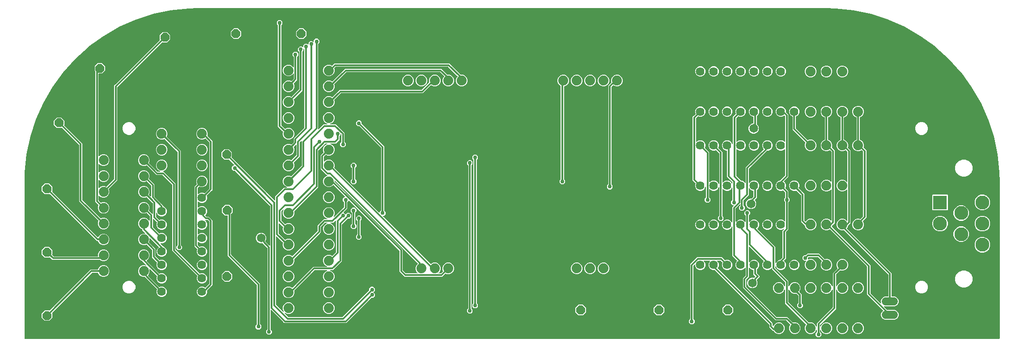
<source format=gbr>
G04 EAGLE Gerber RS-274X export*
G75*
%MOMM*%
%FSLAX34Y34*%
%LPD*%
%INTop Copper*%
%IPPOS*%
%AMOC8*
5,1,8,0,0,1.08239X$1,22.5*%
G01*
%ADD10P,1.814519X8X22.500000*%
%ADD11C,1.879600*%
%ADD12C,1.625600*%
%ADD13C,1.651000*%
%ADD14C,1.524000*%
%ADD15R,2.625000X2.625000*%
%ADD16C,2.625000*%
%ADD17C,0.310000*%
%ADD18C,0.756400*%

G36*
X1847258Y2004D02*
X1847258Y2004D01*
X1847277Y2002D01*
X1847379Y2024D01*
X1847481Y2040D01*
X1847498Y2050D01*
X1847518Y2054D01*
X1847607Y2107D01*
X1847698Y2156D01*
X1847712Y2170D01*
X1847729Y2180D01*
X1847796Y2259D01*
X1847868Y2334D01*
X1847876Y2352D01*
X1847889Y2367D01*
X1847928Y2463D01*
X1847971Y2557D01*
X1847973Y2577D01*
X1847981Y2595D01*
X1847999Y2762D01*
X1847999Y300000D01*
X1847998Y300008D01*
X1847999Y300020D01*
X1847551Y317146D01*
X1847546Y317168D01*
X1847547Y317206D01*
X1843966Y351271D01*
X1843959Y351298D01*
X1843954Y351350D01*
X1836832Y384854D01*
X1836822Y384879D01*
X1836812Y384931D01*
X1826227Y417507D01*
X1826214Y417531D01*
X1826198Y417581D01*
X1812267Y448873D01*
X1812251Y448896D01*
X1812230Y448944D01*
X1795104Y478607D01*
X1795087Y478629D01*
X1795061Y478674D01*
X1774928Y506385D01*
X1774908Y506404D01*
X1774888Y506432D01*
X1774884Y506439D01*
X1774882Y506441D01*
X1774877Y506447D01*
X1751958Y531902D01*
X1751936Y531919D01*
X1751902Y531958D01*
X1726447Y554877D01*
X1726424Y554892D01*
X1726385Y554928D01*
X1698674Y575061D01*
X1698649Y575073D01*
X1698607Y575104D01*
X1668944Y592230D01*
X1668918Y592240D01*
X1668873Y592267D01*
X1637581Y606198D01*
X1637555Y606205D01*
X1637507Y606227D01*
X1604931Y616812D01*
X1604903Y616816D01*
X1604854Y616832D01*
X1571350Y623954D01*
X1571322Y623955D01*
X1571271Y623966D01*
X1537206Y627547D01*
X1537184Y627545D01*
X1537146Y627551D01*
X1520020Y627999D01*
X1520012Y627998D01*
X1520000Y627999D01*
X330000Y627999D01*
X329992Y627998D01*
X329980Y627999D01*
X312854Y627551D01*
X312832Y627546D01*
X312794Y627547D01*
X278729Y623966D01*
X278702Y623959D01*
X278650Y623954D01*
X245146Y616832D01*
X245121Y616822D01*
X245069Y616812D01*
X212493Y606227D01*
X212469Y606214D01*
X212419Y606198D01*
X181127Y592267D01*
X181104Y592251D01*
X181056Y592230D01*
X151393Y575104D01*
X151371Y575087D01*
X151326Y575061D01*
X123615Y554928D01*
X123596Y554908D01*
X123553Y554877D01*
X98098Y531958D01*
X98081Y531936D01*
X98042Y531902D01*
X75123Y506447D01*
X75108Y506424D01*
X75072Y506385D01*
X54939Y478674D01*
X54927Y478649D01*
X54896Y478607D01*
X37770Y448944D01*
X37760Y448918D01*
X37733Y448873D01*
X23802Y417581D01*
X23795Y417555D01*
X23773Y417507D01*
X13188Y384931D01*
X13184Y384903D01*
X13168Y384854D01*
X6046Y351350D01*
X6045Y351322D01*
X6034Y351271D01*
X2453Y317206D01*
X2455Y317184D01*
X2449Y317146D01*
X2001Y300020D01*
X2002Y300012D01*
X2001Y300000D01*
X2001Y2762D01*
X2004Y2742D01*
X2002Y2723D01*
X2024Y2621D01*
X2040Y2519D01*
X2050Y2502D01*
X2054Y2482D01*
X2107Y2393D01*
X2156Y2302D01*
X2170Y2288D01*
X2180Y2271D01*
X2259Y2204D01*
X2334Y2132D01*
X2352Y2124D01*
X2367Y2111D01*
X2463Y2072D01*
X2557Y2029D01*
X2577Y2027D01*
X2595Y2019D01*
X2762Y2001D01*
X1847238Y2001D01*
X1847258Y2004D01*
G37*
%LPC*%
G36*
X462802Y9693D02*
X462802Y9693D01*
X459693Y12802D01*
X459693Y17198D01*
X461702Y19207D01*
X461755Y19281D01*
X461815Y19351D01*
X461827Y19381D01*
X461846Y19407D01*
X461873Y19494D01*
X461907Y19579D01*
X461911Y19620D01*
X461918Y19642D01*
X461917Y19674D01*
X461925Y19745D01*
X461925Y173411D01*
X461911Y173501D01*
X461903Y173592D01*
X461891Y173622D01*
X461886Y173654D01*
X461843Y173735D01*
X461807Y173818D01*
X461781Y173851D01*
X461770Y173871D01*
X461747Y173893D01*
X461702Y173949D01*
X453949Y181702D01*
X452861Y182791D01*
X452766Y182859D01*
X452672Y182929D01*
X452666Y182931D01*
X452661Y182934D01*
X452549Y182969D01*
X452438Y183005D01*
X452432Y183005D01*
X452426Y183007D01*
X452309Y183004D01*
X452192Y183003D01*
X452185Y183001D01*
X452180Y183000D01*
X452163Y182994D01*
X452031Y182956D01*
X451945Y182920D01*
X448055Y182920D01*
X444460Y184409D01*
X441709Y187160D01*
X440220Y190755D01*
X440220Y194645D01*
X441709Y198240D01*
X444460Y200991D01*
X448055Y202480D01*
X451945Y202480D01*
X455540Y200991D01*
X458291Y198240D01*
X459780Y194645D01*
X459780Y190755D01*
X458288Y187154D01*
X458245Y187093D01*
X458185Y187024D01*
X458173Y186994D01*
X458154Y186967D01*
X458127Y186880D01*
X458093Y186796D01*
X458089Y186755D01*
X458082Y186732D01*
X458083Y186700D01*
X458075Y186629D01*
X458075Y186589D01*
X458088Y186511D01*
X458088Y186487D01*
X458091Y186478D01*
X458097Y186408D01*
X458109Y186378D01*
X458114Y186346D01*
X458157Y186265D01*
X458193Y186182D01*
X458219Y186149D01*
X458230Y186129D01*
X458253Y186107D01*
X458298Y186051D01*
X465626Y178723D01*
X465684Y178681D01*
X465736Y178631D01*
X465783Y178609D01*
X465825Y178579D01*
X465894Y178558D01*
X465959Y178528D01*
X466011Y178522D01*
X466061Y178507D01*
X466132Y178509D01*
X466203Y178501D01*
X466254Y178512D01*
X466306Y178513D01*
X466374Y178538D01*
X466444Y178553D01*
X466489Y178580D01*
X466537Y178597D01*
X466593Y178642D01*
X466655Y178679D01*
X466689Y178719D01*
X466729Y178751D01*
X466768Y178811D01*
X466815Y178866D01*
X466834Y178914D01*
X466862Y178958D01*
X466880Y179028D01*
X466907Y179094D01*
X466915Y179165D01*
X466923Y179197D01*
X466921Y179220D01*
X466925Y179261D01*
X466925Y253411D01*
X466911Y253501D01*
X466903Y253592D01*
X466891Y253622D01*
X466886Y253654D01*
X466843Y253735D01*
X466807Y253818D01*
X466781Y253851D01*
X466770Y253871D01*
X466747Y253893D01*
X466702Y253949D01*
X401181Y319470D01*
X401107Y319523D01*
X401038Y319583D01*
X401008Y319595D01*
X400982Y319614D01*
X400895Y319641D01*
X400810Y319675D01*
X400769Y319679D01*
X400747Y319686D01*
X400714Y319685D01*
X400643Y319693D01*
X397802Y319693D01*
X394693Y322802D01*
X394693Y327198D01*
X397802Y330307D01*
X398507Y330307D01*
X398578Y330318D01*
X398650Y330320D01*
X398699Y330338D01*
X398750Y330346D01*
X398813Y330380D01*
X398881Y330405D01*
X398921Y330437D01*
X398967Y330462D01*
X399017Y330513D01*
X399073Y330558D01*
X399101Y330602D01*
X399137Y330640D01*
X399167Y330705D01*
X399206Y330765D01*
X399218Y330816D01*
X399240Y330863D01*
X399248Y330934D01*
X399266Y331004D01*
X399262Y331056D01*
X399267Y331107D01*
X399252Y331178D01*
X399247Y331249D01*
X399226Y331297D01*
X399215Y331348D01*
X399178Y331409D01*
X399150Y331475D01*
X399105Y331531D01*
X399089Y331559D01*
X399071Y331574D01*
X399045Y331606D01*
X389719Y340932D01*
X389703Y340944D01*
X389690Y340960D01*
X389603Y341016D01*
X389519Y341076D01*
X389500Y341082D01*
X389484Y341093D01*
X389383Y341118D01*
X389284Y341148D01*
X389264Y341148D01*
X389245Y341153D01*
X389142Y341145D01*
X389039Y341142D01*
X389020Y341135D01*
X389000Y341134D01*
X388905Y341093D01*
X380596Y341093D01*
X374793Y346896D01*
X374793Y355104D01*
X380596Y360907D01*
X388804Y360907D01*
X394607Y355104D01*
X394607Y346896D01*
X394068Y346357D01*
X394056Y346341D01*
X394040Y346329D01*
X393984Y346241D01*
X393924Y346158D01*
X393918Y346139D01*
X393907Y346122D01*
X393882Y346021D01*
X393852Y345923D01*
X393852Y345903D01*
X393847Y345883D01*
X393855Y345780D01*
X393858Y345677D01*
X393865Y345658D01*
X393866Y345638D01*
X393907Y345543D01*
X393942Y345446D01*
X393955Y345430D01*
X393963Y345412D01*
X394068Y345281D01*
X475626Y263723D01*
X475684Y263681D01*
X475736Y263631D01*
X475783Y263609D01*
X475825Y263579D01*
X475894Y263558D01*
X475959Y263528D01*
X476011Y263522D01*
X476061Y263507D01*
X476132Y263509D01*
X476203Y263501D01*
X476254Y263512D01*
X476306Y263513D01*
X476374Y263538D01*
X476444Y263553D01*
X476488Y263580D01*
X476537Y263597D01*
X476593Y263642D01*
X476655Y263679D01*
X476689Y263719D01*
X476729Y263751D01*
X476768Y263811D01*
X476815Y263866D01*
X476834Y263914D01*
X476862Y263958D01*
X476880Y264028D01*
X476907Y264094D01*
X476915Y264165D01*
X476923Y264197D01*
X476921Y264220D01*
X476925Y264261D01*
X476925Y271274D01*
X493726Y288075D01*
X498321Y288075D01*
X498417Y288090D01*
X498514Y288100D01*
X498538Y288110D01*
X498563Y288114D01*
X498649Y288160D01*
X498738Y288200D01*
X498758Y288217D01*
X498781Y288230D01*
X498848Y288300D01*
X498919Y288366D01*
X498932Y288389D01*
X498950Y288408D01*
X498991Y288496D01*
X499038Y288582D01*
X499043Y288607D01*
X499054Y288631D01*
X499064Y288728D01*
X499082Y288824D01*
X499078Y288850D01*
X499081Y288875D01*
X499060Y288971D01*
X499046Y289067D01*
X499034Y289090D01*
X499029Y289116D01*
X498979Y289199D01*
X498934Y289286D01*
X498916Y289305D01*
X498902Y289327D01*
X498828Y289390D01*
X498759Y289458D01*
X498730Y289474D01*
X498715Y289487D01*
X498685Y289499D01*
X498612Y289539D01*
X495713Y290740D01*
X492640Y293813D01*
X490977Y297827D01*
X490977Y302173D01*
X492640Y306187D01*
X495713Y309260D01*
X499727Y310923D01*
X504073Y310923D01*
X506715Y309828D01*
X506829Y309802D01*
X506942Y309773D01*
X506949Y309773D01*
X506955Y309772D01*
X507071Y309783D01*
X507188Y309792D01*
X507193Y309794D01*
X507200Y309795D01*
X507307Y309843D01*
X507414Y309888D01*
X507420Y309893D01*
X507424Y309895D01*
X507438Y309908D01*
X507545Y309993D01*
X526702Y329151D01*
X526755Y329225D01*
X526815Y329294D01*
X526827Y329324D01*
X526846Y329350D01*
X526873Y329437D01*
X526907Y329522D01*
X526911Y329563D01*
X526918Y329585D01*
X526917Y329618D01*
X526925Y329689D01*
X526925Y375739D01*
X526914Y375810D01*
X526912Y375882D01*
X526894Y375931D01*
X526886Y375982D01*
X526852Y376045D01*
X526827Y376113D01*
X526795Y376153D01*
X526770Y376199D01*
X526718Y376249D01*
X526674Y376305D01*
X526630Y376333D01*
X526592Y376369D01*
X526527Y376399D01*
X526467Y376438D01*
X526416Y376450D01*
X526369Y376472D01*
X526298Y376480D01*
X526228Y376498D01*
X526176Y376494D01*
X526125Y376499D01*
X526054Y376484D01*
X525983Y376479D01*
X525935Y376458D01*
X525884Y376447D01*
X525823Y376410D01*
X525757Y376382D01*
X525701Y376337D01*
X525673Y376321D01*
X525658Y376303D01*
X525626Y376277D01*
X523298Y373949D01*
X523245Y373875D01*
X523185Y373806D01*
X523173Y373776D01*
X523154Y373750D01*
X523127Y373662D01*
X523093Y373578D01*
X523089Y373537D01*
X523082Y373515D01*
X523083Y373482D01*
X523075Y373411D01*
X523075Y346826D01*
X511893Y335645D01*
X511826Y335551D01*
X511755Y335456D01*
X511753Y335450D01*
X511750Y335445D01*
X511716Y335334D01*
X511679Y335222D01*
X511679Y335216D01*
X511677Y335210D01*
X511680Y335093D01*
X511681Y334976D01*
X511684Y334969D01*
X511684Y334964D01*
X511690Y334947D01*
X511728Y334815D01*
X512823Y332173D01*
X512823Y327827D01*
X511160Y323813D01*
X508087Y320740D01*
X504073Y319077D01*
X499727Y319077D01*
X495713Y320740D01*
X492640Y323813D01*
X490977Y327827D01*
X490977Y332173D01*
X492640Y336187D01*
X495713Y339260D01*
X499727Y340923D01*
X504073Y340923D01*
X506715Y339828D01*
X506829Y339802D01*
X506942Y339773D01*
X506949Y339773D01*
X506955Y339772D01*
X507071Y339783D01*
X507188Y339792D01*
X507193Y339794D01*
X507200Y339795D01*
X507307Y339843D01*
X507414Y339888D01*
X507420Y339893D01*
X507424Y339895D01*
X507438Y339908D01*
X507545Y339993D01*
X516702Y349151D01*
X516755Y349225D01*
X516815Y349294D01*
X516827Y349324D01*
X516846Y349350D01*
X516873Y349437D01*
X516907Y349522D01*
X516911Y349563D01*
X516918Y349585D01*
X516917Y349618D01*
X516925Y349689D01*
X516925Y368839D01*
X516914Y368910D01*
X516912Y368982D01*
X516894Y369031D01*
X516886Y369082D01*
X516852Y369145D01*
X516827Y369213D01*
X516795Y369253D01*
X516770Y369299D01*
X516719Y369349D01*
X516674Y369405D01*
X516630Y369433D01*
X516592Y369469D01*
X516527Y369499D01*
X516467Y369538D01*
X516416Y369550D01*
X516369Y369572D01*
X516298Y369580D01*
X516228Y369598D01*
X516176Y369594D01*
X516125Y369599D01*
X516054Y369584D01*
X515983Y369579D01*
X515935Y369558D01*
X515884Y369547D01*
X515823Y369510D01*
X515757Y369482D01*
X515701Y369437D01*
X515673Y369421D01*
X515658Y369403D01*
X515626Y369377D01*
X511893Y365645D01*
X511850Y365584D01*
X511812Y365545D01*
X511797Y365513D01*
X511755Y365456D01*
X511753Y365450D01*
X511750Y365445D01*
X511718Y365341D01*
X511709Y365322D01*
X511707Y365309D01*
X511679Y365222D01*
X511679Y365216D01*
X511677Y365210D01*
X511680Y365093D01*
X511681Y364976D01*
X511683Y364969D01*
X511684Y364964D01*
X511690Y364947D01*
X511728Y364815D01*
X512823Y362173D01*
X512823Y357827D01*
X511160Y353813D01*
X508087Y350740D01*
X504073Y349077D01*
X499727Y349077D01*
X495713Y350740D01*
X492640Y353813D01*
X490977Y357827D01*
X490977Y362173D01*
X492640Y366187D01*
X495713Y369260D01*
X499727Y370923D01*
X504073Y370923D01*
X506715Y369828D01*
X506829Y369801D01*
X506942Y369773D01*
X506949Y369773D01*
X506955Y369772D01*
X507071Y369783D01*
X507188Y369792D01*
X507193Y369794D01*
X507200Y369795D01*
X507307Y369843D01*
X507414Y369888D01*
X507420Y369893D01*
X507424Y369895D01*
X507438Y369908D01*
X507545Y369993D01*
X511702Y374151D01*
X511755Y374225D01*
X511815Y374294D01*
X511827Y374324D01*
X511846Y374350D01*
X511873Y374437D01*
X511907Y374522D01*
X511911Y374563D01*
X511918Y374585D01*
X511917Y374618D01*
X511925Y374689D01*
X511925Y381274D01*
X531702Y401051D01*
X531755Y401125D01*
X531815Y401194D01*
X531827Y401224D01*
X531846Y401250D01*
X531873Y401337D01*
X531907Y401422D01*
X531911Y401463D01*
X531918Y401485D01*
X531917Y401518D01*
X531925Y401589D01*
X531925Y550255D01*
X531911Y550345D01*
X531903Y550435D01*
X531891Y550465D01*
X531886Y550497D01*
X531843Y550578D01*
X531807Y550662D01*
X531781Y550694D01*
X531770Y550715D01*
X531747Y550737D01*
X531702Y550793D01*
X531606Y550889D01*
X531548Y550931D01*
X531496Y550980D01*
X531449Y551002D01*
X531407Y551032D01*
X531338Y551054D01*
X531273Y551084D01*
X531221Y551089D01*
X531172Y551105D01*
X531100Y551103D01*
X531029Y551111D01*
X530978Y551100D01*
X530926Y551098D01*
X530858Y551074D01*
X530788Y551059D01*
X530743Y551032D01*
X530695Y551014D01*
X530639Y550969D01*
X530577Y550932D01*
X530543Y550893D01*
X530503Y550860D01*
X530464Y550800D01*
X530417Y550745D01*
X530398Y550697D01*
X530370Y550653D01*
X530352Y550584D01*
X530325Y550517D01*
X530317Y550446D01*
X530309Y550415D01*
X530311Y550392D01*
X530307Y550351D01*
X530307Y547802D01*
X528298Y545793D01*
X528245Y545719D01*
X528185Y545649D01*
X528173Y545619D01*
X528154Y545593D01*
X528127Y545506D01*
X528093Y545421D01*
X528089Y545380D01*
X528082Y545358D01*
X528083Y545326D01*
X528075Y545255D01*
X528075Y471826D01*
X511893Y455645D01*
X511825Y455550D01*
X511755Y455456D01*
X511753Y455450D01*
X511750Y455445D01*
X511715Y455334D01*
X511679Y455222D01*
X511679Y455216D01*
X511677Y455210D01*
X511680Y455093D01*
X511681Y454976D01*
X511683Y454969D01*
X511684Y454964D01*
X511690Y454947D01*
X511728Y454815D01*
X512823Y452173D01*
X512823Y447827D01*
X511160Y443813D01*
X508087Y440740D01*
X504073Y439077D01*
X499727Y439077D01*
X495713Y440740D01*
X492640Y443813D01*
X490977Y447827D01*
X490977Y452173D01*
X492640Y456187D01*
X495713Y459260D01*
X499727Y460923D01*
X504073Y460923D01*
X506715Y459828D01*
X506829Y459801D01*
X506942Y459773D01*
X506949Y459773D01*
X506955Y459772D01*
X507071Y459783D01*
X507188Y459792D01*
X507193Y459794D01*
X507200Y459795D01*
X507307Y459843D01*
X507414Y459888D01*
X507420Y459893D01*
X507424Y459895D01*
X507438Y459908D01*
X507545Y459993D01*
X521702Y474151D01*
X521755Y474225D01*
X521815Y474294D01*
X521827Y474324D01*
X521846Y474350D01*
X521873Y474437D01*
X521907Y474522D01*
X521911Y474563D01*
X521918Y474585D01*
X521917Y474618D01*
X521925Y474689D01*
X521925Y545255D01*
X521911Y545345D01*
X521903Y545436D01*
X521891Y545465D01*
X521886Y545497D01*
X521843Y545578D01*
X521807Y545662D01*
X521781Y545694D01*
X521770Y545715D01*
X521747Y545737D01*
X521702Y545793D01*
X519693Y547802D01*
X519693Y552198D01*
X522802Y555307D01*
X527198Y555307D01*
X528394Y554111D01*
X528452Y554069D01*
X528504Y554020D01*
X528551Y553998D01*
X528593Y553968D01*
X528662Y553946D01*
X528727Y553916D01*
X528779Y553911D01*
X528829Y553895D01*
X528900Y553897D01*
X528971Y553889D01*
X529022Y553900D01*
X529074Y553902D01*
X529142Y553926D01*
X529212Y553941D01*
X529257Y553968D01*
X529305Y553986D01*
X529361Y554031D01*
X529423Y554068D01*
X529457Y554107D01*
X529497Y554140D01*
X529536Y554200D01*
X529583Y554255D01*
X529602Y554303D01*
X529630Y554347D01*
X529648Y554416D01*
X529675Y554483D01*
X529683Y554554D01*
X529691Y554585D01*
X529689Y554608D01*
X529693Y554649D01*
X529693Y557198D01*
X532802Y560307D01*
X537198Y560307D01*
X538394Y559111D01*
X538452Y559069D01*
X538504Y559020D01*
X538551Y558998D01*
X538593Y558968D01*
X538662Y558946D01*
X538727Y558916D01*
X538779Y558911D01*
X538829Y558895D01*
X538900Y558897D01*
X538971Y558889D01*
X539022Y558900D01*
X539074Y558902D01*
X539142Y558926D01*
X539212Y558941D01*
X539257Y558968D01*
X539305Y558986D01*
X539361Y559031D01*
X539423Y559068D01*
X539457Y559107D01*
X539497Y559140D01*
X539536Y559200D01*
X539583Y559255D01*
X539602Y559303D01*
X539630Y559347D01*
X539648Y559416D01*
X539675Y559483D01*
X539683Y559554D01*
X539691Y559585D01*
X539689Y559608D01*
X539693Y559649D01*
X539693Y562198D01*
X542802Y565307D01*
X547198Y565307D01*
X548394Y564111D01*
X548452Y564069D01*
X548504Y564020D01*
X548551Y563998D01*
X548593Y563968D01*
X548662Y563946D01*
X548727Y563916D01*
X548779Y563911D01*
X548829Y563895D01*
X548900Y563897D01*
X548971Y563889D01*
X549022Y563900D01*
X549074Y563902D01*
X549142Y563926D01*
X549212Y563941D01*
X549257Y563968D01*
X549305Y563986D01*
X549361Y564031D01*
X549423Y564068D01*
X549457Y564107D01*
X549497Y564140D01*
X549536Y564200D01*
X549583Y564255D01*
X549602Y564303D01*
X549630Y564347D01*
X549648Y564416D01*
X549675Y564483D01*
X549683Y564554D01*
X549691Y564585D01*
X549689Y564608D01*
X549693Y564649D01*
X549693Y567198D01*
X552802Y570307D01*
X557198Y570307D01*
X560307Y567198D01*
X560307Y562802D01*
X558298Y560793D01*
X558245Y560719D01*
X558185Y560649D01*
X558173Y560619D01*
X558154Y560593D01*
X558127Y560506D01*
X558093Y560421D01*
X558089Y560380D01*
X558082Y560358D01*
X558083Y560326D01*
X558075Y560255D01*
X558075Y399261D01*
X558086Y399190D01*
X558088Y399118D01*
X558106Y399069D01*
X558114Y399018D01*
X558148Y398955D01*
X558173Y398887D01*
X558205Y398847D01*
X558230Y398801D01*
X558281Y398751D01*
X558326Y398695D01*
X558370Y398667D01*
X558408Y398631D01*
X558473Y398601D01*
X558533Y398562D01*
X558584Y398550D01*
X558631Y398528D01*
X558702Y398520D01*
X558772Y398502D01*
X558824Y398506D01*
X558875Y398501D01*
X558946Y398516D01*
X559017Y398521D01*
X559065Y398542D01*
X559116Y398553D01*
X559177Y398590D01*
X559243Y398618D01*
X559299Y398663D01*
X559327Y398679D01*
X559342Y398697D01*
X559374Y398723D01*
X566702Y406051D01*
X568726Y408075D01*
X574521Y408075D01*
X574617Y408090D01*
X574714Y408100D01*
X574738Y408110D01*
X574763Y408114D01*
X574849Y408160D01*
X574938Y408200D01*
X574958Y408217D01*
X574981Y408230D01*
X575048Y408300D01*
X575120Y408366D01*
X575132Y408389D01*
X575150Y408408D01*
X575191Y408496D01*
X575238Y408582D01*
X575243Y408607D01*
X575254Y408631D01*
X575264Y408727D01*
X575282Y408824D01*
X575278Y408850D01*
X575281Y408875D01*
X575260Y408971D01*
X575246Y409067D01*
X575234Y409090D01*
X575229Y409116D01*
X575179Y409199D01*
X575135Y409286D01*
X575116Y409305D01*
X575102Y409327D01*
X575029Y409390D01*
X574959Y409458D01*
X574930Y409474D01*
X574916Y409487D01*
X574885Y409499D01*
X574812Y409539D01*
X571913Y410740D01*
X568840Y413813D01*
X567177Y417827D01*
X567177Y422173D01*
X568840Y426187D01*
X571913Y429260D01*
X575927Y430923D01*
X580273Y430923D01*
X584287Y429260D01*
X587360Y426187D01*
X589023Y422173D01*
X589023Y417827D01*
X587360Y413813D01*
X584287Y410740D01*
X581388Y409539D01*
X581305Y409488D01*
X581219Y409442D01*
X581201Y409424D01*
X581179Y409410D01*
X581117Y409334D01*
X581050Y409264D01*
X581039Y409240D01*
X581022Y409220D01*
X580987Y409129D01*
X580946Y409041D01*
X580943Y409015D01*
X580934Y408991D01*
X580930Y408893D01*
X580919Y408797D01*
X580925Y408771D01*
X580924Y408745D01*
X580951Y408651D01*
X580971Y408556D01*
X580985Y408534D01*
X580992Y408509D01*
X581048Y408429D01*
X581098Y408345D01*
X581117Y408328D01*
X581132Y408307D01*
X581210Y408248D01*
X581284Y408185D01*
X581309Y408175D01*
X581330Y408160D01*
X581422Y408130D01*
X581513Y408093D01*
X581545Y408090D01*
X581564Y408084D01*
X581597Y408084D01*
X581679Y408075D01*
X591274Y408075D01*
X608075Y391274D01*
X608075Y374745D01*
X608089Y374655D01*
X608097Y374564D01*
X608109Y374535D01*
X608114Y374503D01*
X608157Y374422D01*
X608193Y374338D01*
X608219Y374306D01*
X608230Y374285D01*
X608253Y374263D01*
X608298Y374207D01*
X610307Y372198D01*
X610307Y367802D01*
X607198Y364693D01*
X602802Y364693D01*
X599693Y367802D01*
X599693Y372198D01*
X601702Y374207D01*
X601755Y374281D01*
X601815Y374351D01*
X601827Y374381D01*
X601846Y374407D01*
X601873Y374494D01*
X601907Y374579D01*
X601911Y374620D01*
X601918Y374642D01*
X601917Y374674D01*
X601925Y374745D01*
X601925Y388411D01*
X601911Y388501D01*
X601903Y388592D01*
X601891Y388622D01*
X601886Y388654D01*
X601843Y388734D01*
X601807Y388818D01*
X601781Y388851D01*
X601770Y388871D01*
X601747Y388893D01*
X601702Y388949D01*
X601606Y389045D01*
X601548Y389087D01*
X601496Y389137D01*
X601449Y389159D01*
X601407Y389189D01*
X601338Y389210D01*
X601273Y389240D01*
X601221Y389246D01*
X601172Y389261D01*
X601100Y389259D01*
X601029Y389267D01*
X600978Y389256D01*
X600926Y389255D01*
X600858Y389230D01*
X600788Y389215D01*
X600743Y389188D01*
X600695Y389171D01*
X600639Y389126D01*
X600577Y389089D01*
X600543Y389049D01*
X600503Y389017D01*
X600464Y388957D01*
X600417Y388902D01*
X600398Y388854D01*
X600370Y388810D01*
X600352Y388741D01*
X600325Y388674D01*
X600317Y388603D01*
X600309Y388571D01*
X600311Y388548D01*
X600307Y388507D01*
X600307Y387802D01*
X598298Y385793D01*
X598245Y385719D01*
X598185Y385649D01*
X598173Y385619D01*
X598154Y385593D01*
X598127Y385506D01*
X598093Y385421D01*
X598089Y385380D01*
X598082Y385358D01*
X598083Y385326D01*
X598075Y385255D01*
X598075Y378726D01*
X591274Y371925D01*
X581679Y371925D01*
X581583Y371910D01*
X581486Y371900D01*
X581462Y371890D01*
X581437Y371886D01*
X581351Y371840D01*
X581262Y371800D01*
X581242Y371783D01*
X581219Y371770D01*
X581152Y371700D01*
X581080Y371634D01*
X581068Y371611D01*
X581050Y371592D01*
X581009Y371504D01*
X580962Y371418D01*
X580957Y371393D01*
X580946Y371369D01*
X580936Y371272D01*
X580918Y371176D01*
X580922Y371150D01*
X580919Y371125D01*
X580940Y371029D01*
X580954Y370933D01*
X580966Y370910D01*
X580971Y370884D01*
X581021Y370801D01*
X581065Y370714D01*
X581084Y370695D01*
X581098Y370673D01*
X581171Y370610D01*
X581241Y370542D01*
X581270Y370526D01*
X581284Y370513D01*
X581315Y370501D01*
X581388Y370461D01*
X584287Y369260D01*
X587360Y366187D01*
X589023Y362173D01*
X589023Y357827D01*
X587360Y353813D01*
X584287Y350740D01*
X580273Y349077D01*
X575927Y349077D01*
X573285Y350172D01*
X573171Y350199D01*
X573058Y350227D01*
X573051Y350227D01*
X573045Y350228D01*
X572929Y350217D01*
X572812Y350208D01*
X572807Y350206D01*
X572800Y350205D01*
X572693Y350157D01*
X572586Y350112D01*
X572580Y350107D01*
X572576Y350105D01*
X572562Y350092D01*
X572455Y350007D01*
X568926Y346477D01*
X568873Y346403D01*
X568813Y346334D01*
X568801Y346304D01*
X568782Y346278D01*
X568755Y346190D01*
X568721Y346106D01*
X568717Y346065D01*
X568710Y346043D01*
X568711Y346010D01*
X568703Y345939D01*
X568703Y337888D01*
X568714Y337817D01*
X568716Y337745D01*
X568734Y337696D01*
X568742Y337645D01*
X568776Y337582D01*
X568801Y337514D01*
X568833Y337474D01*
X568858Y337427D01*
X568910Y337378D01*
X568954Y337322D01*
X568998Y337294D01*
X569036Y337258D01*
X569101Y337228D01*
X569161Y337189D01*
X569212Y337176D01*
X569259Y337154D01*
X569330Y337147D01*
X569400Y337129D01*
X569452Y337133D01*
X569503Y337127D01*
X569574Y337143D01*
X569645Y337148D01*
X569693Y337169D01*
X569744Y337180D01*
X569805Y337216D01*
X569871Y337245D01*
X569927Y337289D01*
X569955Y337306D01*
X569970Y337324D01*
X570002Y337349D01*
X571913Y339260D01*
X575927Y340923D01*
X580273Y340923D01*
X584287Y339260D01*
X587360Y336187D01*
X589023Y332173D01*
X589023Y327827D01*
X588485Y326528D01*
X588458Y326414D01*
X588429Y326301D01*
X588430Y326295D01*
X588428Y326289D01*
X588439Y326172D01*
X588449Y326056D01*
X588451Y326050D01*
X588452Y326044D01*
X588500Y325936D01*
X588545Y325830D01*
X588549Y325824D01*
X588552Y325819D01*
X588564Y325805D01*
X588650Y325699D01*
X673394Y240955D01*
X673452Y240913D01*
X673504Y240863D01*
X673551Y240841D01*
X673593Y240811D01*
X673662Y240790D01*
X673727Y240760D01*
X673779Y240754D01*
X673829Y240739D01*
X673900Y240741D01*
X673971Y240733D01*
X674022Y240744D01*
X674074Y240745D01*
X674142Y240770D01*
X674212Y240785D01*
X674256Y240812D01*
X674305Y240829D01*
X674361Y240874D01*
X674423Y240911D01*
X674457Y240951D01*
X674497Y240983D01*
X674536Y241043D01*
X674583Y241098D01*
X674602Y241146D01*
X674630Y241190D01*
X674648Y241260D01*
X674675Y241326D01*
X674683Y241397D01*
X674691Y241429D01*
X674689Y241452D01*
X674693Y241493D01*
X674693Y242198D01*
X676702Y244207D01*
X676755Y244281D01*
X676815Y244351D01*
X676827Y244381D01*
X676846Y244407D01*
X676873Y244494D01*
X676907Y244579D01*
X676911Y244620D01*
X676918Y244642D01*
X676917Y244674D01*
X676925Y244745D01*
X676925Y363411D01*
X676911Y363501D01*
X676903Y363592D01*
X676891Y363622D01*
X676886Y363654D01*
X676843Y363735D01*
X676807Y363818D01*
X676781Y363851D01*
X676770Y363871D01*
X676747Y363893D01*
X676702Y363949D01*
X636181Y404470D01*
X636107Y404523D01*
X636038Y404583D01*
X636008Y404595D01*
X635982Y404614D01*
X635895Y404641D01*
X635810Y404675D01*
X635769Y404679D01*
X635747Y404686D01*
X635714Y404685D01*
X635643Y404693D01*
X632802Y404693D01*
X629693Y407802D01*
X629693Y412198D01*
X632802Y415307D01*
X637198Y415307D01*
X640307Y412198D01*
X640307Y409357D01*
X640321Y409267D01*
X640329Y409176D01*
X640341Y409146D01*
X640346Y409114D01*
X640389Y409033D01*
X640425Y408950D01*
X640451Y408917D01*
X640462Y408897D01*
X640485Y408875D01*
X640530Y408819D01*
X683075Y366274D01*
X683075Y244745D01*
X683089Y244655D01*
X683097Y244564D01*
X683109Y244535D01*
X683114Y244503D01*
X683157Y244422D01*
X683193Y244338D01*
X683219Y244306D01*
X683230Y244285D01*
X683253Y244263D01*
X683298Y244207D01*
X685307Y242198D01*
X685307Y237802D01*
X682198Y234693D01*
X681493Y234693D01*
X681422Y234682D01*
X681350Y234680D01*
X681301Y234662D01*
X681250Y234654D01*
X681187Y234620D01*
X681119Y234595D01*
X681079Y234563D01*
X681033Y234538D01*
X680983Y234486D01*
X680927Y234442D01*
X680899Y234398D01*
X680863Y234360D01*
X680833Y234295D01*
X680794Y234235D01*
X680782Y234184D01*
X680760Y234137D01*
X680752Y234066D01*
X680734Y233996D01*
X680738Y233944D01*
X680733Y233893D01*
X680748Y233822D01*
X680753Y233751D01*
X680774Y233703D01*
X680785Y233652D01*
X680822Y233591D01*
X680850Y233525D01*
X680895Y233469D01*
X680911Y233441D01*
X680929Y233426D01*
X680955Y233394D01*
X770762Y143586D01*
X770779Y143574D01*
X770791Y143559D01*
X770878Y143503D01*
X770962Y143442D01*
X770981Y143437D01*
X770998Y143426D01*
X771098Y143401D01*
X771197Y143370D01*
X771217Y143371D01*
X771236Y143366D01*
X771339Y143374D01*
X771443Y143376D01*
X771462Y143383D01*
X771482Y143385D01*
X771577Y143425D01*
X771674Y143461D01*
X771690Y143473D01*
X771708Y143481D01*
X771839Y143586D01*
X772613Y144360D01*
X776627Y146023D01*
X780973Y146023D01*
X784987Y144360D01*
X788060Y141287D01*
X789723Y137273D01*
X789723Y132927D01*
X788060Y128913D01*
X786149Y127002D01*
X786107Y126944D01*
X786058Y126892D01*
X786036Y126845D01*
X786006Y126803D01*
X785985Y126734D01*
X785954Y126669D01*
X785949Y126617D01*
X785933Y126567D01*
X785935Y126496D01*
X785927Y126425D01*
X785938Y126374D01*
X785940Y126322D01*
X785964Y126254D01*
X785980Y126184D01*
X786006Y126139D01*
X786024Y126091D01*
X786069Y126035D01*
X786106Y125973D01*
X786145Y125939D01*
X786178Y125899D01*
X786238Y125860D01*
X786293Y125813D01*
X786341Y125794D01*
X786385Y125766D01*
X786454Y125748D01*
X786521Y125721D01*
X786592Y125713D01*
X786623Y125705D01*
X786647Y125707D01*
X786688Y125703D01*
X790139Y125703D01*
X790229Y125717D01*
X790320Y125725D01*
X790350Y125737D01*
X790382Y125742D01*
X790463Y125785D01*
X790546Y125821D01*
X790579Y125847D01*
X790599Y125858D01*
X790621Y125881D01*
X790677Y125926D01*
X794207Y129455D01*
X794274Y129549D01*
X794345Y129644D01*
X794347Y129650D01*
X794350Y129655D01*
X794384Y129766D01*
X794421Y129878D01*
X794421Y129884D01*
X794423Y129890D01*
X794420Y130007D01*
X794419Y130124D01*
X794416Y130131D01*
X794416Y130136D01*
X794410Y130153D01*
X794372Y130285D01*
X793277Y132927D01*
X793277Y137273D01*
X794940Y141287D01*
X798013Y144360D01*
X802027Y146023D01*
X806373Y146023D01*
X810387Y144360D01*
X813460Y141287D01*
X815123Y137273D01*
X815123Y132927D01*
X813460Y128913D01*
X810387Y125840D01*
X806373Y124177D01*
X802027Y124177D01*
X799385Y125272D01*
X799320Y125287D01*
X799276Y125305D01*
X799223Y125311D01*
X799158Y125327D01*
X799151Y125327D01*
X799145Y125328D01*
X799095Y125323D01*
X799087Y125323D01*
X799076Y125322D01*
X799029Y125317D01*
X798912Y125308D01*
X798907Y125306D01*
X798900Y125305D01*
X798857Y125286D01*
X798844Y125283D01*
X798801Y125261D01*
X798793Y125257D01*
X798686Y125212D01*
X798680Y125207D01*
X798676Y125205D01*
X798662Y125192D01*
X798643Y125177D01*
X798627Y125168D01*
X798610Y125151D01*
X798555Y125107D01*
X793002Y119553D01*
X721560Y119553D01*
X711925Y129188D01*
X711925Y168107D01*
X711911Y168197D01*
X711903Y168288D01*
X711891Y168318D01*
X711886Y168350D01*
X711843Y168430D01*
X711807Y168514D01*
X711781Y168546D01*
X711770Y168567D01*
X711747Y168589D01*
X711702Y168645D01*
X616606Y263741D01*
X616548Y263783D01*
X616496Y263833D01*
X616449Y263855D01*
X616407Y263885D01*
X616338Y263906D01*
X616273Y263936D01*
X616221Y263942D01*
X616171Y263957D01*
X616100Y263955D01*
X616029Y263963D01*
X615978Y263952D01*
X615926Y263951D01*
X615858Y263926D01*
X615788Y263911D01*
X615744Y263884D01*
X615695Y263866D01*
X615639Y263822D01*
X615577Y263785D01*
X615543Y263745D01*
X615503Y263713D01*
X615464Y263652D01*
X615417Y263598D01*
X615398Y263550D01*
X615370Y263506D01*
X615352Y263436D01*
X615325Y263370D01*
X615317Y263298D01*
X615309Y263267D01*
X615311Y263244D01*
X615307Y263203D01*
X615307Y262802D01*
X613298Y260793D01*
X613245Y260719D01*
X613185Y260649D01*
X613173Y260619D01*
X613154Y260593D01*
X613127Y260506D01*
X613093Y260421D01*
X613089Y260380D01*
X613082Y260358D01*
X613083Y260326D01*
X613075Y260255D01*
X613075Y248726D01*
X611051Y246702D01*
X605955Y241606D01*
X605913Y241548D01*
X605863Y241496D01*
X605841Y241449D01*
X605811Y241407D01*
X605790Y241338D01*
X605760Y241273D01*
X605754Y241221D01*
X605739Y241171D01*
X605741Y241100D01*
X605733Y241029D01*
X605744Y240978D01*
X605745Y240926D01*
X605770Y240858D01*
X605785Y240788D01*
X605812Y240743D01*
X605829Y240695D01*
X605874Y240639D01*
X605911Y240577D01*
X605951Y240543D01*
X605983Y240503D01*
X606043Y240464D01*
X606098Y240417D01*
X606146Y240398D01*
X606190Y240370D01*
X606260Y240352D01*
X606326Y240325D01*
X606397Y240317D01*
X606429Y240309D01*
X606452Y240311D01*
X606493Y240307D01*
X607198Y240307D01*
X609462Y238043D01*
X609478Y238032D01*
X609490Y238016D01*
X609578Y237960D01*
X609661Y237900D01*
X609680Y237894D01*
X609697Y237883D01*
X609798Y237858D01*
X609897Y237827D01*
X609916Y237828D01*
X609936Y237823D01*
X610039Y237831D01*
X610142Y237834D01*
X610161Y237840D01*
X610181Y237842D01*
X610276Y237882D01*
X610373Y237918D01*
X610389Y237931D01*
X610407Y237938D01*
X610538Y238043D01*
X612802Y240307D01*
X617198Y240307D01*
X620307Y237198D01*
X620307Y232802D01*
X617198Y229693D01*
X614357Y229693D01*
X614267Y229679D01*
X614176Y229671D01*
X614146Y229659D01*
X614114Y229654D01*
X614033Y229611D01*
X613950Y229575D01*
X613917Y229549D01*
X613897Y229538D01*
X613875Y229515D01*
X613819Y229470D01*
X603298Y218949D01*
X603245Y218875D01*
X603185Y218806D01*
X603173Y218776D01*
X603154Y218750D01*
X603127Y218663D01*
X603093Y218578D01*
X603089Y218537D01*
X603082Y218515D01*
X603083Y218482D01*
X603075Y218411D01*
X603075Y148726D01*
X586274Y131925D01*
X581679Y131925D01*
X581583Y131910D01*
X581486Y131900D01*
X581462Y131890D01*
X581437Y131886D01*
X581351Y131840D01*
X581262Y131800D01*
X581242Y131783D01*
X581219Y131770D01*
X581152Y131700D01*
X581080Y131634D01*
X581068Y131611D01*
X581050Y131592D01*
X581009Y131504D01*
X580962Y131418D01*
X580957Y131393D01*
X580946Y131369D01*
X580936Y131272D01*
X580918Y131176D01*
X580922Y131150D01*
X580919Y131125D01*
X580940Y131029D01*
X580954Y130933D01*
X580966Y130910D01*
X580971Y130884D01*
X581021Y130801D01*
X581065Y130714D01*
X581084Y130695D01*
X581098Y130673D01*
X581171Y130610D01*
X581241Y130542D01*
X581270Y130526D01*
X581284Y130513D01*
X581315Y130501D01*
X581388Y130461D01*
X584287Y129260D01*
X587360Y126187D01*
X589023Y122173D01*
X589023Y117827D01*
X587360Y113813D01*
X584287Y110740D01*
X580273Y109077D01*
X575927Y109077D01*
X571913Y110740D01*
X568840Y113813D01*
X567177Y117827D01*
X567177Y122173D01*
X568840Y126187D01*
X571913Y129260D01*
X574812Y130461D01*
X574895Y130512D01*
X574981Y130558D01*
X574999Y130577D01*
X575021Y130590D01*
X575083Y130665D01*
X575150Y130736D01*
X575161Y130760D01*
X575178Y130780D01*
X575213Y130871D01*
X575254Y130959D01*
X575257Y130985D01*
X575266Y131009D01*
X575270Y131107D01*
X575281Y131203D01*
X575275Y131229D01*
X575276Y131255D01*
X575249Y131349D01*
X575229Y131444D01*
X575215Y131466D01*
X575208Y131491D01*
X575152Y131571D01*
X575102Y131655D01*
X575083Y131672D01*
X575068Y131693D01*
X574989Y131752D01*
X574916Y131815D01*
X574891Y131825D01*
X574870Y131840D01*
X574778Y131870D01*
X574687Y131907D01*
X574655Y131910D01*
X574636Y131916D01*
X574603Y131916D01*
X574521Y131925D01*
X551589Y131925D01*
X551499Y131911D01*
X551408Y131903D01*
X551378Y131891D01*
X551346Y131886D01*
X551265Y131843D01*
X551182Y131807D01*
X551149Y131781D01*
X551129Y131770D01*
X551107Y131747D01*
X551051Y131702D01*
X512801Y93453D01*
X512733Y93358D01*
X512663Y93264D01*
X512661Y93258D01*
X512658Y93253D01*
X512623Y93142D01*
X512587Y93030D01*
X512587Y93024D01*
X512585Y93018D01*
X512588Y92901D01*
X512589Y92784D01*
X512591Y92777D01*
X512592Y92772D01*
X512598Y92755D01*
X512636Y92623D01*
X512823Y92173D01*
X512823Y87827D01*
X511160Y83813D01*
X508087Y80740D01*
X504073Y79077D01*
X499727Y79077D01*
X495713Y80740D01*
X492640Y83813D01*
X490977Y87827D01*
X490977Y92173D01*
X492640Y96187D01*
X495713Y99260D01*
X499727Y100923D01*
X504073Y100923D01*
X508087Y99260D01*
X508461Y98886D01*
X508477Y98874D01*
X508490Y98859D01*
X508561Y98813D01*
X508588Y98790D01*
X508604Y98784D01*
X508661Y98742D01*
X508680Y98737D01*
X508697Y98726D01*
X508797Y98700D01*
X508896Y98670D01*
X508916Y98671D01*
X508935Y98666D01*
X509038Y98674D01*
X509142Y98676D01*
X509161Y98683D01*
X509180Y98685D01*
X509275Y98725D01*
X509373Y98761D01*
X509388Y98773D01*
X509407Y98781D01*
X509467Y98830D01*
X509476Y98834D01*
X509485Y98844D01*
X509538Y98886D01*
X548726Y138075D01*
X574521Y138075D01*
X574617Y138090D01*
X574714Y138100D01*
X574738Y138110D01*
X574763Y138114D01*
X574849Y138160D01*
X574938Y138200D01*
X574958Y138217D01*
X574981Y138230D01*
X575048Y138300D01*
X575120Y138366D01*
X575132Y138389D01*
X575150Y138408D01*
X575191Y138496D01*
X575238Y138582D01*
X575243Y138607D01*
X575254Y138631D01*
X575264Y138728D01*
X575282Y138824D01*
X575278Y138850D01*
X575281Y138875D01*
X575260Y138971D01*
X575246Y139067D01*
X575234Y139090D01*
X575229Y139116D01*
X575179Y139199D01*
X575135Y139286D01*
X575116Y139305D01*
X575102Y139327D01*
X575029Y139390D01*
X574959Y139458D01*
X574930Y139474D01*
X574916Y139487D01*
X574885Y139499D01*
X574812Y139539D01*
X571913Y140740D01*
X568840Y143813D01*
X567177Y147827D01*
X567177Y152173D01*
X568840Y156187D01*
X571913Y159260D01*
X575927Y160923D01*
X580273Y160923D01*
X584259Y159272D01*
X584372Y159245D01*
X584486Y159216D01*
X584492Y159217D01*
X584498Y159215D01*
X584615Y159226D01*
X584731Y159236D01*
X584737Y159238D01*
X584743Y159239D01*
X584851Y159286D01*
X584957Y159332D01*
X584963Y159336D01*
X584968Y159339D01*
X584982Y159351D01*
X585088Y159437D01*
X591702Y166051D01*
X591755Y166125D01*
X591815Y166194D01*
X591827Y166224D01*
X591846Y166250D01*
X591873Y166337D01*
X591907Y166422D01*
X591911Y166463D01*
X591918Y166485D01*
X591917Y166518D01*
X591925Y166589D01*
X591925Y225739D01*
X591914Y225810D01*
X591912Y225882D01*
X591894Y225931D01*
X591886Y225982D01*
X591852Y226045D01*
X591827Y226113D01*
X591795Y226153D01*
X591770Y226199D01*
X591718Y226249D01*
X591674Y226305D01*
X591630Y226333D01*
X591592Y226369D01*
X591527Y226399D01*
X591467Y226438D01*
X591416Y226450D01*
X591369Y226472D01*
X591298Y226480D01*
X591228Y226498D01*
X591176Y226494D01*
X591125Y226499D01*
X591054Y226484D01*
X590983Y226479D01*
X590935Y226458D01*
X590884Y226447D01*
X590823Y226410D01*
X590757Y226382D01*
X590701Y226337D01*
X590673Y226321D01*
X590658Y226303D01*
X590626Y226277D01*
X586274Y221925D01*
X581679Y221925D01*
X581583Y221910D01*
X581486Y221900D01*
X581462Y221890D01*
X581437Y221886D01*
X581351Y221840D01*
X581262Y221800D01*
X581242Y221783D01*
X581219Y221770D01*
X581152Y221700D01*
X581080Y221634D01*
X581068Y221611D01*
X581050Y221592D01*
X581009Y221504D01*
X580962Y221418D01*
X580957Y221393D01*
X580946Y221369D01*
X580936Y221272D01*
X580918Y221176D01*
X580922Y221150D01*
X580919Y221125D01*
X580940Y221029D01*
X580954Y220933D01*
X580966Y220910D01*
X580971Y220884D01*
X581021Y220801D01*
X581065Y220714D01*
X581084Y220695D01*
X581098Y220673D01*
X581171Y220610D01*
X581241Y220542D01*
X581270Y220526D01*
X581284Y220513D01*
X581315Y220501D01*
X581388Y220461D01*
X584287Y219260D01*
X587360Y216187D01*
X589023Y212173D01*
X589023Y207827D01*
X587360Y203813D01*
X584287Y200740D01*
X580273Y199077D01*
X575927Y199077D01*
X571913Y200740D01*
X568840Y203813D01*
X567177Y207827D01*
X567177Y212173D01*
X568840Y216187D01*
X571913Y219260D01*
X574812Y220461D01*
X574895Y220512D01*
X574981Y220558D01*
X574999Y220577D01*
X575021Y220590D01*
X575083Y220665D01*
X575150Y220736D01*
X575161Y220760D01*
X575178Y220780D01*
X575213Y220871D01*
X575254Y220959D01*
X575257Y220985D01*
X575266Y221009D01*
X575270Y221107D01*
X575281Y221203D01*
X575275Y221229D01*
X575276Y221255D01*
X575249Y221349D01*
X575229Y221444D01*
X575215Y221466D01*
X575208Y221491D01*
X575152Y221571D01*
X575102Y221655D01*
X575083Y221672D01*
X575068Y221693D01*
X574989Y221752D01*
X574916Y221815D01*
X574891Y221825D01*
X574870Y221840D01*
X574778Y221870D01*
X574687Y221907D01*
X574655Y221910D01*
X574636Y221916D01*
X574603Y221916D01*
X574521Y221925D01*
X571589Y221925D01*
X571499Y221911D01*
X571408Y221903D01*
X571378Y221891D01*
X571346Y221886D01*
X571265Y221843D01*
X571182Y221807D01*
X571149Y221781D01*
X571129Y221770D01*
X571107Y221747D01*
X571051Y221702D01*
X563298Y213949D01*
X563245Y213875D01*
X563185Y213806D01*
X563173Y213776D01*
X563154Y213750D01*
X563127Y213663D01*
X563093Y213578D01*
X563089Y213537D01*
X563082Y213515D01*
X563083Y213482D01*
X563075Y213411D01*
X563075Y203726D01*
X561051Y201702D01*
X512801Y153453D01*
X512733Y153359D01*
X512663Y153264D01*
X512661Y153258D01*
X512658Y153253D01*
X512623Y153142D01*
X512587Y153030D01*
X512587Y153024D01*
X512585Y153018D01*
X512588Y152901D01*
X512589Y152784D01*
X512591Y152777D01*
X512592Y152772D01*
X512598Y152755D01*
X512636Y152623D01*
X512823Y152173D01*
X512823Y147827D01*
X511160Y143813D01*
X508087Y140740D01*
X504073Y139077D01*
X499727Y139077D01*
X495713Y140740D01*
X492640Y143813D01*
X490977Y147827D01*
X490977Y152173D01*
X492640Y156187D01*
X495713Y159260D01*
X499727Y160923D01*
X504073Y160923D01*
X508087Y159260D01*
X508461Y158886D01*
X508477Y158874D01*
X508490Y158859D01*
X508577Y158803D01*
X508661Y158742D01*
X508680Y158737D01*
X508697Y158726D01*
X508797Y158700D01*
X508896Y158670D01*
X508916Y158671D01*
X508935Y158666D01*
X509038Y158674D01*
X509142Y158676D01*
X509161Y158683D01*
X509180Y158685D01*
X509275Y158725D01*
X509373Y158761D01*
X509388Y158773D01*
X509407Y158781D01*
X509538Y158886D01*
X556702Y206051D01*
X556755Y206125D01*
X556815Y206194D01*
X556827Y206224D01*
X556846Y206250D01*
X556873Y206337D01*
X556907Y206422D01*
X556911Y206463D01*
X556918Y206485D01*
X556917Y206518D01*
X556925Y206589D01*
X556925Y216274D01*
X568726Y228075D01*
X574521Y228075D01*
X574617Y228090D01*
X574714Y228100D01*
X574738Y228110D01*
X574763Y228114D01*
X574849Y228160D01*
X574938Y228200D01*
X574958Y228217D01*
X574981Y228230D01*
X575048Y228300D01*
X575120Y228366D01*
X575132Y228389D01*
X575150Y228408D01*
X575191Y228496D01*
X575238Y228582D01*
X575243Y228607D01*
X575254Y228631D01*
X575264Y228728D01*
X575282Y228824D01*
X575278Y228850D01*
X575281Y228875D01*
X575260Y228971D01*
X575246Y229067D01*
X575234Y229090D01*
X575229Y229116D01*
X575179Y229199D01*
X575135Y229286D01*
X575116Y229305D01*
X575102Y229327D01*
X575029Y229390D01*
X574959Y229458D01*
X574930Y229474D01*
X574916Y229487D01*
X574885Y229499D01*
X574812Y229539D01*
X571913Y230740D01*
X568840Y233813D01*
X567177Y237827D01*
X567177Y242173D01*
X568840Y246187D01*
X571913Y249260D01*
X575927Y250923D01*
X580273Y250923D01*
X584287Y249260D01*
X587360Y246187D01*
X589023Y242173D01*
X589023Y237827D01*
X587336Y233756D01*
X587314Y233661D01*
X587285Y233568D01*
X587286Y233542D01*
X587280Y233516D01*
X587289Y233419D01*
X587292Y233322D01*
X587301Y233297D01*
X587303Y233271D01*
X587343Y233183D01*
X587376Y233091D01*
X587393Y233070D01*
X587403Y233047D01*
X587469Y232975D01*
X587530Y232899D01*
X587552Y232885D01*
X587570Y232866D01*
X587655Y232819D01*
X587737Y232766D01*
X587762Y232760D01*
X587785Y232747D01*
X587881Y232730D01*
X587975Y232706D01*
X588001Y232708D01*
X588027Y232703D01*
X588124Y232717D01*
X588220Y232725D01*
X588244Y232735D01*
X588270Y232739D01*
X588357Y232783D01*
X588447Y232821D01*
X588472Y232842D01*
X588490Y232851D01*
X588513Y232874D01*
X588578Y232926D01*
X606702Y251051D01*
X606755Y251125D01*
X606815Y251194D01*
X606827Y251224D01*
X606846Y251250D01*
X606873Y251337D01*
X606907Y251422D01*
X606911Y251463D01*
X606918Y251485D01*
X606917Y251518D01*
X606925Y251589D01*
X606925Y260255D01*
X606911Y260345D01*
X606903Y260436D01*
X606891Y260465D01*
X606886Y260497D01*
X606843Y260578D01*
X606807Y260662D01*
X606781Y260694D01*
X606770Y260715D01*
X606747Y260737D01*
X606702Y260793D01*
X604693Y262802D01*
X604693Y267198D01*
X607802Y270307D01*
X608203Y270307D01*
X608274Y270318D01*
X608345Y270320D01*
X608394Y270338D01*
X608446Y270346D01*
X608509Y270380D01*
X608576Y270405D01*
X608617Y270437D01*
X608663Y270462D01*
X608712Y270513D01*
X608768Y270558D01*
X608797Y270602D01*
X608833Y270640D01*
X608863Y270705D01*
X608901Y270765D01*
X608914Y270816D01*
X608936Y270863D01*
X608944Y270934D01*
X608962Y271004D01*
X608957Y271056D01*
X608963Y271107D01*
X608948Y271178D01*
X608942Y271249D01*
X608922Y271297D01*
X608911Y271348D01*
X608874Y271409D01*
X608846Y271475D01*
X608801Y271531D01*
X608785Y271559D01*
X608767Y271574D01*
X608741Y271606D01*
X587486Y292862D01*
X587469Y292874D01*
X587457Y292889D01*
X587370Y292945D01*
X587286Y293005D01*
X587267Y293011D01*
X587250Y293022D01*
X587150Y293047D01*
X587051Y293078D01*
X587031Y293077D01*
X587012Y293082D01*
X586909Y293074D01*
X586805Y293071D01*
X586786Y293065D01*
X586766Y293063D01*
X586672Y293023D01*
X586574Y292987D01*
X586558Y292975D01*
X586540Y292967D01*
X586409Y292862D01*
X584287Y290740D01*
X580273Y289077D01*
X575927Y289077D01*
X571913Y290740D01*
X568840Y293813D01*
X567177Y297827D01*
X567177Y302173D01*
X568840Y306187D01*
X571913Y309260D01*
X574812Y310461D01*
X574895Y310512D01*
X574981Y310558D01*
X574999Y310577D01*
X575021Y310590D01*
X575083Y310665D01*
X575150Y310736D01*
X575161Y310760D01*
X575178Y310780D01*
X575213Y310871D01*
X575254Y310959D01*
X575257Y310985D01*
X575266Y311009D01*
X575270Y311107D01*
X575281Y311203D01*
X575275Y311229D01*
X575276Y311255D01*
X575249Y311349D01*
X575229Y311444D01*
X575215Y311466D01*
X575208Y311491D01*
X575152Y311571D01*
X575102Y311655D01*
X575083Y311672D01*
X575068Y311693D01*
X574989Y311752D01*
X574916Y311815D01*
X574891Y311825D01*
X574870Y311840D01*
X574778Y311870D01*
X574687Y311907D01*
X574655Y311910D01*
X574636Y311916D01*
X574603Y311916D01*
X574521Y311925D01*
X574188Y311925D01*
X562553Y323560D01*
X562553Y348802D01*
X568107Y354355D01*
X568175Y354450D01*
X568245Y354544D01*
X568247Y354550D01*
X568250Y354555D01*
X568285Y354667D01*
X568321Y354778D01*
X568321Y354784D01*
X568323Y354790D01*
X568320Y354907D01*
X568319Y355024D01*
X568317Y355031D01*
X568316Y355036D01*
X568310Y355053D01*
X568272Y355185D01*
X567177Y357827D01*
X567177Y362173D01*
X568840Y366187D01*
X571913Y369260D01*
X574812Y370461D01*
X574895Y370512D01*
X574981Y370558D01*
X574999Y370577D01*
X575021Y370590D01*
X575083Y370665D01*
X575150Y370736D01*
X575161Y370760D01*
X575178Y370780D01*
X575213Y370871D01*
X575254Y370959D01*
X575257Y370985D01*
X575266Y371009D01*
X575270Y371107D01*
X575281Y371203D01*
X575275Y371229D01*
X575276Y371255D01*
X575249Y371349D01*
X575229Y371444D01*
X575215Y371466D01*
X575208Y371491D01*
X575152Y371571D01*
X575102Y371655D01*
X575083Y371672D01*
X575068Y371693D01*
X574989Y371752D01*
X574916Y371815D01*
X574891Y371825D01*
X574870Y371840D01*
X574778Y371870D01*
X574687Y371907D01*
X574655Y371910D01*
X574636Y371916D01*
X574603Y371916D01*
X574521Y371925D01*
X571589Y371925D01*
X571499Y371911D01*
X571408Y371903D01*
X571378Y371891D01*
X571346Y371886D01*
X571265Y371843D01*
X571182Y371807D01*
X571149Y371781D01*
X571129Y371770D01*
X571107Y371747D01*
X571051Y371702D01*
X558298Y358949D01*
X558245Y358875D01*
X558185Y358806D01*
X558173Y358776D01*
X558154Y358750D01*
X558127Y358663D01*
X558093Y358578D01*
X558089Y358537D01*
X558082Y358515D01*
X558083Y358482D01*
X558075Y358411D01*
X558075Y288726D01*
X512801Y243453D01*
X512733Y243358D01*
X512663Y243264D01*
X512661Y243258D01*
X512658Y243253D01*
X512623Y243142D01*
X512587Y243030D01*
X512587Y243024D01*
X512585Y243018D01*
X512588Y242901D01*
X512589Y242784D01*
X512591Y242777D01*
X512592Y242772D01*
X512598Y242755D01*
X512636Y242623D01*
X512823Y242173D01*
X512823Y237827D01*
X511160Y233813D01*
X508087Y230740D01*
X504073Y229077D01*
X499727Y229077D01*
X495713Y230740D01*
X492640Y233813D01*
X490977Y237827D01*
X490977Y242173D01*
X492664Y246244D01*
X492686Y246339D01*
X492715Y246432D01*
X492714Y246458D01*
X492720Y246484D01*
X492711Y246581D01*
X492708Y246678D01*
X492699Y246703D01*
X492697Y246729D01*
X492657Y246818D01*
X492624Y246909D01*
X492607Y246929D01*
X492597Y246953D01*
X492531Y247025D01*
X492470Y247101D01*
X492448Y247115D01*
X492430Y247134D01*
X492345Y247181D01*
X492263Y247234D01*
X492238Y247240D01*
X492215Y247253D01*
X492119Y247270D01*
X492025Y247294D01*
X491999Y247292D01*
X491973Y247297D01*
X491876Y247283D01*
X491779Y247275D01*
X491755Y247265D01*
X491730Y247261D01*
X491643Y247217D01*
X491553Y247179D01*
X491528Y247158D01*
X491510Y247149D01*
X491487Y247126D01*
X491422Y247074D01*
X488298Y243949D01*
X488245Y243875D01*
X488185Y243806D01*
X488173Y243776D01*
X488154Y243750D01*
X488127Y243662D01*
X488093Y243578D01*
X488089Y243537D01*
X488082Y243515D01*
X488083Y243482D01*
X488075Y243411D01*
X488075Y226589D01*
X488089Y226499D01*
X488097Y226408D01*
X488109Y226378D01*
X488114Y226346D01*
X488157Y226265D01*
X488193Y226182D01*
X488219Y226149D01*
X488230Y226129D01*
X488253Y226107D01*
X488269Y226087D01*
X488274Y226079D01*
X488279Y226074D01*
X488298Y226051D01*
X494912Y219437D01*
X495006Y219369D01*
X495100Y219299D01*
X495106Y219297D01*
X495111Y219293D01*
X495222Y219259D01*
X495334Y219223D01*
X495341Y219223D01*
X495346Y219221D01*
X495463Y219224D01*
X495580Y219225D01*
X495587Y219227D01*
X495592Y219227D01*
X495610Y219234D01*
X495741Y219272D01*
X499727Y220923D01*
X504073Y220923D01*
X508087Y219260D01*
X511160Y216187D01*
X512823Y212173D01*
X512823Y207827D01*
X511160Y203813D01*
X508087Y200740D01*
X504073Y199077D01*
X499727Y199077D01*
X495713Y200740D01*
X492640Y203813D01*
X490977Y207827D01*
X490977Y212173D01*
X491515Y213472D01*
X491542Y213585D01*
X491571Y213699D01*
X491570Y213705D01*
X491572Y213711D01*
X491561Y213828D01*
X491551Y213944D01*
X491549Y213950D01*
X491548Y213956D01*
X491501Y214063D01*
X491455Y214170D01*
X491450Y214176D01*
X491448Y214181D01*
X491436Y214195D01*
X491350Y214301D01*
X484374Y221277D01*
X484316Y221319D01*
X484264Y221369D01*
X484217Y221391D01*
X484175Y221421D01*
X484106Y221442D01*
X484041Y221472D01*
X483989Y221478D01*
X483939Y221493D01*
X483868Y221491D01*
X483797Y221499D01*
X483746Y221488D01*
X483694Y221487D01*
X483626Y221462D01*
X483556Y221447D01*
X483511Y221420D01*
X483463Y221403D01*
X483407Y221358D01*
X483345Y221321D01*
X483311Y221281D01*
X483271Y221249D01*
X483232Y221189D01*
X483185Y221134D01*
X483166Y221086D01*
X483138Y221042D01*
X483120Y220972D01*
X483093Y220906D01*
X483085Y220835D01*
X483077Y220803D01*
X483079Y220780D01*
X483075Y220739D01*
X483075Y201589D01*
X483089Y201499D01*
X483097Y201408D01*
X483109Y201378D01*
X483114Y201346D01*
X483157Y201265D01*
X483193Y201182D01*
X483219Y201149D01*
X483230Y201129D01*
X483253Y201107D01*
X483298Y201051D01*
X494912Y189437D01*
X495006Y189369D01*
X495100Y189299D01*
X495106Y189297D01*
X495111Y189293D01*
X495222Y189259D01*
X495334Y189223D01*
X495341Y189223D01*
X495346Y189221D01*
X495463Y189224D01*
X495580Y189225D01*
X495587Y189227D01*
X495592Y189227D01*
X495610Y189234D01*
X495741Y189272D01*
X499727Y190923D01*
X504073Y190923D01*
X508087Y189260D01*
X511160Y186187D01*
X512823Y182173D01*
X512823Y177827D01*
X511160Y173813D01*
X508087Y170740D01*
X504073Y169077D01*
X499727Y169077D01*
X495713Y170740D01*
X492640Y173813D01*
X490977Y177827D01*
X490977Y182173D01*
X491515Y183472D01*
X491542Y183586D01*
X491571Y183699D01*
X491570Y183705D01*
X491572Y183711D01*
X491561Y183828D01*
X491551Y183944D01*
X491549Y183950D01*
X491548Y183956D01*
X491500Y184064D01*
X491455Y184170D01*
X491451Y184176D01*
X491448Y184181D01*
X491436Y184195D01*
X491350Y184301D01*
X479374Y196277D01*
X479316Y196319D01*
X479264Y196369D01*
X479217Y196391D01*
X479175Y196421D01*
X479106Y196442D01*
X479041Y196472D01*
X478989Y196478D01*
X478939Y196493D01*
X478868Y196491D01*
X478797Y196499D01*
X478746Y196488D01*
X478694Y196487D01*
X478626Y196462D01*
X478556Y196447D01*
X478512Y196420D01*
X478463Y196403D01*
X478407Y196358D01*
X478345Y196321D01*
X478311Y196281D01*
X478271Y196249D01*
X478232Y196189D01*
X478185Y196134D01*
X478166Y196086D01*
X478138Y196042D01*
X478120Y195972D01*
X478093Y195906D01*
X478085Y195835D01*
X478077Y195803D01*
X478079Y195780D01*
X478075Y195739D01*
X478075Y66589D01*
X478089Y66499D01*
X478097Y66408D01*
X478109Y66378D01*
X478114Y66346D01*
X478157Y66265D01*
X478193Y66182D01*
X478219Y66149D01*
X478230Y66129D01*
X478253Y66107D01*
X478298Y66051D01*
X491422Y52926D01*
X491501Y52869D01*
X491576Y52807D01*
X491601Y52798D01*
X491622Y52783D01*
X491715Y52754D01*
X491806Y52719D01*
X491832Y52718D01*
X491857Y52710D01*
X491954Y52713D01*
X492052Y52709D01*
X492077Y52716D01*
X492103Y52717D01*
X492194Y52750D01*
X492288Y52777D01*
X492309Y52792D01*
X492334Y52801D01*
X492410Y52862D01*
X492490Y52917D01*
X492506Y52938D01*
X492526Y52955D01*
X492579Y53037D01*
X492637Y53115D01*
X492645Y53140D01*
X492659Y53162D01*
X492683Y53256D01*
X492713Y53349D01*
X492713Y53375D01*
X492719Y53400D01*
X492711Y53497D01*
X492711Y53595D01*
X492701Y53626D01*
X492700Y53645D01*
X492687Y53676D01*
X492664Y53756D01*
X490977Y57827D01*
X490977Y62173D01*
X492640Y66187D01*
X495713Y69260D01*
X499727Y70923D01*
X504073Y70923D01*
X508087Y69260D01*
X511160Y66187D01*
X512823Y62173D01*
X512823Y57827D01*
X511160Y53813D01*
X508087Y50740D01*
X504073Y49077D01*
X499727Y49077D01*
X495656Y50764D01*
X495561Y50786D01*
X495468Y50815D01*
X495442Y50814D01*
X495416Y50820D01*
X495319Y50811D01*
X495222Y50808D01*
X495197Y50799D01*
X495171Y50797D01*
X495082Y50757D01*
X494991Y50724D01*
X494971Y50707D01*
X494947Y50697D01*
X494875Y50631D01*
X494799Y50570D01*
X494785Y50548D01*
X494766Y50530D01*
X494719Y50445D01*
X494666Y50363D01*
X494660Y50338D01*
X494647Y50315D01*
X494630Y50219D01*
X494606Y50125D01*
X494608Y50099D01*
X494603Y50073D01*
X494617Y49976D01*
X494625Y49879D01*
X494635Y49855D01*
X494639Y49830D01*
X494683Y49743D01*
X494721Y49653D01*
X494742Y49628D01*
X494751Y49610D01*
X494774Y49587D01*
X494826Y49522D01*
X501051Y43298D01*
X501125Y43245D01*
X501194Y43185D01*
X501224Y43173D01*
X501250Y43154D01*
X501337Y43127D01*
X501422Y43093D01*
X501463Y43089D01*
X501485Y43082D01*
X501518Y43083D01*
X501589Y43075D01*
X603411Y43075D01*
X603501Y43089D01*
X603592Y43097D01*
X603622Y43109D01*
X603654Y43114D01*
X603735Y43157D01*
X603818Y43193D01*
X603851Y43219D01*
X603871Y43230D01*
X603893Y43253D01*
X603949Y43298D01*
X654470Y93819D01*
X654523Y93893D01*
X654583Y93962D01*
X654595Y93992D01*
X654614Y94018D01*
X654641Y94105D01*
X654675Y94190D01*
X654679Y94231D01*
X654686Y94253D01*
X654685Y94286D01*
X654693Y94357D01*
X654693Y97198D01*
X657802Y100307D01*
X662198Y100307D01*
X665307Y97198D01*
X665307Y92802D01*
X663043Y90538D01*
X663032Y90522D01*
X663016Y90510D01*
X662960Y90422D01*
X662900Y90339D01*
X662894Y90320D01*
X662883Y90303D01*
X662858Y90202D01*
X662827Y90103D01*
X662828Y90084D01*
X662823Y90064D01*
X662831Y89961D01*
X662834Y89858D01*
X662840Y89839D01*
X662842Y89819D01*
X662882Y89724D01*
X662918Y89627D01*
X662931Y89611D01*
X662938Y89593D01*
X663043Y89462D01*
X665307Y87198D01*
X665307Y82802D01*
X662198Y79693D01*
X659357Y79693D01*
X659267Y79679D01*
X659176Y79671D01*
X659146Y79659D01*
X659114Y79654D01*
X659033Y79611D01*
X658950Y79575D01*
X658917Y79549D01*
X658897Y79538D01*
X658875Y79515D01*
X658819Y79470D01*
X611274Y31925D01*
X493726Y31925D01*
X491702Y33949D01*
X469374Y56277D01*
X469316Y56319D01*
X469264Y56369D01*
X469217Y56391D01*
X469175Y56421D01*
X469106Y56442D01*
X469041Y56472D01*
X468989Y56478D01*
X468939Y56493D01*
X468868Y56491D01*
X468797Y56499D01*
X468746Y56488D01*
X468694Y56487D01*
X468626Y56462D01*
X468556Y56447D01*
X468511Y56420D01*
X468463Y56403D01*
X468407Y56358D01*
X468345Y56321D01*
X468311Y56281D01*
X468271Y56249D01*
X468232Y56189D01*
X468185Y56134D01*
X468166Y56086D01*
X468138Y56042D01*
X468120Y55972D01*
X468093Y55906D01*
X468085Y55835D01*
X468077Y55803D01*
X468079Y55780D01*
X468075Y55739D01*
X468075Y19745D01*
X468089Y19655D01*
X468097Y19564D01*
X468109Y19535D01*
X468114Y19503D01*
X468157Y19422D01*
X468193Y19338D01*
X468219Y19306D01*
X468230Y19285D01*
X468253Y19263D01*
X468298Y19207D01*
X470307Y17198D01*
X470307Y12802D01*
X467198Y9693D01*
X462802Y9693D01*
G37*
%LPD*%
%LPC*%
G36*
X1502802Y4693D02*
X1502802Y4693D01*
X1499693Y7802D01*
X1499693Y12198D01*
X1501702Y14207D01*
X1501755Y14281D01*
X1501815Y14351D01*
X1501827Y14381D01*
X1501846Y14407D01*
X1501873Y14494D01*
X1501907Y14579D01*
X1501911Y14620D01*
X1501918Y14642D01*
X1501917Y14674D01*
X1501925Y14745D01*
X1501925Y18321D01*
X1501910Y18417D01*
X1501900Y18514D01*
X1501890Y18538D01*
X1501886Y18563D01*
X1501840Y18649D01*
X1501800Y18738D01*
X1501783Y18758D01*
X1501770Y18781D01*
X1501700Y18848D01*
X1501634Y18920D01*
X1501611Y18932D01*
X1501592Y18950D01*
X1501504Y18991D01*
X1501418Y19038D01*
X1501393Y19043D01*
X1501369Y19054D01*
X1501272Y19064D01*
X1501176Y19082D01*
X1501150Y19078D01*
X1501125Y19081D01*
X1501029Y19060D01*
X1500933Y19046D01*
X1500910Y19034D01*
X1500884Y19029D01*
X1500801Y18979D01*
X1500714Y18935D01*
X1500695Y18916D01*
X1500673Y18902D01*
X1500610Y18829D01*
X1500542Y18759D01*
X1500526Y18730D01*
X1500513Y18716D01*
X1500501Y18685D01*
X1500461Y18612D01*
X1499260Y15713D01*
X1496187Y12640D01*
X1492173Y10977D01*
X1487827Y10977D01*
X1483813Y12640D01*
X1480740Y15713D01*
X1479077Y19727D01*
X1479077Y24073D01*
X1480740Y28087D01*
X1481114Y28461D01*
X1481126Y28477D01*
X1481141Y28490D01*
X1481197Y28577D01*
X1481258Y28661D01*
X1481263Y28680D01*
X1481274Y28697D01*
X1481300Y28797D01*
X1481330Y28896D01*
X1481329Y28916D01*
X1481334Y28935D01*
X1481326Y29038D01*
X1481324Y29142D01*
X1481317Y29161D01*
X1481315Y29180D01*
X1481275Y29275D01*
X1481239Y29373D01*
X1481227Y29388D01*
X1481219Y29407D01*
X1481114Y29538D01*
X1441925Y68726D01*
X1441925Y94521D01*
X1441910Y94617D01*
X1441900Y94714D01*
X1441890Y94738D01*
X1441886Y94763D01*
X1441840Y94849D01*
X1441800Y94938D01*
X1441783Y94958D01*
X1441770Y94981D01*
X1441700Y95048D01*
X1441634Y95120D01*
X1441611Y95132D01*
X1441592Y95150D01*
X1441504Y95191D01*
X1441418Y95238D01*
X1441393Y95243D01*
X1441369Y95254D01*
X1441272Y95264D01*
X1441176Y95282D01*
X1441150Y95278D01*
X1441125Y95281D01*
X1441029Y95260D01*
X1440933Y95246D01*
X1440910Y95234D01*
X1440884Y95229D01*
X1440801Y95179D01*
X1440714Y95135D01*
X1440695Y95116D01*
X1440673Y95102D01*
X1440610Y95029D01*
X1440542Y94959D01*
X1440526Y94930D01*
X1440513Y94916D01*
X1440501Y94885D01*
X1440461Y94812D01*
X1439260Y91913D01*
X1436187Y88840D01*
X1432173Y87177D01*
X1427827Y87177D01*
X1423813Y88840D01*
X1420740Y91913D01*
X1419077Y95927D01*
X1419077Y100273D01*
X1420740Y104287D01*
X1423813Y107360D01*
X1427827Y109023D01*
X1432173Y109023D01*
X1436187Y107360D01*
X1439260Y104287D01*
X1440461Y101388D01*
X1440512Y101305D01*
X1440558Y101219D01*
X1440577Y101201D01*
X1440590Y101179D01*
X1440665Y101117D01*
X1440736Y101050D01*
X1440760Y101039D01*
X1440780Y101022D01*
X1440871Y100987D01*
X1440959Y100946D01*
X1440985Y100943D01*
X1441009Y100934D01*
X1441107Y100930D01*
X1441203Y100919D01*
X1441229Y100925D01*
X1441255Y100924D01*
X1441349Y100951D01*
X1441444Y100971D01*
X1441466Y100985D01*
X1441491Y100992D01*
X1441571Y101048D01*
X1441655Y101098D01*
X1441672Y101117D01*
X1441693Y101132D01*
X1441752Y101211D01*
X1441815Y101284D01*
X1441825Y101309D01*
X1441840Y101330D01*
X1441870Y101422D01*
X1441907Y101513D01*
X1441910Y101545D01*
X1441916Y101564D01*
X1441916Y101597D01*
X1441925Y101679D01*
X1441925Y108411D01*
X1441911Y108501D01*
X1441903Y108592D01*
X1441891Y108622D01*
X1441886Y108654D01*
X1441843Y108735D01*
X1441807Y108818D01*
X1441781Y108851D01*
X1441770Y108871D01*
X1441747Y108893D01*
X1441702Y108949D01*
X1418949Y131702D01*
X1416925Y133726D01*
X1416925Y135236D01*
X1416923Y135249D01*
X1416924Y135259D01*
X1416914Y135308D01*
X1416912Y135379D01*
X1416894Y135428D01*
X1416886Y135479D01*
X1416852Y135543D01*
X1416827Y135610D01*
X1416795Y135651D01*
X1416770Y135697D01*
X1416718Y135746D01*
X1416674Y135802D01*
X1416630Y135830D01*
X1416592Y135866D01*
X1416527Y135896D01*
X1416467Y135935D01*
X1416416Y135948D01*
X1416369Y135970D01*
X1416298Y135977D01*
X1416228Y135995D01*
X1416176Y135991D01*
X1416125Y135997D01*
X1416054Y135981D01*
X1415983Y135976D01*
X1415935Y135956D01*
X1415884Y135944D01*
X1415823Y135908D01*
X1415757Y135880D01*
X1415701Y135835D01*
X1415673Y135818D01*
X1415658Y135800D01*
X1415626Y135775D01*
X1413568Y133717D01*
X1410020Y132247D01*
X1406180Y132247D01*
X1402632Y133717D01*
X1399917Y136432D01*
X1398447Y139980D01*
X1398447Y143820D01*
X1399917Y147368D01*
X1401062Y148513D01*
X1401074Y148529D01*
X1401089Y148542D01*
X1401145Y148629D01*
X1401206Y148713D01*
X1401211Y148732D01*
X1401222Y148749D01*
X1401248Y148849D01*
X1401278Y148948D01*
X1401277Y148968D01*
X1401282Y148987D01*
X1401274Y149090D01*
X1401272Y149194D01*
X1401265Y149213D01*
X1401263Y149232D01*
X1401223Y149327D01*
X1401187Y149425D01*
X1401175Y149440D01*
X1401167Y149459D01*
X1401062Y149590D01*
X1374374Y176277D01*
X1374316Y176319D01*
X1374264Y176369D01*
X1374217Y176391D01*
X1374175Y176421D01*
X1374106Y176442D01*
X1374041Y176472D01*
X1373989Y176478D01*
X1373939Y176493D01*
X1373868Y176491D01*
X1373797Y176499D01*
X1373746Y176488D01*
X1373694Y176487D01*
X1373626Y176462D01*
X1373556Y176447D01*
X1373512Y176420D01*
X1373463Y176403D01*
X1373407Y176358D01*
X1373345Y176321D01*
X1373311Y176281D01*
X1373271Y176249D01*
X1373232Y176189D01*
X1373185Y176134D01*
X1373166Y176086D01*
X1373138Y176042D01*
X1373120Y175972D01*
X1373093Y175906D01*
X1373085Y175835D01*
X1373077Y175803D01*
X1373079Y175780D01*
X1373075Y175739D01*
X1373075Y147713D01*
X1373090Y147617D01*
X1373100Y147520D01*
X1373110Y147496D01*
X1373114Y147471D01*
X1373160Y147385D01*
X1373200Y147295D01*
X1373217Y147276D01*
X1373230Y147253D01*
X1373300Y147186D01*
X1373366Y147114D01*
X1373389Y147102D01*
X1373408Y147084D01*
X1373496Y147043D01*
X1373582Y146996D01*
X1373607Y146991D01*
X1373631Y146980D01*
X1373728Y146970D01*
X1373824Y146952D01*
X1373850Y146956D01*
X1373875Y146953D01*
X1373971Y146974D01*
X1374067Y146988D01*
X1374090Y147000D01*
X1374116Y147005D01*
X1374200Y147055D01*
X1374286Y147100D01*
X1374305Y147118D01*
X1374327Y147132D01*
X1374390Y147206D01*
X1374459Y147275D01*
X1374474Y147304D01*
X1374487Y147318D01*
X1374499Y147349D01*
X1374500Y147351D01*
X1377232Y150083D01*
X1380780Y151553D01*
X1384620Y151553D01*
X1388168Y150083D01*
X1390883Y147368D01*
X1392353Y143820D01*
X1392353Y139980D01*
X1390883Y136432D01*
X1388298Y133847D01*
X1388245Y133773D01*
X1388185Y133703D01*
X1388173Y133673D01*
X1388154Y133647D01*
X1388127Y133560D01*
X1388093Y133475D01*
X1388089Y133434D01*
X1388082Y133412D01*
X1388083Y133380D01*
X1388075Y133308D01*
X1388075Y126589D01*
X1388089Y126499D01*
X1388097Y126408D01*
X1388109Y126378D01*
X1388114Y126346D01*
X1388157Y126266D01*
X1388193Y126182D01*
X1388219Y126149D01*
X1388230Y126129D01*
X1388253Y126107D01*
X1388298Y126051D01*
X1391051Y123298D01*
X1393075Y121274D01*
X1393075Y118726D01*
X1388298Y113949D01*
X1388245Y113875D01*
X1388185Y113806D01*
X1388173Y113776D01*
X1388154Y113750D01*
X1388127Y113663D01*
X1388093Y113578D01*
X1388089Y113537D01*
X1388082Y113515D01*
X1388083Y113482D01*
X1388075Y113411D01*
X1388075Y113230D01*
X1388085Y113165D01*
X1388086Y113100D01*
X1388109Y113020D01*
X1388114Y112987D01*
X1388124Y112970D01*
X1388133Y112939D01*
X1389580Y109445D01*
X1389580Y105555D01*
X1388091Y101960D01*
X1385340Y99209D01*
X1381745Y97720D01*
X1377855Y97720D01*
X1374260Y99209D01*
X1371509Y101960D01*
X1370020Y105555D01*
X1370020Y109445D01*
X1371509Y113040D01*
X1374260Y115791D01*
X1377855Y117280D01*
X1381745Y117280D01*
X1382114Y117127D01*
X1382227Y117100D01*
X1382341Y117072D01*
X1382347Y117072D01*
X1382354Y117071D01*
X1382470Y117082D01*
X1382586Y117091D01*
X1382592Y117093D01*
X1382598Y117094D01*
X1382706Y117142D01*
X1382813Y117187D01*
X1382819Y117192D01*
X1382823Y117194D01*
X1382837Y117206D01*
X1382944Y117292D01*
X1383949Y118298D01*
X1385113Y119462D01*
X1385125Y119478D01*
X1385141Y119490D01*
X1385169Y119535D01*
X1385199Y119566D01*
X1385218Y119608D01*
X1385257Y119661D01*
X1385263Y119680D01*
X1385274Y119697D01*
X1385290Y119762D01*
X1385303Y119789D01*
X1385306Y119822D01*
X1385329Y119897D01*
X1385329Y119916D01*
X1385334Y119936D01*
X1385328Y120014D01*
X1385330Y120034D01*
X1385325Y120055D01*
X1385323Y120142D01*
X1385316Y120161D01*
X1385315Y120181D01*
X1385280Y120261D01*
X1385278Y120274D01*
X1385270Y120286D01*
X1385238Y120373D01*
X1385226Y120389D01*
X1385218Y120407D01*
X1385113Y120538D01*
X1381925Y123726D01*
X1381925Y131486D01*
X1381922Y131506D01*
X1381924Y131525D01*
X1381902Y131627D01*
X1381886Y131729D01*
X1381876Y131746D01*
X1381872Y131766D01*
X1381819Y131855D01*
X1381770Y131946D01*
X1381756Y131960D01*
X1381746Y131977D01*
X1381667Y132044D01*
X1381592Y132116D01*
X1381574Y132124D01*
X1381559Y132137D01*
X1381463Y132176D01*
X1381369Y132219D01*
X1381349Y132221D01*
X1381331Y132229D01*
X1381164Y132247D01*
X1380780Y132247D01*
X1377232Y133717D01*
X1374488Y136461D01*
X1374442Y136547D01*
X1374424Y136565D01*
X1374410Y136587D01*
X1374335Y136649D01*
X1374264Y136716D01*
X1374240Y136727D01*
X1374220Y136744D01*
X1374129Y136779D01*
X1374041Y136820D01*
X1374015Y136823D01*
X1373991Y136832D01*
X1373893Y136836D01*
X1373797Y136847D01*
X1373771Y136841D01*
X1373745Y136842D01*
X1373652Y136815D01*
X1373556Y136795D01*
X1373534Y136781D01*
X1373509Y136774D01*
X1373429Y136718D01*
X1373345Y136668D01*
X1373328Y136649D01*
X1373307Y136634D01*
X1373249Y136556D01*
X1373185Y136482D01*
X1373175Y136457D01*
X1373160Y136436D01*
X1373130Y136344D01*
X1373093Y136253D01*
X1373090Y136221D01*
X1373084Y136203D01*
X1373084Y136170D01*
X1373075Y136087D01*
X1373075Y118726D01*
X1368298Y113949D01*
X1368245Y113875D01*
X1368185Y113806D01*
X1368173Y113776D01*
X1368154Y113750D01*
X1368127Y113663D01*
X1368093Y113578D01*
X1368089Y113537D01*
X1368082Y113515D01*
X1368083Y113482D01*
X1368075Y113411D01*
X1368075Y101589D01*
X1368089Y101499D01*
X1368097Y101408D01*
X1368109Y101378D01*
X1368114Y101346D01*
X1368157Y101265D01*
X1368193Y101182D01*
X1368219Y101149D01*
X1368230Y101129D01*
X1368253Y101107D01*
X1368298Y101051D01*
X1426051Y43298D01*
X1426125Y43245D01*
X1426194Y43185D01*
X1426224Y43173D01*
X1426250Y43154D01*
X1426337Y43127D01*
X1426422Y43093D01*
X1426463Y43089D01*
X1426485Y43082D01*
X1426518Y43083D01*
X1426589Y43075D01*
X1446274Y43075D01*
X1456547Y32801D01*
X1456642Y32733D01*
X1456736Y32663D01*
X1456742Y32661D01*
X1456747Y32658D01*
X1456858Y32623D01*
X1456970Y32587D01*
X1456976Y32587D01*
X1456982Y32585D01*
X1457099Y32588D01*
X1457216Y32589D01*
X1457223Y32591D01*
X1457228Y32592D01*
X1457245Y32598D01*
X1457377Y32636D01*
X1457827Y32823D01*
X1462173Y32823D01*
X1466187Y31160D01*
X1469260Y28087D01*
X1470923Y24073D01*
X1470923Y19727D01*
X1469260Y15713D01*
X1466187Y12640D01*
X1462173Y10977D01*
X1457827Y10977D01*
X1453813Y12640D01*
X1450740Y15713D01*
X1449077Y19727D01*
X1449077Y24073D01*
X1450740Y28087D01*
X1451114Y28461D01*
X1451126Y28477D01*
X1451141Y28490D01*
X1451197Y28577D01*
X1451258Y28661D01*
X1451263Y28680D01*
X1451274Y28697D01*
X1451299Y28797D01*
X1451330Y28896D01*
X1451329Y28916D01*
X1451334Y28935D01*
X1451326Y29038D01*
X1451324Y29142D01*
X1451317Y29161D01*
X1451315Y29180D01*
X1451275Y29275D01*
X1451239Y29373D01*
X1451227Y29388D01*
X1451219Y29407D01*
X1451114Y29538D01*
X1443949Y36702D01*
X1443875Y36755D01*
X1443806Y36815D01*
X1443776Y36827D01*
X1443750Y36846D01*
X1443663Y36873D01*
X1443578Y36907D01*
X1443537Y36911D01*
X1443515Y36918D01*
X1443482Y36917D01*
X1443411Y36925D01*
X1423726Y36925D01*
X1361925Y98726D01*
X1361925Y116274D01*
X1366702Y121051D01*
X1366755Y121125D01*
X1366815Y121194D01*
X1366827Y121224D01*
X1366846Y121250D01*
X1366873Y121337D01*
X1366907Y121422D01*
X1366911Y121463D01*
X1366918Y121485D01*
X1366917Y121518D01*
X1366925Y121589D01*
X1366925Y136087D01*
X1366910Y136183D01*
X1366900Y136280D01*
X1366890Y136304D01*
X1366886Y136329D01*
X1366840Y136415D01*
X1366800Y136505D01*
X1366783Y136524D01*
X1366770Y136547D01*
X1366700Y136614D01*
X1366634Y136686D01*
X1366611Y136698D01*
X1366592Y136716D01*
X1366504Y136757D01*
X1366418Y136804D01*
X1366393Y136809D01*
X1366369Y136820D01*
X1366272Y136830D01*
X1366176Y136848D01*
X1366150Y136844D01*
X1366125Y136847D01*
X1366029Y136826D01*
X1365933Y136812D01*
X1365910Y136800D01*
X1365884Y136795D01*
X1365800Y136745D01*
X1365714Y136700D01*
X1365695Y136682D01*
X1365673Y136668D01*
X1365610Y136594D01*
X1365541Y136525D01*
X1365526Y136496D01*
X1365513Y136482D01*
X1365501Y136451D01*
X1365500Y136449D01*
X1362768Y133717D01*
X1359220Y132247D01*
X1355380Y132247D01*
X1351832Y133717D01*
X1349117Y136432D01*
X1347647Y139980D01*
X1347647Y143820D01*
X1349117Y147368D01*
X1350662Y148913D01*
X1350674Y148929D01*
X1350689Y148942D01*
X1350745Y149029D01*
X1350806Y149113D01*
X1350811Y149132D01*
X1350822Y149149D01*
X1350848Y149249D01*
X1350878Y149348D01*
X1350877Y149368D01*
X1350882Y149387D01*
X1350874Y149490D01*
X1350872Y149594D01*
X1350865Y149613D01*
X1350863Y149632D01*
X1350823Y149727D01*
X1350787Y149825D01*
X1350775Y149840D01*
X1350767Y149859D01*
X1350662Y149990D01*
X1341925Y158726D01*
X1341925Y213252D01*
X1341910Y213348D01*
X1341900Y213445D01*
X1341890Y213469D01*
X1341886Y213495D01*
X1341840Y213581D01*
X1341800Y213670D01*
X1341783Y213689D01*
X1341770Y213712D01*
X1341700Y213779D01*
X1341634Y213851D01*
X1341611Y213864D01*
X1341592Y213882D01*
X1341504Y213923D01*
X1341418Y213970D01*
X1341393Y213974D01*
X1341369Y213985D01*
X1341272Y213996D01*
X1341176Y214013D01*
X1341150Y214010D01*
X1341125Y214013D01*
X1341029Y213992D01*
X1340933Y213978D01*
X1340910Y213966D01*
X1340884Y213960D01*
X1340801Y213910D01*
X1340714Y213866D01*
X1340695Y213847D01*
X1340673Y213834D01*
X1340610Y213760D01*
X1340542Y213691D01*
X1340526Y213662D01*
X1340513Y213647D01*
X1340501Y213616D01*
X1340461Y213544D01*
X1340083Y212632D01*
X1337368Y209917D01*
X1333820Y208447D01*
X1329980Y208447D01*
X1326432Y209917D01*
X1323717Y212632D01*
X1322247Y216180D01*
X1322247Y220020D01*
X1323717Y223568D01*
X1326432Y226283D01*
X1329980Y227753D01*
X1333820Y227753D01*
X1337368Y226283D01*
X1340083Y223568D01*
X1340461Y222656D01*
X1340512Y222573D01*
X1340558Y222488D01*
X1340576Y222470D01*
X1340590Y222447D01*
X1340666Y222385D01*
X1340736Y222318D01*
X1340760Y222307D01*
X1340780Y222291D01*
X1340871Y222256D01*
X1340959Y222215D01*
X1340985Y222212D01*
X1341009Y222202D01*
X1341107Y222198D01*
X1341203Y222187D01*
X1341229Y222193D01*
X1341255Y222192D01*
X1341349Y222219D01*
X1341444Y222240D01*
X1341466Y222253D01*
X1341491Y222260D01*
X1341571Y222316D01*
X1341655Y222366D01*
X1341672Y222386D01*
X1341693Y222401D01*
X1341752Y222479D01*
X1341815Y222553D01*
X1341825Y222577D01*
X1341840Y222598D01*
X1341870Y222691D01*
X1341907Y222781D01*
X1341910Y222813D01*
X1341916Y222832D01*
X1341916Y222865D01*
X1341925Y222948D01*
X1341925Y251274D01*
X1344045Y253394D01*
X1344087Y253452D01*
X1344137Y253504D01*
X1344159Y253551D01*
X1344189Y253593D01*
X1344210Y253662D01*
X1344240Y253727D01*
X1344246Y253779D01*
X1344261Y253829D01*
X1344259Y253900D01*
X1344267Y253971D01*
X1344256Y254022D01*
X1344255Y254074D01*
X1344230Y254142D01*
X1344215Y254212D01*
X1344188Y254257D01*
X1344171Y254305D01*
X1344126Y254361D01*
X1344089Y254423D01*
X1344049Y254457D01*
X1344017Y254497D01*
X1343957Y254536D01*
X1343902Y254583D01*
X1343854Y254602D01*
X1343810Y254630D01*
X1343740Y254648D01*
X1343674Y254675D01*
X1343603Y254683D01*
X1343571Y254691D01*
X1343548Y254689D01*
X1343507Y254693D01*
X1342802Y254693D01*
X1339693Y257802D01*
X1339693Y262198D01*
X1341702Y264207D01*
X1341755Y264281D01*
X1341815Y264351D01*
X1341827Y264381D01*
X1341846Y264407D01*
X1341873Y264494D01*
X1341907Y264579D01*
X1341911Y264620D01*
X1341918Y264642D01*
X1341917Y264674D01*
X1341925Y264745D01*
X1341925Y287052D01*
X1341910Y287148D01*
X1341900Y287245D01*
X1341890Y287269D01*
X1341886Y287295D01*
X1341840Y287381D01*
X1341800Y287470D01*
X1341783Y287489D01*
X1341770Y287512D01*
X1341700Y287579D01*
X1341634Y287651D01*
X1341611Y287664D01*
X1341592Y287682D01*
X1341504Y287723D01*
X1341418Y287770D01*
X1341393Y287774D01*
X1341369Y287785D01*
X1341272Y287796D01*
X1341176Y287813D01*
X1341150Y287810D01*
X1341125Y287813D01*
X1341029Y287792D01*
X1340933Y287778D01*
X1340910Y287766D01*
X1340884Y287760D01*
X1340801Y287710D01*
X1340714Y287666D01*
X1340695Y287648D01*
X1340673Y287634D01*
X1340610Y287560D01*
X1340542Y287491D01*
X1340526Y287462D01*
X1340513Y287447D01*
X1340501Y287416D01*
X1340461Y287344D01*
X1340083Y286432D01*
X1337368Y283717D01*
X1333820Y282247D01*
X1329980Y282247D01*
X1326432Y283717D01*
X1324374Y285775D01*
X1324316Y285817D01*
X1324264Y285866D01*
X1324217Y285888D01*
X1324175Y285918D01*
X1324106Y285939D01*
X1324041Y285970D01*
X1323989Y285975D01*
X1323939Y285991D01*
X1323868Y285989D01*
X1323797Y285997D01*
X1323746Y285986D01*
X1323694Y285984D01*
X1323626Y285960D01*
X1323556Y285944D01*
X1323511Y285918D01*
X1323463Y285900D01*
X1323407Y285855D01*
X1323345Y285818D01*
X1323311Y285779D01*
X1323271Y285746D01*
X1323232Y285686D01*
X1323185Y285631D01*
X1323166Y285583D01*
X1323138Y285539D01*
X1323120Y285470D01*
X1323093Y285403D01*
X1323085Y285332D01*
X1323077Y285301D01*
X1323079Y285277D01*
X1323075Y285236D01*
X1323075Y234745D01*
X1323089Y234655D01*
X1323097Y234564D01*
X1323109Y234535D01*
X1323114Y234503D01*
X1323157Y234422D01*
X1323193Y234338D01*
X1323219Y234306D01*
X1323230Y234285D01*
X1323253Y234263D01*
X1323298Y234207D01*
X1325307Y232198D01*
X1325307Y227802D01*
X1322198Y224693D01*
X1317802Y224693D01*
X1314693Y227802D01*
X1314693Y232198D01*
X1316702Y234207D01*
X1316755Y234281D01*
X1316815Y234351D01*
X1316827Y234381D01*
X1316846Y234407D01*
X1316873Y234494D01*
X1316907Y234579D01*
X1316911Y234620D01*
X1316918Y234642D01*
X1316917Y234674D01*
X1316925Y234745D01*
X1316925Y288018D01*
X1316910Y288114D01*
X1316900Y288211D01*
X1316890Y288235D01*
X1316886Y288261D01*
X1316840Y288347D01*
X1316800Y288436D01*
X1316783Y288455D01*
X1316770Y288478D01*
X1316700Y288545D01*
X1316634Y288617D01*
X1316611Y288629D01*
X1316592Y288648D01*
X1316504Y288689D01*
X1316418Y288735D01*
X1316393Y288740D01*
X1316369Y288751D01*
X1316272Y288762D01*
X1316176Y288779D01*
X1316150Y288775D01*
X1316125Y288778D01*
X1316029Y288758D01*
X1315933Y288743D01*
X1315910Y288732D01*
X1315884Y288726D01*
X1315801Y288676D01*
X1315714Y288632D01*
X1315695Y288613D01*
X1315673Y288600D01*
X1315610Y288526D01*
X1315542Y288456D01*
X1315526Y288428D01*
X1315513Y288413D01*
X1315501Y288382D01*
X1315461Y288309D01*
X1314683Y286432D01*
X1311968Y283717D01*
X1308420Y282247D01*
X1304580Y282247D01*
X1301032Y283717D01*
X1299374Y285375D01*
X1299316Y285417D01*
X1299264Y285466D01*
X1299217Y285488D01*
X1299175Y285518D01*
X1299106Y285539D01*
X1299041Y285570D01*
X1298989Y285575D01*
X1298939Y285591D01*
X1298868Y285589D01*
X1298797Y285597D01*
X1298746Y285586D01*
X1298694Y285584D01*
X1298626Y285560D01*
X1298556Y285544D01*
X1298511Y285518D01*
X1298463Y285500D01*
X1298407Y285455D01*
X1298345Y285418D01*
X1298311Y285379D01*
X1298271Y285346D01*
X1298232Y285286D01*
X1298185Y285231D01*
X1298166Y285183D01*
X1298138Y285139D01*
X1298120Y285070D01*
X1298093Y285003D01*
X1298085Y284932D01*
X1298077Y284901D01*
X1298079Y284877D01*
X1298075Y284836D01*
X1298075Y269745D01*
X1298089Y269655D01*
X1298097Y269564D01*
X1298109Y269535D01*
X1298114Y269503D01*
X1298157Y269422D01*
X1298193Y269338D01*
X1298219Y269306D01*
X1298230Y269285D01*
X1298253Y269263D01*
X1298298Y269207D01*
X1300307Y267198D01*
X1300307Y262802D01*
X1297198Y259693D01*
X1292802Y259693D01*
X1289693Y262802D01*
X1289693Y267198D01*
X1291702Y269207D01*
X1291755Y269281D01*
X1291815Y269351D01*
X1291827Y269381D01*
X1291846Y269407D01*
X1291873Y269494D01*
X1291907Y269579D01*
X1291911Y269620D01*
X1291918Y269642D01*
X1291917Y269674D01*
X1291925Y269745D01*
X1291925Y288984D01*
X1291910Y289080D01*
X1291900Y289177D01*
X1291890Y289201D01*
X1291886Y289226D01*
X1291840Y289312D01*
X1291800Y289401D01*
X1291783Y289421D01*
X1291770Y289444D01*
X1291700Y289511D01*
X1291634Y289583D01*
X1291611Y289595D01*
X1291592Y289613D01*
X1291504Y289654D01*
X1291418Y289701D01*
X1291393Y289706D01*
X1291369Y289717D01*
X1291272Y289728D01*
X1291176Y289745D01*
X1291150Y289741D01*
X1291125Y289744D01*
X1291029Y289723D01*
X1290933Y289709D01*
X1290910Y289697D01*
X1290884Y289692D01*
X1290801Y289642D01*
X1290714Y289598D01*
X1290695Y289579D01*
X1290673Y289565D01*
X1290610Y289492D01*
X1290542Y289422D01*
X1290526Y289393D01*
X1290513Y289379D01*
X1290501Y289348D01*
X1290461Y289275D01*
X1289283Y286432D01*
X1286568Y283717D01*
X1283020Y282247D01*
X1279180Y282247D01*
X1275632Y283717D01*
X1272917Y286432D01*
X1271447Y289980D01*
X1271447Y293820D01*
X1272244Y295743D01*
X1272271Y295857D01*
X1272299Y295970D01*
X1272299Y295977D01*
X1272300Y295983D01*
X1272289Y296099D01*
X1272280Y296216D01*
X1272278Y296221D01*
X1272277Y296228D01*
X1272230Y296334D01*
X1272184Y296442D01*
X1272179Y296448D01*
X1272177Y296452D01*
X1272164Y296466D01*
X1272079Y296573D01*
X1266823Y301828D01*
X1266823Y421972D01*
X1268847Y423996D01*
X1272079Y427227D01*
X1272147Y427322D01*
X1272217Y427416D01*
X1272219Y427422D01*
X1272222Y427427D01*
X1272257Y427538D01*
X1272293Y427650D01*
X1272293Y427656D01*
X1272295Y427662D01*
X1272292Y427779D01*
X1272291Y427896D01*
X1272289Y427903D01*
X1272288Y427908D01*
X1272282Y427925D01*
X1272244Y428057D01*
X1271447Y429980D01*
X1271447Y433820D01*
X1272917Y437368D01*
X1275632Y440083D01*
X1279180Y441553D01*
X1283020Y441553D01*
X1286568Y440083D01*
X1289283Y437368D01*
X1290753Y433820D01*
X1290753Y429980D01*
X1289283Y426432D01*
X1286568Y423717D01*
X1283020Y422247D01*
X1279180Y422247D01*
X1277257Y423044D01*
X1277143Y423071D01*
X1277030Y423099D01*
X1277023Y423099D01*
X1277017Y423100D01*
X1276901Y423089D01*
X1276784Y423080D01*
X1276779Y423078D01*
X1276772Y423077D01*
X1276665Y423029D01*
X1276558Y422984D01*
X1276552Y422979D01*
X1276548Y422977D01*
X1276534Y422964D01*
X1276427Y422879D01*
X1273196Y419647D01*
X1273143Y419573D01*
X1273083Y419504D01*
X1273071Y419474D01*
X1273052Y419448D01*
X1273025Y419360D01*
X1272991Y419276D01*
X1272987Y419235D01*
X1272980Y419213D01*
X1272981Y419180D01*
X1272973Y419109D01*
X1272973Y375462D01*
X1272984Y375391D01*
X1272986Y375319D01*
X1273004Y375270D01*
X1273012Y375219D01*
X1273046Y375155D01*
X1273071Y375088D01*
X1273103Y375047D01*
X1273128Y375001D01*
X1273180Y374952D01*
X1273224Y374896D01*
X1273268Y374868D01*
X1273306Y374832D01*
X1273371Y374802D01*
X1273431Y374763D01*
X1273482Y374750D01*
X1273529Y374728D01*
X1273600Y374721D01*
X1273670Y374703D01*
X1273722Y374707D01*
X1273773Y374701D01*
X1273844Y374717D01*
X1273915Y374722D01*
X1273963Y374742D01*
X1274014Y374754D01*
X1274075Y374790D01*
X1274141Y374818D01*
X1274197Y374863D01*
X1274225Y374880D01*
X1274240Y374898D01*
X1274272Y374923D01*
X1275632Y376283D01*
X1279180Y377753D01*
X1283020Y377753D01*
X1286568Y376283D01*
X1289283Y373568D01*
X1290753Y370020D01*
X1290753Y366180D01*
X1289956Y364257D01*
X1289929Y364143D01*
X1289901Y364030D01*
X1289901Y364023D01*
X1289900Y364017D01*
X1289911Y363901D01*
X1289920Y363784D01*
X1289922Y363779D01*
X1289923Y363772D01*
X1289971Y363665D01*
X1290016Y363558D01*
X1290021Y363552D01*
X1290023Y363548D01*
X1290036Y363534D01*
X1290121Y363427D01*
X1298075Y355474D01*
X1298075Y298964D01*
X1298086Y298893D01*
X1298088Y298821D01*
X1298106Y298772D01*
X1298114Y298721D01*
X1298148Y298657D01*
X1298173Y298590D01*
X1298205Y298549D01*
X1298230Y298503D01*
X1298282Y298454D01*
X1298326Y298398D01*
X1298370Y298370D01*
X1298408Y298334D01*
X1298473Y298304D01*
X1298533Y298265D01*
X1298584Y298252D01*
X1298631Y298230D01*
X1298702Y298223D01*
X1298772Y298205D01*
X1298824Y298209D01*
X1298875Y298203D01*
X1298946Y298219D01*
X1299017Y298224D01*
X1299065Y298244D01*
X1299116Y298256D01*
X1299177Y298292D01*
X1299243Y298320D01*
X1299299Y298365D01*
X1299327Y298382D01*
X1299342Y298400D01*
X1299374Y298425D01*
X1301032Y300083D01*
X1304580Y301553D01*
X1308420Y301553D01*
X1311968Y300083D01*
X1314683Y297368D01*
X1315461Y295491D01*
X1315512Y295408D01*
X1315558Y295322D01*
X1315576Y295304D01*
X1315590Y295282D01*
X1315666Y295219D01*
X1315736Y295152D01*
X1315760Y295141D01*
X1315780Y295125D01*
X1315871Y295090D01*
X1315959Y295049D01*
X1315985Y295046D01*
X1316009Y295037D01*
X1316107Y295032D01*
X1316203Y295022D01*
X1316229Y295027D01*
X1316255Y295026D01*
X1316349Y295053D01*
X1316444Y295074D01*
X1316466Y295087D01*
X1316491Y295095D01*
X1316571Y295150D01*
X1316655Y295200D01*
X1316672Y295220D01*
X1316693Y295235D01*
X1316752Y295313D01*
X1316815Y295387D01*
X1316825Y295411D01*
X1316840Y295432D01*
X1316870Y295525D01*
X1316907Y295615D01*
X1316910Y295648D01*
X1316916Y295666D01*
X1316916Y295699D01*
X1316925Y295782D01*
X1316925Y353011D01*
X1316911Y353101D01*
X1316903Y353192D01*
X1316891Y353222D01*
X1316886Y353254D01*
X1316843Y353335D01*
X1316807Y353418D01*
X1316781Y353451D01*
X1316770Y353471D01*
X1316747Y353493D01*
X1316702Y353549D01*
X1311173Y359079D01*
X1311078Y359147D01*
X1310984Y359217D01*
X1310978Y359219D01*
X1310973Y359222D01*
X1310862Y359257D01*
X1310750Y359293D01*
X1310744Y359293D01*
X1310738Y359295D01*
X1310621Y359292D01*
X1310504Y359291D01*
X1310497Y359289D01*
X1310492Y359288D01*
X1310475Y359282D01*
X1310343Y359244D01*
X1308420Y358447D01*
X1304580Y358447D01*
X1301032Y359917D01*
X1298317Y362632D01*
X1296847Y366180D01*
X1296847Y370020D01*
X1298317Y373568D01*
X1301032Y376283D01*
X1304580Y377753D01*
X1308420Y377753D01*
X1311968Y376283D01*
X1314683Y373568D01*
X1316153Y370020D01*
X1316153Y366180D01*
X1315356Y364257D01*
X1315329Y364143D01*
X1315301Y364030D01*
X1315301Y364023D01*
X1315300Y364017D01*
X1315311Y363901D01*
X1315320Y363784D01*
X1315322Y363779D01*
X1315323Y363772D01*
X1315371Y363665D01*
X1315416Y363558D01*
X1315421Y363552D01*
X1315423Y363548D01*
X1315436Y363534D01*
X1315521Y363427D01*
X1323075Y355874D01*
X1323075Y298564D01*
X1323086Y298493D01*
X1323088Y298421D01*
X1323106Y298372D01*
X1323114Y298321D01*
X1323148Y298257D01*
X1323173Y298190D01*
X1323205Y298149D01*
X1323230Y298103D01*
X1323282Y298054D01*
X1323326Y297998D01*
X1323370Y297970D01*
X1323408Y297934D01*
X1323473Y297904D01*
X1323533Y297865D01*
X1323584Y297852D01*
X1323631Y297830D01*
X1323702Y297823D01*
X1323772Y297805D01*
X1323824Y297809D01*
X1323875Y297803D01*
X1323946Y297819D01*
X1324017Y297824D01*
X1324065Y297844D01*
X1324116Y297856D01*
X1324177Y297892D01*
X1324243Y297920D01*
X1324299Y297965D01*
X1324327Y297982D01*
X1324342Y298000D01*
X1324374Y298025D01*
X1326432Y300083D01*
X1329980Y301553D01*
X1333820Y301553D01*
X1337368Y300083D01*
X1340083Y297368D01*
X1340461Y296456D01*
X1340512Y296373D01*
X1340558Y296288D01*
X1340577Y296270D01*
X1340590Y296247D01*
X1340665Y296185D01*
X1340736Y296118D01*
X1340760Y296107D01*
X1340780Y296090D01*
X1340871Y296056D01*
X1340959Y296015D01*
X1340985Y296012D01*
X1341009Y296002D01*
X1341107Y295998D01*
X1341203Y295987D01*
X1341229Y295993D01*
X1341255Y295992D01*
X1341349Y296019D01*
X1341444Y296040D01*
X1341466Y296053D01*
X1341491Y296060D01*
X1341571Y296116D01*
X1341655Y296166D01*
X1341672Y296186D01*
X1341693Y296201D01*
X1341752Y296279D01*
X1341815Y296353D01*
X1341825Y296377D01*
X1341840Y296398D01*
X1341870Y296491D01*
X1341907Y296581D01*
X1341910Y296613D01*
X1341916Y296632D01*
X1341916Y296665D01*
X1341925Y296748D01*
X1341925Y298411D01*
X1341911Y298501D01*
X1341903Y298592D01*
X1341891Y298622D01*
X1341886Y298654D01*
X1341843Y298735D01*
X1341807Y298818D01*
X1341781Y298851D01*
X1341770Y298871D01*
X1341747Y298893D01*
X1341702Y298949D01*
X1331925Y308726D01*
X1331925Y357686D01*
X1331922Y357706D01*
X1331924Y357725D01*
X1331902Y357827D01*
X1331886Y357929D01*
X1331876Y357946D01*
X1331872Y357966D01*
X1331819Y358055D01*
X1331770Y358146D01*
X1331756Y358160D01*
X1331746Y358177D01*
X1331667Y358244D01*
X1331592Y358316D01*
X1331574Y358324D01*
X1331559Y358337D01*
X1331463Y358376D01*
X1331369Y358419D01*
X1331349Y358421D01*
X1331331Y358429D01*
X1331164Y358447D01*
X1329980Y358447D01*
X1326432Y359917D01*
X1323717Y362632D01*
X1322247Y366180D01*
X1322247Y370020D01*
X1323717Y373568D01*
X1326432Y376283D01*
X1329980Y377753D01*
X1333820Y377753D01*
X1337368Y376283D01*
X1340083Y373568D01*
X1341559Y370006D01*
X1341610Y369923D01*
X1341656Y369837D01*
X1341675Y369819D01*
X1341688Y369797D01*
X1341763Y369734D01*
X1341834Y369667D01*
X1341858Y369656D01*
X1341878Y369640D01*
X1341969Y369605D01*
X1342057Y369564D01*
X1342083Y369561D01*
X1342107Y369552D01*
X1342205Y369547D01*
X1342301Y369537D01*
X1342327Y369542D01*
X1342353Y369541D01*
X1342447Y369568D01*
X1342542Y369589D01*
X1342564Y369602D01*
X1342589Y369610D01*
X1342669Y369665D01*
X1342753Y369715D01*
X1342770Y369735D01*
X1342791Y369750D01*
X1342850Y369828D01*
X1342913Y369902D01*
X1342923Y369926D01*
X1342938Y369947D01*
X1342968Y370040D01*
X1343005Y370130D01*
X1343008Y370163D01*
X1343014Y370181D01*
X1343014Y370214D01*
X1343023Y370297D01*
X1343023Y421972D01*
X1348279Y427227D01*
X1348347Y427322D01*
X1348417Y427416D01*
X1348419Y427422D01*
X1348422Y427427D01*
X1348457Y427538D01*
X1348493Y427650D01*
X1348493Y427656D01*
X1348495Y427662D01*
X1348492Y427779D01*
X1348491Y427896D01*
X1348489Y427903D01*
X1348488Y427908D01*
X1348482Y427925D01*
X1348444Y428057D01*
X1347647Y429980D01*
X1347647Y433820D01*
X1349117Y437368D01*
X1351832Y440083D01*
X1355380Y441553D01*
X1359220Y441553D01*
X1362768Y440083D01*
X1365483Y437368D01*
X1366953Y433820D01*
X1366953Y429980D01*
X1365483Y426432D01*
X1362768Y423717D01*
X1359220Y422247D01*
X1355380Y422247D01*
X1353457Y423044D01*
X1353343Y423071D01*
X1353230Y423099D01*
X1353223Y423099D01*
X1353217Y423100D01*
X1353101Y423089D01*
X1352984Y423080D01*
X1352979Y423078D01*
X1352972Y423077D01*
X1352865Y423029D01*
X1352758Y422984D01*
X1352752Y422979D01*
X1352748Y422977D01*
X1352734Y422964D01*
X1352627Y422879D01*
X1349396Y419647D01*
X1349343Y419573D01*
X1349283Y419504D01*
X1349271Y419474D01*
X1349252Y419448D01*
X1349225Y419360D01*
X1349191Y419276D01*
X1349187Y419235D01*
X1349180Y419213D01*
X1349181Y419180D01*
X1349173Y419109D01*
X1349173Y375462D01*
X1349184Y375391D01*
X1349186Y375319D01*
X1349204Y375270D01*
X1349212Y375219D01*
X1349246Y375155D01*
X1349271Y375088D01*
X1349303Y375047D01*
X1349328Y375001D01*
X1349380Y374952D01*
X1349424Y374896D01*
X1349468Y374868D01*
X1349506Y374832D01*
X1349571Y374802D01*
X1349631Y374763D01*
X1349682Y374750D01*
X1349729Y374728D01*
X1349800Y374721D01*
X1349870Y374703D01*
X1349922Y374707D01*
X1349973Y374701D01*
X1350044Y374717D01*
X1350115Y374722D01*
X1350163Y374742D01*
X1350214Y374754D01*
X1350275Y374790D01*
X1350341Y374818D01*
X1350397Y374863D01*
X1350425Y374880D01*
X1350440Y374898D01*
X1350472Y374923D01*
X1351832Y376283D01*
X1355380Y377753D01*
X1359220Y377753D01*
X1362768Y376283D01*
X1365483Y373568D01*
X1366953Y370020D01*
X1366953Y366180D01*
X1365483Y362632D01*
X1362768Y359917D01*
X1359220Y358447D01*
X1355380Y358447D01*
X1351832Y359917D01*
X1350472Y361277D01*
X1350414Y361319D01*
X1350362Y361368D01*
X1350315Y361390D01*
X1350273Y361420D01*
X1350204Y361441D01*
X1350139Y361472D01*
X1350087Y361477D01*
X1350037Y361493D01*
X1349966Y361491D01*
X1349895Y361499D01*
X1349844Y361488D01*
X1349792Y361486D01*
X1349724Y361462D01*
X1349654Y361446D01*
X1349609Y361420D01*
X1349561Y361402D01*
X1349505Y361357D01*
X1349443Y361320D01*
X1349409Y361281D01*
X1349369Y361248D01*
X1349330Y361188D01*
X1349283Y361133D01*
X1349264Y361085D01*
X1349236Y361041D01*
X1349218Y360972D01*
X1349191Y360905D01*
X1349183Y360834D01*
X1349175Y360803D01*
X1349177Y360779D01*
X1349173Y360738D01*
X1349173Y310491D01*
X1349187Y310401D01*
X1349195Y310310D01*
X1349207Y310280D01*
X1349212Y310248D01*
X1349255Y310167D01*
X1349291Y310084D01*
X1349317Y310051D01*
X1349328Y310031D01*
X1349351Y310009D01*
X1349396Y309953D01*
X1357573Y301776D01*
X1357647Y301723D01*
X1357716Y301663D01*
X1357746Y301651D01*
X1357772Y301632D01*
X1357859Y301605D01*
X1357944Y301571D01*
X1357985Y301567D01*
X1358007Y301560D01*
X1358040Y301561D01*
X1358111Y301553D01*
X1359220Y301553D01*
X1362768Y300083D01*
X1365512Y297339D01*
X1365558Y297253D01*
X1365576Y297235D01*
X1365590Y297213D01*
X1365665Y297151D01*
X1365736Y297084D01*
X1365760Y297073D01*
X1365780Y297056D01*
X1365871Y297021D01*
X1365959Y296980D01*
X1365985Y296977D01*
X1366009Y296968D01*
X1366107Y296964D01*
X1366203Y296953D01*
X1366229Y296959D01*
X1366255Y296958D01*
X1366349Y296985D01*
X1366444Y297005D01*
X1366466Y297019D01*
X1366491Y297026D01*
X1366571Y297082D01*
X1366655Y297132D01*
X1366672Y297151D01*
X1366693Y297166D01*
X1366752Y297244D01*
X1366815Y297318D01*
X1366825Y297343D01*
X1366840Y297363D01*
X1366870Y297456D01*
X1366907Y297547D01*
X1366910Y297579D01*
X1366916Y297597D01*
X1366916Y297630D01*
X1366925Y297713D01*
X1366925Y326274D01*
X1401062Y360410D01*
X1401074Y360427D01*
X1401089Y360439D01*
X1401145Y360526D01*
X1401206Y360610D01*
X1401211Y360629D01*
X1401222Y360646D01*
X1401248Y360746D01*
X1401278Y360845D01*
X1401277Y360865D01*
X1401282Y360884D01*
X1401274Y360987D01*
X1401272Y361091D01*
X1401265Y361110D01*
X1401263Y361130D01*
X1401223Y361225D01*
X1401187Y361322D01*
X1401175Y361338D01*
X1401167Y361356D01*
X1401062Y361487D01*
X1399917Y362632D01*
X1398447Y366180D01*
X1398447Y370020D01*
X1399917Y373568D01*
X1402632Y376283D01*
X1406180Y377753D01*
X1410020Y377753D01*
X1413568Y376283D01*
X1416283Y373568D01*
X1417753Y370020D01*
X1417753Y366180D01*
X1416283Y362632D01*
X1413568Y359917D01*
X1410020Y358447D01*
X1408111Y358447D01*
X1408021Y358433D01*
X1407930Y358425D01*
X1407900Y358413D01*
X1407868Y358408D01*
X1407787Y358365D01*
X1407704Y358329D01*
X1407671Y358303D01*
X1407651Y358292D01*
X1407629Y358269D01*
X1407573Y358224D01*
X1373298Y323949D01*
X1373245Y323875D01*
X1373185Y323806D01*
X1373173Y323776D01*
X1373154Y323750D01*
X1373127Y323663D01*
X1373093Y323578D01*
X1373089Y323537D01*
X1373082Y323515D01*
X1373083Y323482D01*
X1373075Y323411D01*
X1373075Y297713D01*
X1373090Y297617D01*
X1373100Y297520D01*
X1373110Y297496D01*
X1373114Y297471D01*
X1373160Y297385D01*
X1373200Y297295D01*
X1373217Y297276D01*
X1373230Y297253D01*
X1373300Y297186D01*
X1373366Y297114D01*
X1373389Y297102D01*
X1373408Y297084D01*
X1373496Y297043D01*
X1373582Y296996D01*
X1373607Y296991D01*
X1373631Y296980D01*
X1373728Y296969D01*
X1373824Y296952D01*
X1373850Y296956D01*
X1373875Y296953D01*
X1373971Y296974D01*
X1374067Y296988D01*
X1374090Y297000D01*
X1374116Y297005D01*
X1374200Y297055D01*
X1374286Y297100D01*
X1374305Y297118D01*
X1374327Y297132D01*
X1374390Y297206D01*
X1374459Y297275D01*
X1374474Y297304D01*
X1374487Y297318D01*
X1374499Y297349D01*
X1374501Y297352D01*
X1377232Y300083D01*
X1380780Y301553D01*
X1384620Y301553D01*
X1388168Y300083D01*
X1390883Y297368D01*
X1392353Y293820D01*
X1392353Y289980D01*
X1390883Y286432D01*
X1388298Y283847D01*
X1388245Y283773D01*
X1388185Y283703D01*
X1388173Y283673D01*
X1388154Y283647D01*
X1388127Y283560D01*
X1388093Y283475D01*
X1388089Y283434D01*
X1388082Y283412D01*
X1388083Y283380D01*
X1388075Y283308D01*
X1388075Y268726D01*
X1386051Y266702D01*
X1384528Y265179D01*
X1384516Y265163D01*
X1384501Y265151D01*
X1384444Y265064D01*
X1384384Y264980D01*
X1384378Y264961D01*
X1384368Y264944D01*
X1384342Y264843D01*
X1384312Y264745D01*
X1384312Y264725D01*
X1384307Y264705D01*
X1384316Y264602D01*
X1384316Y264598D01*
X1384315Y264593D01*
X1384316Y264588D01*
X1384318Y264499D01*
X1384325Y264480D01*
X1384327Y264460D01*
X1384362Y264378D01*
X1384367Y264352D01*
X1384379Y264333D01*
X1384403Y264268D01*
X1384415Y264252D01*
X1384423Y264234D01*
X1384482Y264160D01*
X1384493Y264141D01*
X1384505Y264131D01*
X1384528Y264103D01*
X1385591Y263040D01*
X1387080Y259445D01*
X1387080Y255555D01*
X1385591Y251960D01*
X1382840Y249209D01*
X1379245Y247720D01*
X1375355Y247720D01*
X1371760Y249209D01*
X1369009Y251960D01*
X1367520Y255555D01*
X1367520Y259445D01*
X1369009Y263040D01*
X1371760Y265791D01*
X1375355Y267280D01*
X1377616Y267280D01*
X1377706Y267294D01*
X1377797Y267302D01*
X1377827Y267314D01*
X1377859Y267319D01*
X1377939Y267362D01*
X1378023Y267398D01*
X1378056Y267424D01*
X1378076Y267435D01*
X1378098Y267458D01*
X1378154Y267503D01*
X1378949Y268298D01*
X1381702Y271051D01*
X1381755Y271125D01*
X1381815Y271194D01*
X1381827Y271224D01*
X1381846Y271250D01*
X1381873Y271337D01*
X1381907Y271422D01*
X1381911Y271463D01*
X1381918Y271485D01*
X1381917Y271518D01*
X1381925Y271589D01*
X1381925Y281486D01*
X1381922Y281506D01*
X1381924Y281525D01*
X1381902Y281627D01*
X1381886Y281729D01*
X1381876Y281746D01*
X1381872Y281766D01*
X1381819Y281855D01*
X1381770Y281946D01*
X1381756Y281960D01*
X1381746Y281977D01*
X1381667Y282044D01*
X1381592Y282116D01*
X1381574Y282124D01*
X1381559Y282137D01*
X1381463Y282176D01*
X1381369Y282219D01*
X1381349Y282221D01*
X1381331Y282229D01*
X1381164Y282247D01*
X1380780Y282247D01*
X1377232Y283717D01*
X1374488Y286461D01*
X1374442Y286547D01*
X1374424Y286565D01*
X1374410Y286587D01*
X1374335Y286649D01*
X1374264Y286716D01*
X1374240Y286727D01*
X1374220Y286744D01*
X1374129Y286779D01*
X1374041Y286820D01*
X1374015Y286823D01*
X1373991Y286832D01*
X1373893Y286836D01*
X1373797Y286847D01*
X1373771Y286841D01*
X1373745Y286842D01*
X1373651Y286815D01*
X1373556Y286795D01*
X1373534Y286781D01*
X1373509Y286774D01*
X1373429Y286718D01*
X1373345Y286668D01*
X1373328Y286649D01*
X1373307Y286634D01*
X1373248Y286556D01*
X1373185Y286482D01*
X1373175Y286457D01*
X1373160Y286437D01*
X1373130Y286344D01*
X1373093Y286253D01*
X1373090Y286221D01*
X1373084Y286203D01*
X1373084Y286170D01*
X1373075Y286087D01*
X1373075Y273726D01*
X1363298Y263949D01*
X1363245Y263875D01*
X1363185Y263806D01*
X1363173Y263776D01*
X1363154Y263750D01*
X1363127Y263663D01*
X1363093Y263578D01*
X1363089Y263537D01*
X1363082Y263515D01*
X1363083Y263482D01*
X1363075Y263411D01*
X1363075Y254745D01*
X1363089Y254655D01*
X1363097Y254564D01*
X1363109Y254535D01*
X1363114Y254503D01*
X1363137Y254461D01*
X1363138Y254456D01*
X1363151Y254434D01*
X1363157Y254422D01*
X1363193Y254338D01*
X1363219Y254306D01*
X1363230Y254285D01*
X1363253Y254263D01*
X1363264Y254245D01*
X1363276Y254235D01*
X1363298Y254207D01*
X1365307Y252198D01*
X1365307Y247802D01*
X1362198Y244693D01*
X1357802Y244693D01*
X1354693Y247802D01*
X1354693Y252198D01*
X1356702Y254207D01*
X1356746Y254267D01*
X1356784Y254308D01*
X1356791Y254322D01*
X1356815Y254351D01*
X1356827Y254381D01*
X1356846Y254407D01*
X1356873Y254494D01*
X1356907Y254579D01*
X1356911Y254620D01*
X1356918Y254642D01*
X1356917Y254674D01*
X1356925Y254745D01*
X1356925Y255739D01*
X1356914Y255810D01*
X1356912Y255882D01*
X1356894Y255931D01*
X1356886Y255982D01*
X1356852Y256045D01*
X1356827Y256113D01*
X1356795Y256153D01*
X1356770Y256199D01*
X1356718Y256249D01*
X1356674Y256305D01*
X1356630Y256333D01*
X1356592Y256369D01*
X1356527Y256399D01*
X1356467Y256438D01*
X1356416Y256450D01*
X1356369Y256472D01*
X1356298Y256480D01*
X1356228Y256498D01*
X1356176Y256494D01*
X1356125Y256499D01*
X1356054Y256484D01*
X1355983Y256479D01*
X1355935Y256458D01*
X1355884Y256447D01*
X1355823Y256410D01*
X1355757Y256382D01*
X1355701Y256337D01*
X1355673Y256321D01*
X1355658Y256303D01*
X1355626Y256277D01*
X1348298Y248949D01*
X1348245Y248875D01*
X1348185Y248806D01*
X1348173Y248776D01*
X1348154Y248750D01*
X1348127Y248663D01*
X1348093Y248578D01*
X1348089Y248537D01*
X1348082Y248515D01*
X1348083Y248482D01*
X1348075Y248411D01*
X1348075Y224364D01*
X1348086Y224293D01*
X1348088Y224221D01*
X1348106Y224172D01*
X1348114Y224121D01*
X1348148Y224057D01*
X1348173Y223990D01*
X1348205Y223949D01*
X1348230Y223903D01*
X1348282Y223854D01*
X1348326Y223798D01*
X1348370Y223770D01*
X1348408Y223734D01*
X1348473Y223704D01*
X1348533Y223665D01*
X1348584Y223652D01*
X1348631Y223630D01*
X1348702Y223623D01*
X1348772Y223605D01*
X1348824Y223609D01*
X1348875Y223603D01*
X1348946Y223619D01*
X1349017Y223624D01*
X1349065Y223644D01*
X1349116Y223656D01*
X1349177Y223692D01*
X1349243Y223720D01*
X1349299Y223765D01*
X1349327Y223782D01*
X1349342Y223800D01*
X1349374Y223825D01*
X1351832Y226283D01*
X1355380Y227753D01*
X1359220Y227753D01*
X1362768Y226283D01*
X1365512Y223539D01*
X1365558Y223453D01*
X1365576Y223435D01*
X1365590Y223413D01*
X1365665Y223351D01*
X1365736Y223284D01*
X1365760Y223273D01*
X1365780Y223256D01*
X1365871Y223221D01*
X1365959Y223180D01*
X1365985Y223177D01*
X1366009Y223168D01*
X1366107Y223164D01*
X1366203Y223153D01*
X1366229Y223159D01*
X1366255Y223158D01*
X1366349Y223185D01*
X1366444Y223205D01*
X1366466Y223219D01*
X1366491Y223226D01*
X1366571Y223282D01*
X1366655Y223332D01*
X1366672Y223351D01*
X1366693Y223366D01*
X1366752Y223445D01*
X1366815Y223519D01*
X1366825Y223543D01*
X1366840Y223564D01*
X1366870Y223656D01*
X1366907Y223747D01*
X1366910Y223779D01*
X1366916Y223798D01*
X1366916Y223830D01*
X1366925Y223913D01*
X1366925Y235255D01*
X1366911Y235345D01*
X1366903Y235436D01*
X1366891Y235465D01*
X1366886Y235497D01*
X1366843Y235578D01*
X1366807Y235662D01*
X1366781Y235694D01*
X1366770Y235715D01*
X1366747Y235737D01*
X1366702Y235793D01*
X1364693Y237802D01*
X1364693Y242198D01*
X1367802Y245307D01*
X1372198Y245307D01*
X1375307Y242198D01*
X1375307Y237802D01*
X1373298Y235793D01*
X1373245Y235719D01*
X1373185Y235649D01*
X1373173Y235619D01*
X1373154Y235593D01*
X1373127Y235506D01*
X1373093Y235421D01*
X1373089Y235380D01*
X1373082Y235358D01*
X1373083Y235326D01*
X1373075Y235255D01*
X1373075Y223913D01*
X1373090Y223817D01*
X1373100Y223720D01*
X1373110Y223696D01*
X1373114Y223671D01*
X1373160Y223585D01*
X1373200Y223496D01*
X1373217Y223476D01*
X1373230Y223453D01*
X1373300Y223386D01*
X1373366Y223314D01*
X1373389Y223302D01*
X1373408Y223284D01*
X1373496Y223243D01*
X1373582Y223196D01*
X1373607Y223191D01*
X1373631Y223180D01*
X1373728Y223170D01*
X1373824Y223152D01*
X1373850Y223156D01*
X1373875Y223153D01*
X1373971Y223174D01*
X1374067Y223188D01*
X1374090Y223200D01*
X1374116Y223205D01*
X1374200Y223255D01*
X1374286Y223300D01*
X1374305Y223318D01*
X1374327Y223332D01*
X1374390Y223406D01*
X1374458Y223475D01*
X1374474Y223504D01*
X1374487Y223519D01*
X1374499Y223549D01*
X1374500Y223551D01*
X1377232Y226283D01*
X1380780Y227753D01*
X1384620Y227753D01*
X1388168Y226283D01*
X1390883Y223568D01*
X1392353Y220020D01*
X1392353Y216180D01*
X1390883Y212632D01*
X1389338Y211087D01*
X1389326Y211071D01*
X1389311Y211058D01*
X1389255Y210971D01*
X1389194Y210887D01*
X1389189Y210868D01*
X1389178Y210851D01*
X1389152Y210751D01*
X1389122Y210652D01*
X1389123Y210632D01*
X1389118Y210613D01*
X1389126Y210510D01*
X1389128Y210406D01*
X1389135Y210387D01*
X1389137Y210368D01*
X1389177Y210273D01*
X1389213Y210175D01*
X1389225Y210160D01*
X1389233Y210141D01*
X1389338Y210010D01*
X1423075Y176274D01*
X1423075Y145782D01*
X1423090Y145686D01*
X1423100Y145589D01*
X1423110Y145565D01*
X1423114Y145539D01*
X1423160Y145453D01*
X1423200Y145364D01*
X1423217Y145345D01*
X1423230Y145322D01*
X1423300Y145255D01*
X1423366Y145183D01*
X1423389Y145171D01*
X1423408Y145153D01*
X1423496Y145112D01*
X1423582Y145065D01*
X1423607Y145060D01*
X1423631Y145049D01*
X1423728Y145038D01*
X1423824Y145021D01*
X1423850Y145025D01*
X1423875Y145022D01*
X1423971Y145042D01*
X1424067Y145057D01*
X1424090Y145068D01*
X1424116Y145074D01*
X1424199Y145124D01*
X1424286Y145168D01*
X1424305Y145187D01*
X1424327Y145200D01*
X1424390Y145274D01*
X1424458Y145344D01*
X1424474Y145372D01*
X1424487Y145387D01*
X1424499Y145418D01*
X1424539Y145491D01*
X1425317Y147368D01*
X1428032Y150083D01*
X1431580Y151553D01*
X1431889Y151553D01*
X1431979Y151567D01*
X1432070Y151575D01*
X1432100Y151587D01*
X1432132Y151592D01*
X1432212Y151635D01*
X1432296Y151671D01*
X1432329Y151697D01*
X1432349Y151708D01*
X1432371Y151731D01*
X1432427Y151776D01*
X1433949Y153298D01*
X1436702Y156051D01*
X1436755Y156125D01*
X1436815Y156194D01*
X1436827Y156224D01*
X1436846Y156250D01*
X1436873Y156337D01*
X1436907Y156422D01*
X1436911Y156463D01*
X1436918Y156485D01*
X1436917Y156518D01*
X1436925Y156589D01*
X1436925Y206274D01*
X1438949Y208298D01*
X1438994Y208342D01*
X1439051Y208422D01*
X1439113Y208497D01*
X1439122Y208521D01*
X1439138Y208542D01*
X1439166Y208635D01*
X1439201Y208726D01*
X1439202Y208752D01*
X1439210Y208777D01*
X1439208Y208875D01*
X1439212Y208972D01*
X1439204Y208997D01*
X1439204Y209023D01*
X1439170Y209115D01*
X1439143Y209208D01*
X1439128Y209229D01*
X1439119Y209254D01*
X1439058Y209330D01*
X1439003Y209410D01*
X1438982Y209426D01*
X1438966Y209446D01*
X1438884Y209499D01*
X1438806Y209557D01*
X1438781Y209565D01*
X1438759Y209579D01*
X1438665Y209603D01*
X1438572Y209633D01*
X1438546Y209633D01*
X1438520Y209639D01*
X1438423Y209632D01*
X1438326Y209631D01*
X1438294Y209622D01*
X1438275Y209620D01*
X1438245Y209607D01*
X1438165Y209584D01*
X1435420Y208447D01*
X1431580Y208447D01*
X1428032Y209917D01*
X1425317Y212632D01*
X1423847Y216180D01*
X1423847Y220020D01*
X1425317Y223568D01*
X1428032Y226283D01*
X1431580Y227753D01*
X1435420Y227753D01*
X1438968Y226283D01*
X1440626Y224625D01*
X1440684Y224583D01*
X1440736Y224534D01*
X1440783Y224512D01*
X1440825Y224482D01*
X1440894Y224461D01*
X1440959Y224430D01*
X1441011Y224425D01*
X1441061Y224409D01*
X1441132Y224411D01*
X1441203Y224403D01*
X1441254Y224414D01*
X1441306Y224416D01*
X1441374Y224440D01*
X1441444Y224456D01*
X1441489Y224482D01*
X1441537Y224500D01*
X1441593Y224545D01*
X1441655Y224582D01*
X1441689Y224621D01*
X1441729Y224654D01*
X1441768Y224714D01*
X1441815Y224769D01*
X1441834Y224817D01*
X1441862Y224861D01*
X1441880Y224930D01*
X1441907Y224997D01*
X1441915Y225068D01*
X1441923Y225099D01*
X1441921Y225123D01*
X1441925Y225164D01*
X1441925Y260255D01*
X1441911Y260345D01*
X1441903Y260436D01*
X1441891Y260465D01*
X1441886Y260497D01*
X1441843Y260578D01*
X1441807Y260662D01*
X1441781Y260694D01*
X1441770Y260715D01*
X1441747Y260737D01*
X1441702Y260793D01*
X1439693Y262802D01*
X1439693Y267198D01*
X1441702Y269207D01*
X1441755Y269281D01*
X1441815Y269351D01*
X1441827Y269381D01*
X1441846Y269407D01*
X1441873Y269494D01*
X1441907Y269579D01*
X1441911Y269620D01*
X1441918Y269642D01*
X1441917Y269674D01*
X1441925Y269745D01*
X1441925Y278411D01*
X1441911Y278501D01*
X1441903Y278592D01*
X1441891Y278622D01*
X1441886Y278654D01*
X1441843Y278735D01*
X1441807Y278818D01*
X1441781Y278851D01*
X1441770Y278871D01*
X1441747Y278893D01*
X1441702Y278949D01*
X1437890Y282762D01*
X1437795Y282830D01*
X1437701Y282900D01*
X1437695Y282902D01*
X1437690Y282905D01*
X1437579Y282939D01*
X1437467Y282976D01*
X1437461Y282976D01*
X1437455Y282978D01*
X1437338Y282975D01*
X1437221Y282973D01*
X1437214Y282971D01*
X1437209Y282971D01*
X1437192Y282965D01*
X1437060Y282927D01*
X1435420Y282247D01*
X1431580Y282247D01*
X1428032Y283717D01*
X1425317Y286432D01*
X1423847Y289980D01*
X1423847Y293820D01*
X1425317Y297368D01*
X1428032Y300083D01*
X1431580Y301553D01*
X1431889Y301553D01*
X1431979Y301567D01*
X1432070Y301575D01*
X1432100Y301587D01*
X1432132Y301592D01*
X1432213Y301635D01*
X1432296Y301671D01*
X1432329Y301697D01*
X1432349Y301708D01*
X1432371Y301731D01*
X1432427Y301776D01*
X1441702Y311051D01*
X1441755Y311125D01*
X1441815Y311194D01*
X1441827Y311224D01*
X1441846Y311250D01*
X1441873Y311337D01*
X1441907Y311422D01*
X1441911Y311463D01*
X1441918Y311485D01*
X1441917Y311518D01*
X1441925Y311589D01*
X1441925Y361036D01*
X1441914Y361107D01*
X1441912Y361179D01*
X1441894Y361228D01*
X1441886Y361279D01*
X1441852Y361343D01*
X1441827Y361410D01*
X1441795Y361451D01*
X1441770Y361497D01*
X1441718Y361546D01*
X1441674Y361602D01*
X1441630Y361630D01*
X1441592Y361666D01*
X1441527Y361696D01*
X1441467Y361735D01*
X1441416Y361748D01*
X1441369Y361770D01*
X1441298Y361777D01*
X1441228Y361795D01*
X1441176Y361791D01*
X1441125Y361797D01*
X1441054Y361781D01*
X1440983Y361776D01*
X1440935Y361756D01*
X1440884Y361744D01*
X1440823Y361708D01*
X1440757Y361680D01*
X1440701Y361635D01*
X1440673Y361618D01*
X1440658Y361600D01*
X1440626Y361575D01*
X1438968Y359917D01*
X1435420Y358447D01*
X1431580Y358447D01*
X1428032Y359917D01*
X1425317Y362632D01*
X1423847Y366180D01*
X1423847Y370020D01*
X1425317Y373568D01*
X1428032Y376283D01*
X1431580Y377753D01*
X1435420Y377753D01*
X1438968Y376283D01*
X1440626Y374625D01*
X1440684Y374583D01*
X1440736Y374534D01*
X1440783Y374512D01*
X1440825Y374482D01*
X1440894Y374461D01*
X1440959Y374430D01*
X1441011Y374425D01*
X1441061Y374409D01*
X1441132Y374411D01*
X1441203Y374403D01*
X1441254Y374414D01*
X1441306Y374416D01*
X1441374Y374440D01*
X1441444Y374456D01*
X1441489Y374482D01*
X1441537Y374500D01*
X1441593Y374545D01*
X1441655Y374582D01*
X1441689Y374621D01*
X1441729Y374654D01*
X1441768Y374714D01*
X1441815Y374769D01*
X1441834Y374817D01*
X1441862Y374861D01*
X1441880Y374930D01*
X1441907Y374997D01*
X1441915Y375068D01*
X1441923Y375099D01*
X1441921Y375123D01*
X1441925Y375164D01*
X1441925Y423411D01*
X1441911Y423501D01*
X1441903Y423592D01*
X1441891Y423622D01*
X1441886Y423654D01*
X1441843Y423734D01*
X1441807Y423818D01*
X1441781Y423851D01*
X1441770Y423871D01*
X1441747Y423893D01*
X1441702Y423949D01*
X1440990Y424662D01*
X1440973Y424674D01*
X1440961Y424689D01*
X1440874Y424745D01*
X1440790Y424806D01*
X1440771Y424811D01*
X1440754Y424822D01*
X1440654Y424848D01*
X1440555Y424878D01*
X1440535Y424877D01*
X1440516Y424882D01*
X1440413Y424874D01*
X1440309Y424872D01*
X1440290Y424865D01*
X1440270Y424863D01*
X1440176Y424823D01*
X1440078Y424787D01*
X1440062Y424775D01*
X1440044Y424767D01*
X1439913Y424662D01*
X1438968Y423717D01*
X1435420Y422247D01*
X1431580Y422247D01*
X1428032Y423717D01*
X1425317Y426432D01*
X1423847Y429980D01*
X1423847Y433820D01*
X1425317Y437368D01*
X1428032Y440083D01*
X1431580Y441553D01*
X1435420Y441553D01*
X1438968Y440083D01*
X1441683Y437368D01*
X1443153Y433820D01*
X1443153Y431511D01*
X1443167Y431421D01*
X1443175Y431330D01*
X1443187Y431300D01*
X1443192Y431268D01*
X1443235Y431187D01*
X1443271Y431104D01*
X1443297Y431071D01*
X1443308Y431051D01*
X1443331Y431029D01*
X1443376Y430973D01*
X1448075Y426274D01*
X1448075Y308726D01*
X1439738Y300390D01*
X1439726Y300373D01*
X1439711Y300361D01*
X1439655Y300274D01*
X1439594Y300190D01*
X1439589Y300171D01*
X1439578Y300154D01*
X1439552Y300054D01*
X1439522Y299955D01*
X1439523Y299935D01*
X1439518Y299916D01*
X1439526Y299813D01*
X1439528Y299709D01*
X1439535Y299690D01*
X1439537Y299670D01*
X1439577Y299575D01*
X1439613Y299478D01*
X1439625Y299462D01*
X1439633Y299444D01*
X1439738Y299313D01*
X1441683Y297368D01*
X1443153Y293820D01*
X1443153Y289980D01*
X1442239Y287774D01*
X1442212Y287660D01*
X1442184Y287547D01*
X1442184Y287541D01*
X1442183Y287534D01*
X1442194Y287418D01*
X1442203Y287302D01*
X1442205Y287296D01*
X1442206Y287290D01*
X1442245Y287202D01*
X1442247Y287190D01*
X1442258Y287172D01*
X1442299Y287075D01*
X1442304Y287069D01*
X1442306Y287065D01*
X1442318Y287051D01*
X1442365Y286993D01*
X1442374Y286979D01*
X1442383Y286971D01*
X1442404Y286944D01*
X1446051Y283298D01*
X1448075Y281274D01*
X1448075Y269745D01*
X1448089Y269655D01*
X1448097Y269564D01*
X1448109Y269535D01*
X1448114Y269503D01*
X1448157Y269422D01*
X1448193Y269338D01*
X1448219Y269306D01*
X1448230Y269285D01*
X1448253Y269263D01*
X1448298Y269207D01*
X1450307Y267198D01*
X1450307Y262802D01*
X1448298Y260793D01*
X1448245Y260719D01*
X1448185Y260649D01*
X1448173Y260619D01*
X1448154Y260593D01*
X1448127Y260506D01*
X1448093Y260421D01*
X1448089Y260380D01*
X1448082Y260358D01*
X1448083Y260326D01*
X1448075Y260255D01*
X1448075Y208726D01*
X1443298Y203949D01*
X1443245Y203875D01*
X1443185Y203806D01*
X1443173Y203776D01*
X1443154Y203750D01*
X1443127Y203663D01*
X1443093Y203578D01*
X1443089Y203537D01*
X1443082Y203515D01*
X1443083Y203482D01*
X1443075Y203411D01*
X1443075Y153726D01*
X1439738Y150390D01*
X1439726Y150373D01*
X1439711Y150361D01*
X1439655Y150274D01*
X1439594Y150190D01*
X1439589Y150171D01*
X1439578Y150154D01*
X1439552Y150054D01*
X1439522Y149955D01*
X1439523Y149935D01*
X1439518Y149916D01*
X1439526Y149813D01*
X1439528Y149709D01*
X1439535Y149690D01*
X1439537Y149670D01*
X1439577Y149576D01*
X1439613Y149478D01*
X1439625Y149462D01*
X1439633Y149444D01*
X1439738Y149313D01*
X1441683Y147368D01*
X1443153Y143820D01*
X1443153Y139980D01*
X1441683Y136432D01*
X1438968Y133717D01*
X1435420Y132247D01*
X1431580Y132247D01*
X1428032Y133717D01*
X1425317Y136432D01*
X1424539Y138309D01*
X1424488Y138392D01*
X1424442Y138478D01*
X1424423Y138496D01*
X1424410Y138518D01*
X1424335Y138580D01*
X1424264Y138647D01*
X1424240Y138658D01*
X1424220Y138675D01*
X1424129Y138710D01*
X1424041Y138751D01*
X1424015Y138754D01*
X1423991Y138763D01*
X1423893Y138767D01*
X1423797Y138778D01*
X1423771Y138773D01*
X1423745Y138774D01*
X1423651Y138747D01*
X1423556Y138726D01*
X1423534Y138713D01*
X1423509Y138705D01*
X1423429Y138650D01*
X1423345Y138600D01*
X1423328Y138580D01*
X1423307Y138565D01*
X1423248Y138487D01*
X1423185Y138413D01*
X1423175Y138389D01*
X1423160Y138368D01*
X1423130Y138275D01*
X1423093Y138185D01*
X1423090Y138152D01*
X1423084Y138134D01*
X1423084Y138101D01*
X1423075Y138018D01*
X1423075Y136589D01*
X1423089Y136499D01*
X1423097Y136408D01*
X1423109Y136378D01*
X1423114Y136346D01*
X1423157Y136265D01*
X1423193Y136182D01*
X1423219Y136149D01*
X1423230Y136129D01*
X1423253Y136107D01*
X1423298Y136051D01*
X1446051Y113298D01*
X1448075Y111274D01*
X1448075Y101679D01*
X1448090Y101583D01*
X1448100Y101486D01*
X1448110Y101462D01*
X1448114Y101437D01*
X1448160Y101351D01*
X1448200Y101262D01*
X1448217Y101242D01*
X1448230Y101219D01*
X1448300Y101152D01*
X1448366Y101080D01*
X1448389Y101068D01*
X1448408Y101050D01*
X1448496Y101009D01*
X1448582Y100962D01*
X1448607Y100957D01*
X1448631Y100946D01*
X1448728Y100935D01*
X1448824Y100918D01*
X1448850Y100922D01*
X1448875Y100919D01*
X1448971Y100940D01*
X1449067Y100954D01*
X1449090Y100966D01*
X1449116Y100971D01*
X1449199Y101021D01*
X1449286Y101065D01*
X1449305Y101084D01*
X1449327Y101098D01*
X1449390Y101171D01*
X1449458Y101241D01*
X1449474Y101270D01*
X1449487Y101284D01*
X1449499Y101315D01*
X1449539Y101388D01*
X1450740Y104287D01*
X1453813Y107360D01*
X1457827Y109023D01*
X1462173Y109023D01*
X1466187Y107360D01*
X1469260Y104287D01*
X1470923Y100273D01*
X1470923Y95927D01*
X1469260Y91913D01*
X1468886Y91539D01*
X1468874Y91523D01*
X1468859Y91510D01*
X1468803Y91423D01*
X1468742Y91339D01*
X1468737Y91320D01*
X1468726Y91303D01*
X1468701Y91203D01*
X1468670Y91104D01*
X1468671Y91084D01*
X1468666Y91065D01*
X1468674Y90962D01*
X1468676Y90858D01*
X1468683Y90839D01*
X1468685Y90820D01*
X1468725Y90725D01*
X1468761Y90627D01*
X1468773Y90612D01*
X1468781Y90593D01*
X1468886Y90462D01*
X1473075Y86274D01*
X1473075Y69745D01*
X1473078Y69728D01*
X1473076Y69713D01*
X1473090Y69646D01*
X1473097Y69564D01*
X1473109Y69535D01*
X1473114Y69503D01*
X1473126Y69481D01*
X1473128Y69472D01*
X1473151Y69434D01*
X1473157Y69422D01*
X1473193Y69338D01*
X1473219Y69306D01*
X1473230Y69285D01*
X1473253Y69263D01*
X1473254Y69261D01*
X1473255Y69260D01*
X1473298Y69207D01*
X1475307Y67198D01*
X1475307Y62802D01*
X1472198Y59693D01*
X1467802Y59693D01*
X1464693Y62802D01*
X1464693Y67198D01*
X1466702Y69207D01*
X1466755Y69281D01*
X1466779Y69308D01*
X1466794Y69324D01*
X1466795Y69328D01*
X1466815Y69351D01*
X1466827Y69381D01*
X1466846Y69407D01*
X1466873Y69494D01*
X1466873Y69496D01*
X1466897Y69547D01*
X1466898Y69558D01*
X1466907Y69579D01*
X1466911Y69620D01*
X1466918Y69642D01*
X1466917Y69674D01*
X1466925Y69745D01*
X1466925Y83411D01*
X1466911Y83501D01*
X1466903Y83592D01*
X1466891Y83622D01*
X1466886Y83654D01*
X1466843Y83735D01*
X1466807Y83818D01*
X1466781Y83851D01*
X1466770Y83871D01*
X1466747Y83893D01*
X1466702Y83949D01*
X1463453Y87199D01*
X1463358Y87267D01*
X1463264Y87337D01*
X1463258Y87339D01*
X1463253Y87342D01*
X1463142Y87377D01*
X1463030Y87413D01*
X1463024Y87413D01*
X1463018Y87415D01*
X1462901Y87412D01*
X1462784Y87411D01*
X1462777Y87409D01*
X1462772Y87408D01*
X1462755Y87402D01*
X1462623Y87364D01*
X1462173Y87177D01*
X1457827Y87177D01*
X1453813Y88840D01*
X1450740Y91913D01*
X1449539Y94812D01*
X1449488Y94895D01*
X1449442Y94981D01*
X1449424Y94999D01*
X1449410Y95021D01*
X1449334Y95083D01*
X1449264Y95150D01*
X1449240Y95161D01*
X1449220Y95178D01*
X1449129Y95213D01*
X1449041Y95254D01*
X1449015Y95257D01*
X1448991Y95266D01*
X1448893Y95270D01*
X1448797Y95281D01*
X1448771Y95275D01*
X1448745Y95276D01*
X1448651Y95249D01*
X1448556Y95229D01*
X1448534Y95215D01*
X1448509Y95208D01*
X1448429Y95152D01*
X1448345Y95102D01*
X1448328Y95083D01*
X1448307Y95068D01*
X1448248Y94990D01*
X1448185Y94916D01*
X1448175Y94891D01*
X1448160Y94870D01*
X1448130Y94778D01*
X1448093Y94687D01*
X1448090Y94655D01*
X1448084Y94636D01*
X1448084Y94603D01*
X1448075Y94521D01*
X1448075Y71589D01*
X1448089Y71499D01*
X1448097Y71408D01*
X1448109Y71378D01*
X1448114Y71346D01*
X1448157Y71265D01*
X1448193Y71182D01*
X1448219Y71149D01*
X1448230Y71129D01*
X1448253Y71107D01*
X1448298Y71051D01*
X1486050Y33298D01*
X1486051Y33298D01*
X1486547Y32801D01*
X1486642Y32733D01*
X1486736Y32663D01*
X1486742Y32661D01*
X1486747Y32658D01*
X1486859Y32623D01*
X1486970Y32587D01*
X1486976Y32587D01*
X1486982Y32585D01*
X1487099Y32588D01*
X1487216Y32589D01*
X1487223Y32591D01*
X1487228Y32592D01*
X1487245Y32598D01*
X1487377Y32636D01*
X1487827Y32823D01*
X1492173Y32823D01*
X1496187Y31160D01*
X1499260Y28087D01*
X1500461Y25188D01*
X1500512Y25105D01*
X1500558Y25019D01*
X1500577Y25001D01*
X1500590Y24979D01*
X1500665Y24917D01*
X1500736Y24850D01*
X1500760Y24839D01*
X1500780Y24822D01*
X1500871Y24787D01*
X1500959Y24746D01*
X1500985Y24743D01*
X1501009Y24734D01*
X1501107Y24730D01*
X1501203Y24719D01*
X1501229Y24725D01*
X1501255Y24724D01*
X1501349Y24751D01*
X1501444Y24771D01*
X1501466Y24785D01*
X1501491Y24792D01*
X1501571Y24848D01*
X1501655Y24898D01*
X1501672Y24917D01*
X1501693Y24932D01*
X1501752Y25011D01*
X1501815Y25084D01*
X1501825Y25109D01*
X1501840Y25130D01*
X1501870Y25222D01*
X1501907Y25313D01*
X1501910Y25345D01*
X1501916Y25364D01*
X1501916Y25397D01*
X1501925Y25479D01*
X1501925Y31274D01*
X1531702Y61051D01*
X1531755Y61125D01*
X1531815Y61194D01*
X1531827Y61224D01*
X1531846Y61250D01*
X1531873Y61337D01*
X1531907Y61422D01*
X1531911Y61463D01*
X1531918Y61485D01*
X1531917Y61518D01*
X1531925Y61589D01*
X1531925Y94521D01*
X1531910Y94617D01*
X1531900Y94714D01*
X1531890Y94738D01*
X1531886Y94763D01*
X1531840Y94849D01*
X1531800Y94938D01*
X1531783Y94958D01*
X1531770Y94981D01*
X1531700Y95048D01*
X1531634Y95120D01*
X1531611Y95132D01*
X1531592Y95150D01*
X1531504Y95191D01*
X1531418Y95238D01*
X1531393Y95243D01*
X1531369Y95254D01*
X1531272Y95264D01*
X1531176Y95282D01*
X1531150Y95278D01*
X1531125Y95281D01*
X1531029Y95260D01*
X1530933Y95246D01*
X1530910Y95234D01*
X1530884Y95229D01*
X1530801Y95179D01*
X1530714Y95135D01*
X1530695Y95116D01*
X1530673Y95102D01*
X1530610Y95029D01*
X1530542Y94959D01*
X1530526Y94930D01*
X1530513Y94916D01*
X1530501Y94885D01*
X1530461Y94812D01*
X1529260Y91913D01*
X1526187Y88840D01*
X1522173Y87177D01*
X1517827Y87177D01*
X1513813Y88840D01*
X1510740Y91913D01*
X1509077Y95927D01*
X1509077Y100273D01*
X1510740Y104287D01*
X1513813Y107360D01*
X1517827Y109023D01*
X1522173Y109023D01*
X1526187Y107360D01*
X1529260Y104287D01*
X1530461Y101388D01*
X1530512Y101305D01*
X1530558Y101219D01*
X1530577Y101201D01*
X1530590Y101179D01*
X1530665Y101117D01*
X1530736Y101050D01*
X1530760Y101039D01*
X1530780Y101022D01*
X1530871Y100987D01*
X1530959Y100946D01*
X1530985Y100943D01*
X1531009Y100934D01*
X1531107Y100930D01*
X1531203Y100919D01*
X1531229Y100925D01*
X1531255Y100924D01*
X1531349Y100951D01*
X1531444Y100971D01*
X1531466Y100985D01*
X1531491Y100992D01*
X1531571Y101048D01*
X1531655Y101098D01*
X1531672Y101117D01*
X1531693Y101132D01*
X1531752Y101211D01*
X1531815Y101284D01*
X1531825Y101309D01*
X1531840Y101330D01*
X1531870Y101422D01*
X1531907Y101513D01*
X1531910Y101545D01*
X1531916Y101564D01*
X1531916Y101597D01*
X1531925Y101679D01*
X1531925Y126274D01*
X1540563Y134912D01*
X1540631Y135006D01*
X1540701Y135100D01*
X1540703Y135106D01*
X1540707Y135111D01*
X1540741Y135222D01*
X1540777Y135334D01*
X1540777Y135341D01*
X1540779Y135346D01*
X1540776Y135463D01*
X1540775Y135580D01*
X1540773Y135587D01*
X1540773Y135592D01*
X1540766Y135610D01*
X1540728Y135741D01*
X1539077Y139727D01*
X1539077Y144073D01*
X1540740Y148087D01*
X1543813Y151160D01*
X1547827Y152823D01*
X1552173Y152823D01*
X1556187Y151160D01*
X1559260Y148087D01*
X1560923Y144073D01*
X1560923Y139727D01*
X1559260Y135713D01*
X1556187Y132640D01*
X1552173Y130977D01*
X1547827Y130977D01*
X1546528Y131515D01*
X1546414Y131542D01*
X1546301Y131571D01*
X1546295Y131570D01*
X1546289Y131572D01*
X1546172Y131561D01*
X1546056Y131551D01*
X1546050Y131549D01*
X1546044Y131548D01*
X1545936Y131500D01*
X1545830Y131455D01*
X1545824Y131451D01*
X1545819Y131448D01*
X1545805Y131436D01*
X1545699Y131350D01*
X1538298Y123949D01*
X1538245Y123875D01*
X1538185Y123806D01*
X1538173Y123776D01*
X1538154Y123750D01*
X1538127Y123663D01*
X1538093Y123578D01*
X1538089Y123537D01*
X1538082Y123515D01*
X1538083Y123482D01*
X1538075Y123411D01*
X1538075Y101679D01*
X1538090Y101583D01*
X1538100Y101486D01*
X1538110Y101462D01*
X1538114Y101437D01*
X1538160Y101351D01*
X1538200Y101262D01*
X1538217Y101242D01*
X1538230Y101219D01*
X1538300Y101152D01*
X1538366Y101080D01*
X1538389Y101068D01*
X1538408Y101050D01*
X1538496Y101009D01*
X1538582Y100962D01*
X1538607Y100957D01*
X1538631Y100946D01*
X1538728Y100936D01*
X1538824Y100918D01*
X1538850Y100922D01*
X1538875Y100919D01*
X1538971Y100940D01*
X1539067Y100954D01*
X1539090Y100966D01*
X1539116Y100971D01*
X1539199Y101021D01*
X1539286Y101065D01*
X1539305Y101084D01*
X1539327Y101098D01*
X1539390Y101171D01*
X1539458Y101241D01*
X1539474Y101270D01*
X1539487Y101284D01*
X1539499Y101315D01*
X1539539Y101388D01*
X1540740Y104287D01*
X1543813Y107360D01*
X1547827Y109023D01*
X1552173Y109023D01*
X1556187Y107360D01*
X1559260Y104287D01*
X1560923Y100273D01*
X1560923Y95927D01*
X1559260Y91913D01*
X1556187Y88840D01*
X1552173Y87177D01*
X1547827Y87177D01*
X1543813Y88840D01*
X1540740Y91913D01*
X1539539Y94812D01*
X1539488Y94895D01*
X1539442Y94981D01*
X1539423Y94999D01*
X1539410Y95021D01*
X1539335Y95083D01*
X1539264Y95150D01*
X1539240Y95161D01*
X1539220Y95178D01*
X1539129Y95213D01*
X1539041Y95254D01*
X1539015Y95257D01*
X1538991Y95266D01*
X1538893Y95270D01*
X1538797Y95281D01*
X1538771Y95275D01*
X1538745Y95276D01*
X1538651Y95249D01*
X1538556Y95229D01*
X1538534Y95215D01*
X1538509Y95208D01*
X1538429Y95152D01*
X1538345Y95102D01*
X1538328Y95083D01*
X1538307Y95068D01*
X1538248Y94989D01*
X1538185Y94916D01*
X1538175Y94891D01*
X1538160Y94870D01*
X1538130Y94778D01*
X1538093Y94687D01*
X1538090Y94655D01*
X1538084Y94636D01*
X1538084Y94603D01*
X1538075Y94521D01*
X1538075Y58726D01*
X1508298Y28949D01*
X1508245Y28875D01*
X1508185Y28806D01*
X1508173Y28776D01*
X1508154Y28750D01*
X1508127Y28663D01*
X1508093Y28578D01*
X1508089Y28537D01*
X1508082Y28515D01*
X1508083Y28482D01*
X1508075Y28411D01*
X1508075Y25479D01*
X1508090Y25383D01*
X1508100Y25286D01*
X1508110Y25262D01*
X1508114Y25237D01*
X1508160Y25151D01*
X1508200Y25062D01*
X1508217Y25042D01*
X1508230Y25019D01*
X1508300Y24952D01*
X1508366Y24880D01*
X1508389Y24868D01*
X1508408Y24850D01*
X1508496Y24809D01*
X1508582Y24762D01*
X1508607Y24757D01*
X1508631Y24746D01*
X1508728Y24736D01*
X1508824Y24718D01*
X1508850Y24722D01*
X1508875Y24719D01*
X1508971Y24740D01*
X1509067Y24754D01*
X1509090Y24766D01*
X1509116Y24771D01*
X1509199Y24821D01*
X1509286Y24865D01*
X1509305Y24884D01*
X1509327Y24898D01*
X1509390Y24971D01*
X1509458Y25041D01*
X1509474Y25070D01*
X1509487Y25084D01*
X1509499Y25115D01*
X1509539Y25188D01*
X1510740Y28087D01*
X1513813Y31160D01*
X1517827Y32823D01*
X1522173Y32823D01*
X1526187Y31160D01*
X1529260Y28087D01*
X1530923Y24073D01*
X1530923Y19727D01*
X1529260Y15713D01*
X1526187Y12640D01*
X1522173Y10977D01*
X1517827Y10977D01*
X1513813Y12640D01*
X1510740Y15713D01*
X1509539Y18612D01*
X1509488Y18695D01*
X1509442Y18781D01*
X1509423Y18799D01*
X1509410Y18821D01*
X1509335Y18883D01*
X1509264Y18950D01*
X1509240Y18961D01*
X1509220Y18978D01*
X1509129Y19013D01*
X1509041Y19054D01*
X1509015Y19057D01*
X1508991Y19066D01*
X1508893Y19070D01*
X1508797Y19081D01*
X1508771Y19075D01*
X1508745Y19076D01*
X1508651Y19049D01*
X1508556Y19029D01*
X1508534Y19015D01*
X1508509Y19008D01*
X1508429Y18952D01*
X1508345Y18902D01*
X1508328Y18883D01*
X1508307Y18868D01*
X1508248Y18789D01*
X1508185Y18716D01*
X1508175Y18691D01*
X1508160Y18670D01*
X1508130Y18578D01*
X1508093Y18487D01*
X1508090Y18455D01*
X1508084Y18436D01*
X1508084Y18403D01*
X1508075Y18321D01*
X1508075Y14745D01*
X1508089Y14655D01*
X1508097Y14564D01*
X1508109Y14535D01*
X1508114Y14503D01*
X1508157Y14422D01*
X1508193Y14338D01*
X1508219Y14306D01*
X1508230Y14285D01*
X1508253Y14263D01*
X1508298Y14207D01*
X1510307Y12198D01*
X1510307Y7802D01*
X1507198Y4693D01*
X1502802Y4693D01*
G37*
%LPD*%
%LPC*%
G36*
X1630561Y38155D02*
X1630561Y38155D01*
X1627200Y39547D01*
X1624627Y42120D01*
X1623235Y45481D01*
X1623235Y49119D01*
X1624627Y52480D01*
X1627011Y54864D01*
X1627023Y54880D01*
X1627038Y54892D01*
X1627095Y54980D01*
X1627155Y55064D01*
X1627161Y55083D01*
X1627171Y55099D01*
X1627197Y55200D01*
X1627227Y55299D01*
X1627227Y55319D01*
X1627232Y55338D01*
X1627223Y55441D01*
X1627221Y55545D01*
X1627214Y55563D01*
X1627212Y55583D01*
X1627172Y55678D01*
X1627136Y55776D01*
X1627124Y55791D01*
X1627116Y55809D01*
X1627011Y55940D01*
X1596925Y86026D01*
X1596925Y138411D01*
X1596911Y138501D01*
X1596903Y138592D01*
X1596891Y138622D01*
X1596886Y138654D01*
X1596843Y138735D01*
X1596807Y138818D01*
X1596781Y138851D01*
X1596770Y138871D01*
X1596747Y138893D01*
X1596702Y138949D01*
X1526988Y208663D01*
X1526894Y208731D01*
X1526800Y208801D01*
X1526794Y208803D01*
X1526789Y208807D01*
X1526678Y208841D01*
X1526566Y208877D01*
X1526559Y208877D01*
X1526554Y208879D01*
X1526437Y208876D01*
X1526320Y208875D01*
X1526313Y208873D01*
X1526308Y208873D01*
X1526290Y208866D01*
X1526159Y208828D01*
X1522173Y207177D01*
X1517827Y207177D01*
X1513813Y208840D01*
X1510740Y211913D01*
X1509077Y215927D01*
X1509077Y220273D01*
X1510740Y224287D01*
X1513813Y227360D01*
X1517827Y229023D01*
X1522173Y229023D01*
X1526187Y227360D01*
X1528098Y225449D01*
X1528156Y225407D01*
X1528208Y225358D01*
X1528255Y225336D01*
X1528297Y225306D01*
X1528366Y225285D01*
X1528431Y225254D01*
X1528483Y225249D01*
X1528533Y225233D01*
X1528604Y225235D01*
X1528675Y225227D01*
X1528726Y225238D01*
X1528778Y225240D01*
X1528846Y225264D01*
X1528916Y225280D01*
X1528961Y225306D01*
X1529009Y225324D01*
X1529065Y225369D01*
X1529127Y225406D01*
X1529161Y225445D01*
X1529201Y225478D01*
X1529240Y225538D01*
X1529287Y225593D01*
X1529306Y225641D01*
X1529334Y225685D01*
X1529352Y225754D01*
X1529379Y225821D01*
X1529387Y225892D01*
X1529395Y225923D01*
X1529393Y225947D01*
X1529397Y225988D01*
X1529397Y284012D01*
X1529386Y284083D01*
X1529384Y284155D01*
X1529366Y284204D01*
X1529358Y284255D01*
X1529324Y284318D01*
X1529299Y284386D01*
X1529267Y284426D01*
X1529242Y284473D01*
X1529190Y284522D01*
X1529146Y284578D01*
X1529102Y284606D01*
X1529064Y284642D01*
X1528999Y284672D01*
X1528939Y284711D01*
X1528888Y284724D01*
X1528841Y284746D01*
X1528770Y284753D01*
X1528700Y284771D01*
X1528648Y284767D01*
X1528597Y284773D01*
X1528526Y284757D01*
X1528455Y284752D01*
X1528407Y284731D01*
X1528356Y284720D01*
X1528295Y284684D01*
X1528229Y284655D01*
X1528173Y284611D01*
X1528145Y284594D01*
X1528130Y284576D01*
X1528098Y284551D01*
X1526187Y282640D01*
X1522173Y280977D01*
X1517827Y280977D01*
X1513813Y282640D01*
X1510740Y285713D01*
X1509077Y289727D01*
X1509077Y294073D01*
X1510740Y298087D01*
X1513813Y301160D01*
X1517827Y302823D01*
X1522173Y302823D01*
X1526187Y301160D01*
X1528098Y299249D01*
X1528156Y299207D01*
X1528208Y299158D01*
X1528255Y299136D01*
X1528297Y299106D01*
X1528366Y299085D01*
X1528431Y299054D01*
X1528483Y299049D01*
X1528533Y299033D01*
X1528604Y299035D01*
X1528675Y299027D01*
X1528726Y299038D01*
X1528778Y299040D01*
X1528846Y299064D01*
X1528916Y299080D01*
X1528961Y299106D01*
X1529009Y299124D01*
X1529065Y299169D01*
X1529127Y299206D01*
X1529161Y299245D01*
X1529201Y299278D01*
X1529240Y299338D01*
X1529287Y299393D01*
X1529306Y299441D01*
X1529334Y299485D01*
X1529352Y299554D01*
X1529379Y299621D01*
X1529387Y299692D01*
X1529395Y299723D01*
X1529393Y299747D01*
X1529397Y299788D01*
X1529397Y355939D01*
X1529383Y356029D01*
X1529375Y356120D01*
X1529363Y356150D01*
X1529358Y356182D01*
X1529315Y356263D01*
X1529279Y356346D01*
X1529253Y356379D01*
X1529242Y356399D01*
X1529219Y356421D01*
X1529174Y356477D01*
X1526988Y358663D01*
X1526894Y358731D01*
X1526800Y358801D01*
X1526794Y358803D01*
X1526789Y358807D01*
X1526678Y358841D01*
X1526566Y358877D01*
X1526559Y358877D01*
X1526554Y358879D01*
X1526437Y358876D01*
X1526320Y358875D01*
X1526313Y358873D01*
X1526308Y358873D01*
X1526290Y358866D01*
X1526159Y358828D01*
X1522173Y357177D01*
X1517827Y357177D01*
X1513813Y358840D01*
X1510740Y361913D01*
X1509077Y365927D01*
X1509077Y370273D01*
X1510740Y374287D01*
X1513813Y377360D01*
X1516455Y378454D01*
X1516555Y378516D01*
X1516655Y378576D01*
X1516659Y378581D01*
X1516664Y378584D01*
X1516739Y378674D01*
X1516815Y378763D01*
X1516817Y378769D01*
X1516821Y378774D01*
X1516863Y378882D01*
X1516907Y378991D01*
X1516908Y378999D01*
X1516909Y379003D01*
X1516910Y379021D01*
X1516925Y379158D01*
X1516925Y420842D01*
X1516907Y420957D01*
X1516889Y421073D01*
X1516887Y421079D01*
X1516886Y421085D01*
X1516831Y421188D01*
X1516778Y421292D01*
X1516773Y421297D01*
X1516770Y421302D01*
X1516686Y421382D01*
X1516602Y421465D01*
X1516596Y421468D01*
X1516592Y421472D01*
X1516575Y421480D01*
X1516455Y421546D01*
X1513813Y422640D01*
X1510740Y425713D01*
X1509077Y429727D01*
X1509077Y434073D01*
X1510740Y438087D01*
X1513813Y441160D01*
X1517827Y442823D01*
X1522173Y442823D01*
X1526187Y441160D01*
X1529260Y438087D01*
X1530923Y434073D01*
X1530923Y429727D01*
X1529260Y425713D01*
X1526187Y422640D01*
X1523545Y421546D01*
X1523445Y421484D01*
X1523345Y421424D01*
X1523341Y421419D01*
X1523336Y421416D01*
X1523261Y421326D01*
X1523185Y421237D01*
X1523183Y421231D01*
X1523179Y421226D01*
X1523137Y421118D01*
X1523093Y421009D01*
X1523092Y421001D01*
X1523091Y420997D01*
X1523090Y420979D01*
X1523075Y420842D01*
X1523075Y379158D01*
X1523094Y379043D01*
X1523111Y378927D01*
X1523113Y378921D01*
X1523114Y378915D01*
X1523169Y378812D01*
X1523222Y378708D01*
X1523227Y378703D01*
X1523230Y378698D01*
X1523314Y378618D01*
X1523398Y378535D01*
X1523404Y378532D01*
X1523408Y378528D01*
X1523425Y378520D01*
X1523545Y378454D01*
X1526187Y377360D01*
X1529260Y374287D01*
X1530923Y370273D01*
X1530923Y365927D01*
X1530385Y364628D01*
X1530375Y364588D01*
X1530363Y364561D01*
X1530357Y364511D01*
X1530329Y364401D01*
X1530330Y364395D01*
X1530328Y364389D01*
X1530339Y364272D01*
X1530349Y364156D01*
X1530351Y364150D01*
X1530352Y364144D01*
X1530399Y364036D01*
X1530445Y363930D01*
X1530449Y363924D01*
X1530452Y363919D01*
X1530464Y363905D01*
X1530550Y363799D01*
X1533523Y360826D01*
X1535547Y358802D01*
X1535547Y221198D01*
X1531146Y216797D01*
X1531093Y216723D01*
X1531033Y216654D01*
X1531021Y216624D01*
X1531002Y216598D01*
X1530975Y216511D01*
X1530941Y216426D01*
X1530937Y216385D01*
X1530930Y216363D01*
X1530931Y216330D01*
X1530923Y216259D01*
X1530923Y215927D01*
X1530385Y214628D01*
X1530377Y214595D01*
X1530377Y214594D01*
X1530376Y214593D01*
X1530358Y214515D01*
X1530329Y214401D01*
X1530330Y214395D01*
X1530328Y214389D01*
X1530339Y214272D01*
X1530349Y214156D01*
X1530351Y214150D01*
X1530352Y214144D01*
X1530399Y214036D01*
X1530445Y213930D01*
X1530450Y213924D01*
X1530452Y213919D01*
X1530464Y213905D01*
X1530550Y213799D01*
X1603075Y141274D01*
X1603075Y88889D01*
X1603089Y88799D01*
X1603097Y88708D01*
X1603109Y88678D01*
X1603114Y88646D01*
X1603157Y88565D01*
X1603193Y88482D01*
X1603219Y88449D01*
X1603230Y88429D01*
X1603253Y88407D01*
X1603298Y88351D01*
X1622274Y69374D01*
X1622353Y69317D01*
X1622428Y69255D01*
X1622453Y69246D01*
X1622474Y69231D01*
X1622567Y69202D01*
X1622658Y69167D01*
X1622684Y69166D01*
X1622709Y69158D01*
X1622806Y69161D01*
X1622904Y69157D01*
X1622929Y69164D01*
X1622955Y69165D01*
X1623046Y69198D01*
X1623140Y69225D01*
X1623161Y69240D01*
X1623186Y69249D01*
X1623262Y69310D01*
X1623342Y69365D01*
X1623358Y69386D01*
X1623378Y69403D01*
X1623431Y69485D01*
X1623489Y69563D01*
X1623497Y69588D01*
X1623511Y69610D01*
X1623535Y69704D01*
X1623565Y69797D01*
X1623565Y69823D01*
X1623571Y69848D01*
X1623564Y69945D01*
X1623563Y70043D01*
X1623553Y70074D01*
X1623552Y70093D01*
X1623539Y70124D01*
X1623516Y70204D01*
X1623235Y70881D01*
X1623235Y74519D01*
X1624627Y77880D01*
X1627200Y80453D01*
X1630561Y81845D01*
X1636164Y81845D01*
X1636184Y81848D01*
X1636203Y81846D01*
X1636305Y81868D01*
X1636407Y81884D01*
X1636424Y81894D01*
X1636444Y81898D01*
X1636533Y81951D01*
X1636624Y82000D01*
X1636638Y82014D01*
X1636655Y82024D01*
X1636722Y82103D01*
X1636794Y82178D01*
X1636802Y82196D01*
X1636815Y82211D01*
X1636854Y82307D01*
X1636897Y82401D01*
X1636899Y82421D01*
X1636907Y82439D01*
X1636925Y82606D01*
X1636925Y123411D01*
X1636911Y123501D01*
X1636903Y123592D01*
X1636891Y123622D01*
X1636886Y123654D01*
X1636843Y123735D01*
X1636807Y123818D01*
X1636781Y123851D01*
X1636770Y123871D01*
X1636747Y123893D01*
X1636702Y123949D01*
X1553453Y207199D01*
X1553358Y207267D01*
X1553264Y207337D01*
X1553258Y207339D01*
X1553253Y207342D01*
X1553142Y207377D01*
X1553030Y207413D01*
X1553024Y207413D01*
X1553018Y207415D01*
X1552901Y207412D01*
X1552784Y207411D01*
X1552777Y207409D01*
X1552772Y207408D01*
X1552755Y207402D01*
X1552623Y207364D01*
X1552173Y207177D01*
X1547827Y207177D01*
X1543813Y208840D01*
X1540740Y211913D01*
X1539077Y215927D01*
X1539077Y220273D01*
X1540740Y224287D01*
X1543813Y227360D01*
X1547827Y229023D01*
X1552173Y229023D01*
X1556187Y227360D01*
X1558098Y225449D01*
X1558156Y225407D01*
X1558208Y225358D01*
X1558255Y225336D01*
X1558297Y225306D01*
X1558366Y225285D01*
X1558431Y225254D01*
X1558483Y225249D01*
X1558533Y225233D01*
X1558604Y225235D01*
X1558675Y225227D01*
X1558726Y225238D01*
X1558778Y225240D01*
X1558846Y225264D01*
X1558916Y225280D01*
X1558961Y225306D01*
X1559009Y225324D01*
X1559065Y225369D01*
X1559127Y225406D01*
X1559161Y225445D01*
X1559201Y225478D01*
X1559240Y225538D01*
X1559287Y225593D01*
X1559306Y225641D01*
X1559334Y225685D01*
X1559352Y225754D01*
X1559379Y225821D01*
X1559387Y225892D01*
X1559395Y225923D01*
X1559393Y225947D01*
X1559397Y225988D01*
X1559397Y284012D01*
X1559386Y284083D01*
X1559384Y284155D01*
X1559366Y284204D01*
X1559358Y284255D01*
X1559324Y284318D01*
X1559299Y284386D01*
X1559267Y284426D01*
X1559242Y284473D01*
X1559190Y284522D01*
X1559146Y284578D01*
X1559102Y284606D01*
X1559064Y284642D01*
X1558999Y284672D01*
X1558939Y284711D01*
X1558888Y284724D01*
X1558841Y284746D01*
X1558770Y284753D01*
X1558700Y284771D01*
X1558648Y284767D01*
X1558597Y284773D01*
X1558526Y284757D01*
X1558455Y284752D01*
X1558407Y284731D01*
X1558356Y284720D01*
X1558295Y284684D01*
X1558229Y284655D01*
X1558173Y284611D01*
X1558145Y284594D01*
X1558130Y284576D01*
X1558098Y284551D01*
X1556187Y282640D01*
X1552173Y280977D01*
X1547827Y280977D01*
X1543813Y282640D01*
X1540740Y285713D01*
X1539077Y289727D01*
X1539077Y294073D01*
X1540740Y298087D01*
X1543813Y301160D01*
X1547827Y302823D01*
X1552173Y302823D01*
X1556187Y301160D01*
X1558098Y299249D01*
X1558156Y299207D01*
X1558208Y299158D01*
X1558255Y299136D01*
X1558297Y299106D01*
X1558366Y299085D01*
X1558431Y299054D01*
X1558483Y299049D01*
X1558533Y299033D01*
X1558604Y299035D01*
X1558675Y299027D01*
X1558726Y299038D01*
X1558778Y299040D01*
X1558846Y299064D01*
X1558916Y299080D01*
X1558961Y299106D01*
X1559009Y299124D01*
X1559065Y299169D01*
X1559127Y299206D01*
X1559161Y299245D01*
X1559201Y299278D01*
X1559240Y299338D01*
X1559287Y299393D01*
X1559306Y299441D01*
X1559334Y299485D01*
X1559352Y299554D01*
X1559379Y299621D01*
X1559387Y299692D01*
X1559395Y299723D01*
X1559393Y299747D01*
X1559397Y299788D01*
X1559397Y355939D01*
X1559383Y356029D01*
X1559375Y356120D01*
X1559363Y356150D01*
X1559358Y356182D01*
X1559315Y356263D01*
X1559279Y356346D01*
X1559253Y356379D01*
X1559242Y356399D01*
X1559219Y356421D01*
X1559174Y356477D01*
X1556988Y358663D01*
X1556894Y358731D01*
X1556800Y358801D01*
X1556794Y358803D01*
X1556789Y358807D01*
X1556678Y358841D01*
X1556566Y358877D01*
X1556559Y358877D01*
X1556554Y358879D01*
X1556437Y358876D01*
X1556320Y358875D01*
X1556313Y358873D01*
X1556308Y358873D01*
X1556290Y358866D01*
X1556159Y358828D01*
X1552173Y357177D01*
X1547827Y357177D01*
X1543813Y358840D01*
X1540740Y361913D01*
X1539077Y365927D01*
X1539077Y370273D01*
X1540740Y374287D01*
X1543813Y377360D01*
X1546455Y378454D01*
X1546555Y378516D01*
X1546655Y378576D01*
X1546659Y378581D01*
X1546664Y378584D01*
X1546739Y378674D01*
X1546815Y378763D01*
X1546817Y378769D01*
X1546821Y378774D01*
X1546863Y378882D01*
X1546907Y378991D01*
X1546908Y378999D01*
X1546909Y379003D01*
X1546910Y379021D01*
X1546925Y379158D01*
X1546925Y420842D01*
X1546907Y420957D01*
X1546889Y421073D01*
X1546887Y421079D01*
X1546886Y421085D01*
X1546831Y421188D01*
X1546778Y421292D01*
X1546773Y421297D01*
X1546770Y421302D01*
X1546686Y421382D01*
X1546602Y421465D01*
X1546596Y421468D01*
X1546592Y421472D01*
X1546575Y421480D01*
X1546455Y421546D01*
X1543813Y422640D01*
X1540740Y425713D01*
X1539077Y429727D01*
X1539077Y434073D01*
X1540740Y438087D01*
X1543813Y441160D01*
X1547827Y442823D01*
X1552173Y442823D01*
X1556187Y441160D01*
X1559260Y438087D01*
X1560923Y434073D01*
X1560923Y429727D01*
X1559260Y425713D01*
X1556187Y422640D01*
X1553545Y421546D01*
X1553445Y421484D01*
X1553345Y421424D01*
X1553341Y421419D01*
X1553336Y421416D01*
X1553261Y421326D01*
X1553185Y421237D01*
X1553183Y421231D01*
X1553179Y421226D01*
X1553137Y421118D01*
X1553093Y421009D01*
X1553092Y421001D01*
X1553091Y420997D01*
X1553090Y420979D01*
X1553075Y420842D01*
X1553075Y379158D01*
X1553094Y379043D01*
X1553111Y378927D01*
X1553113Y378921D01*
X1553114Y378915D01*
X1553169Y378812D01*
X1553222Y378708D01*
X1553227Y378703D01*
X1553230Y378698D01*
X1553314Y378618D01*
X1553398Y378535D01*
X1553404Y378532D01*
X1553408Y378528D01*
X1553425Y378520D01*
X1553545Y378454D01*
X1556187Y377360D01*
X1559260Y374287D01*
X1560923Y370273D01*
X1560923Y365927D01*
X1560385Y364628D01*
X1560375Y364588D01*
X1560363Y364561D01*
X1560357Y364511D01*
X1560329Y364401D01*
X1560330Y364395D01*
X1560328Y364389D01*
X1560339Y364272D01*
X1560349Y364156D01*
X1560351Y364150D01*
X1560352Y364144D01*
X1560399Y364036D01*
X1560445Y363930D01*
X1560449Y363924D01*
X1560452Y363919D01*
X1560464Y363905D01*
X1560550Y363799D01*
X1563523Y360826D01*
X1565547Y358802D01*
X1565547Y221198D01*
X1563523Y219174D01*
X1561146Y216797D01*
X1561093Y216723D01*
X1561033Y216654D01*
X1561021Y216624D01*
X1561002Y216598D01*
X1560975Y216511D01*
X1560941Y216426D01*
X1560937Y216385D01*
X1560930Y216363D01*
X1560931Y216330D01*
X1560923Y216259D01*
X1560923Y215927D01*
X1559260Y211913D01*
X1558886Y211539D01*
X1558874Y211523D01*
X1558859Y211510D01*
X1558803Y211423D01*
X1558742Y211339D01*
X1558737Y211320D01*
X1558726Y211303D01*
X1558700Y211203D01*
X1558670Y211104D01*
X1558671Y211084D01*
X1558666Y211065D01*
X1558674Y210962D01*
X1558676Y210858D01*
X1558683Y210839D01*
X1558685Y210820D01*
X1558725Y210725D01*
X1558761Y210627D01*
X1558773Y210612D01*
X1558781Y210593D01*
X1558886Y210462D01*
X1643075Y126274D01*
X1643075Y82606D01*
X1643078Y82586D01*
X1643076Y82567D01*
X1643098Y82465D01*
X1643114Y82363D01*
X1643124Y82346D01*
X1643128Y82326D01*
X1643181Y82237D01*
X1643230Y82146D01*
X1643244Y82132D01*
X1643254Y82115D01*
X1643333Y82048D01*
X1643408Y81976D01*
X1643426Y81968D01*
X1643441Y81955D01*
X1643537Y81916D01*
X1643631Y81873D01*
X1643651Y81871D01*
X1643669Y81863D01*
X1643836Y81845D01*
X1649439Y81845D01*
X1652800Y80453D01*
X1655373Y77880D01*
X1656765Y74519D01*
X1656765Y70881D01*
X1655373Y67520D01*
X1652800Y64947D01*
X1649439Y63555D01*
X1630561Y63555D01*
X1629884Y63836D01*
X1629789Y63858D01*
X1629696Y63887D01*
X1629670Y63886D01*
X1629644Y63892D01*
X1629547Y63883D01*
X1629450Y63880D01*
X1629425Y63871D01*
X1629399Y63869D01*
X1629310Y63829D01*
X1629219Y63796D01*
X1629199Y63780D01*
X1629175Y63769D01*
X1629103Y63703D01*
X1629027Y63642D01*
X1629013Y63620D01*
X1628994Y63603D01*
X1628947Y63517D01*
X1628894Y63435D01*
X1628887Y63410D01*
X1628875Y63387D01*
X1628858Y63291D01*
X1628834Y63197D01*
X1628836Y63171D01*
X1628831Y63145D01*
X1628845Y63048D01*
X1628853Y62952D01*
X1628863Y62928D01*
X1628867Y62902D01*
X1628911Y62815D01*
X1628949Y62725D01*
X1628970Y62700D01*
X1628978Y62682D01*
X1629002Y62659D01*
X1629054Y62594D01*
X1634981Y56668D01*
X1635055Y56615D01*
X1635124Y56555D01*
X1635154Y56543D01*
X1635180Y56524D01*
X1635267Y56497D01*
X1635352Y56463D01*
X1635393Y56459D01*
X1635415Y56452D01*
X1635448Y56453D01*
X1635519Y56445D01*
X1649439Y56445D01*
X1652800Y55053D01*
X1655373Y52480D01*
X1656765Y49119D01*
X1656765Y45481D01*
X1655373Y42120D01*
X1652800Y39547D01*
X1649439Y38155D01*
X1630561Y38155D01*
G37*
%LPD*%
%LPC*%
G36*
X149727Y239077D02*
X149727Y239077D01*
X145713Y240740D01*
X142640Y243813D01*
X140977Y247827D01*
X140977Y252173D01*
X142072Y254815D01*
X142098Y254929D01*
X142127Y255042D01*
X142127Y255049D01*
X142128Y255055D01*
X142117Y255171D01*
X142108Y255288D01*
X142106Y255293D01*
X142105Y255300D01*
X142057Y255407D01*
X142012Y255514D01*
X142007Y255520D01*
X142005Y255524D01*
X141992Y255538D01*
X141907Y255645D01*
X136353Y261198D01*
X136353Y508197D01*
X136339Y508287D01*
X136331Y508378D01*
X136319Y508408D01*
X136314Y508440D01*
X136271Y508520D01*
X136235Y508604D01*
X136209Y508636D01*
X136198Y508657D01*
X136175Y508679D01*
X136130Y508735D01*
X134969Y509896D01*
X134969Y518104D01*
X140772Y523907D01*
X148979Y523907D01*
X154782Y518104D01*
X154782Y509896D01*
X148979Y504093D01*
X143264Y504093D01*
X143244Y504090D01*
X143225Y504092D01*
X143123Y504070D01*
X143021Y504054D01*
X143004Y504044D01*
X142984Y504040D01*
X142895Y503987D01*
X142804Y503938D01*
X142790Y503924D01*
X142773Y503914D01*
X142706Y503835D01*
X142634Y503760D01*
X142626Y503742D01*
X142613Y503727D01*
X142574Y503631D01*
X142531Y503537D01*
X142529Y503517D01*
X142521Y503499D01*
X142503Y503332D01*
X142503Y347888D01*
X142514Y347817D01*
X142516Y347745D01*
X142534Y347696D01*
X142542Y347645D01*
X142576Y347582D01*
X142601Y347514D01*
X142633Y347474D01*
X142658Y347427D01*
X142710Y347378D01*
X142754Y347322D01*
X142798Y347294D01*
X142836Y347258D01*
X142901Y347228D01*
X142961Y347189D01*
X143012Y347176D01*
X143059Y347154D01*
X143130Y347147D01*
X143200Y347129D01*
X143252Y347133D01*
X143303Y347127D01*
X143374Y347143D01*
X143445Y347148D01*
X143493Y347169D01*
X143544Y347180D01*
X143605Y347216D01*
X143671Y347245D01*
X143727Y347289D01*
X143755Y347306D01*
X143770Y347324D01*
X143802Y347349D01*
X145713Y349260D01*
X149727Y350923D01*
X154073Y350923D01*
X158087Y349260D01*
X161160Y346187D01*
X162823Y342173D01*
X162823Y337827D01*
X161160Y333813D01*
X158087Y330740D01*
X154073Y329077D01*
X149727Y329077D01*
X145713Y330740D01*
X143802Y332651D01*
X143744Y332693D01*
X143692Y332742D01*
X143645Y332764D01*
X143603Y332794D01*
X143534Y332815D01*
X143469Y332846D01*
X143417Y332851D01*
X143367Y332867D01*
X143296Y332865D01*
X143225Y332873D01*
X143174Y332862D01*
X143122Y332860D01*
X143054Y332836D01*
X142984Y332820D01*
X142939Y332794D01*
X142891Y332776D01*
X142835Y332731D01*
X142773Y332694D01*
X142739Y332655D01*
X142699Y332622D01*
X142660Y332562D01*
X142613Y332507D01*
X142594Y332459D01*
X142566Y332415D01*
X142548Y332346D01*
X142521Y332279D01*
X142513Y332208D01*
X142505Y332177D01*
X142507Y332153D01*
X142503Y332112D01*
X142503Y317888D01*
X142504Y317881D01*
X142504Y317880D01*
X142505Y317876D01*
X142514Y317817D01*
X142516Y317745D01*
X142534Y317696D01*
X142542Y317645D01*
X142576Y317582D01*
X142601Y317514D01*
X142633Y317474D01*
X142658Y317427D01*
X142710Y317378D01*
X142754Y317322D01*
X142798Y317294D01*
X142836Y317258D01*
X142901Y317228D01*
X142961Y317189D01*
X143012Y317176D01*
X143059Y317154D01*
X143130Y317147D01*
X143200Y317129D01*
X143252Y317133D01*
X143303Y317127D01*
X143374Y317143D01*
X143445Y317148D01*
X143493Y317169D01*
X143544Y317180D01*
X143605Y317216D01*
X143671Y317245D01*
X143727Y317289D01*
X143755Y317306D01*
X143770Y317324D01*
X143802Y317349D01*
X145713Y319260D01*
X149727Y320923D01*
X154073Y320923D01*
X158087Y319260D01*
X161160Y316187D01*
X162823Y312173D01*
X162823Y307827D01*
X161160Y303813D01*
X158087Y300740D01*
X154073Y299077D01*
X149727Y299077D01*
X145713Y300740D01*
X143802Y302651D01*
X143744Y302693D01*
X143692Y302742D01*
X143645Y302764D01*
X143603Y302794D01*
X143534Y302815D01*
X143469Y302846D01*
X143417Y302851D01*
X143367Y302867D01*
X143296Y302865D01*
X143225Y302873D01*
X143174Y302862D01*
X143122Y302860D01*
X143054Y302836D01*
X142984Y302820D01*
X142939Y302794D01*
X142891Y302776D01*
X142835Y302731D01*
X142773Y302694D01*
X142739Y302655D01*
X142699Y302622D01*
X142660Y302562D01*
X142613Y302507D01*
X142594Y302459D01*
X142566Y302415D01*
X142548Y302346D01*
X142521Y302279D01*
X142513Y302208D01*
X142505Y302177D01*
X142507Y302153D01*
X142503Y302112D01*
X142503Y287888D01*
X142514Y287817D01*
X142516Y287745D01*
X142534Y287696D01*
X142542Y287645D01*
X142576Y287582D01*
X142601Y287514D01*
X142633Y287474D01*
X142658Y287427D01*
X142710Y287378D01*
X142754Y287322D01*
X142798Y287294D01*
X142836Y287258D01*
X142901Y287228D01*
X142961Y287189D01*
X143012Y287176D01*
X143059Y287154D01*
X143130Y287147D01*
X143200Y287129D01*
X143252Y287133D01*
X143303Y287127D01*
X143374Y287143D01*
X143445Y287148D01*
X143493Y287169D01*
X143544Y287180D01*
X143605Y287216D01*
X143671Y287245D01*
X143727Y287289D01*
X143755Y287306D01*
X143770Y287324D01*
X143802Y287349D01*
X145713Y289260D01*
X149727Y290923D01*
X154073Y290923D01*
X156715Y289828D01*
X156829Y289802D01*
X156942Y289773D01*
X156949Y289773D01*
X156955Y289772D01*
X157071Y289783D01*
X157188Y289792D01*
X157193Y289794D01*
X157200Y289795D01*
X157307Y289843D01*
X157414Y289888D01*
X157420Y289893D01*
X157424Y289895D01*
X157438Y289908D01*
X157545Y289993D01*
X171702Y304151D01*
X171755Y304225D01*
X171815Y304294D01*
X171827Y304324D01*
X171846Y304350D01*
X171873Y304437D01*
X171907Y304522D01*
X171911Y304563D01*
X171918Y304585D01*
X171917Y304618D01*
X171925Y304689D01*
X171925Y481288D01*
X173949Y483312D01*
X258168Y567531D01*
X258180Y567547D01*
X258195Y567559D01*
X258251Y567647D01*
X258311Y567731D01*
X258317Y567750D01*
X258328Y567766D01*
X258353Y567867D01*
X258384Y567966D01*
X258383Y567986D01*
X258388Y568005D01*
X258380Y568108D01*
X258377Y568211D01*
X258371Y568230D01*
X258369Y568250D01*
X258329Y568345D01*
X258293Y568442D01*
X258281Y568458D01*
X258273Y568476D01*
X258168Y568607D01*
X257979Y568797D01*
X257979Y577004D01*
X263782Y582807D01*
X271989Y582807D01*
X277792Y577004D01*
X277792Y568796D01*
X271989Y562993D01*
X263782Y562993D01*
X263593Y563182D01*
X263577Y563194D01*
X263564Y563210D01*
X263477Y563266D01*
X263393Y563326D01*
X263374Y563332D01*
X263357Y563343D01*
X263257Y563368D01*
X263158Y563398D01*
X263138Y563398D01*
X263119Y563403D01*
X263016Y563395D01*
X262912Y563392D01*
X262893Y563385D01*
X262874Y563384D01*
X262779Y563343D01*
X262681Y563308D01*
X262665Y563295D01*
X262647Y563287D01*
X262516Y563182D01*
X178298Y478964D01*
X178245Y478890D01*
X178185Y478820D01*
X178173Y478790D01*
X178154Y478764D01*
X178127Y478677D01*
X178093Y478592D01*
X178089Y478551D01*
X178082Y478529D01*
X178083Y478497D01*
X178075Y478426D01*
X178075Y301826D01*
X161893Y285645D01*
X161826Y285551D01*
X161755Y285456D01*
X161753Y285450D01*
X161750Y285445D01*
X161716Y285334D01*
X161679Y285222D01*
X161679Y285216D01*
X161677Y285210D01*
X161680Y285093D01*
X161681Y284976D01*
X161684Y284969D01*
X161684Y284964D01*
X161690Y284947D01*
X161728Y284815D01*
X162823Y282173D01*
X162823Y277827D01*
X161160Y273813D01*
X158087Y270740D01*
X154073Y269077D01*
X149727Y269077D01*
X145713Y270740D01*
X143802Y272651D01*
X143744Y272693D01*
X143692Y272742D01*
X143645Y272764D01*
X143603Y272794D01*
X143534Y272815D01*
X143469Y272846D01*
X143417Y272851D01*
X143367Y272867D01*
X143296Y272865D01*
X143225Y272873D01*
X143174Y272862D01*
X143122Y272860D01*
X143054Y272836D01*
X142984Y272820D01*
X142939Y272794D01*
X142891Y272776D01*
X142835Y272731D01*
X142773Y272694D01*
X142739Y272655D01*
X142699Y272622D01*
X142660Y272562D01*
X142613Y272507D01*
X142594Y272459D01*
X142566Y272415D01*
X142548Y272346D01*
X142521Y272279D01*
X142513Y272208D01*
X142505Y272177D01*
X142507Y272153D01*
X142503Y272112D01*
X142503Y264061D01*
X142517Y263971D01*
X142525Y263880D01*
X142537Y263850D01*
X142542Y263818D01*
X142585Y263737D01*
X142621Y263654D01*
X142647Y263621D01*
X142658Y263601D01*
X142681Y263579D01*
X142726Y263523D01*
X146255Y259993D01*
X146349Y259926D01*
X146444Y259855D01*
X146450Y259853D01*
X146455Y259850D01*
X146566Y259816D01*
X146678Y259779D01*
X146684Y259779D01*
X146690Y259777D01*
X146807Y259780D01*
X146924Y259781D01*
X146931Y259784D01*
X146936Y259784D01*
X146953Y259790D01*
X147085Y259828D01*
X149727Y260923D01*
X154073Y260923D01*
X158087Y259260D01*
X161160Y256187D01*
X162823Y252173D01*
X162823Y247827D01*
X161160Y243813D01*
X158087Y240740D01*
X154073Y239077D01*
X149727Y239077D01*
G37*
%LPD*%
%LPC*%
G36*
X259980Y132247D02*
X259980Y132247D01*
X256432Y133717D01*
X253717Y136432D01*
X252247Y139980D01*
X252247Y143820D01*
X253044Y145743D01*
X253071Y145857D01*
X253099Y145970D01*
X253099Y145977D01*
X253100Y145983D01*
X253089Y146099D01*
X253080Y146216D01*
X253078Y146221D01*
X253077Y146228D01*
X253029Y146335D01*
X252984Y146442D01*
X252979Y146448D01*
X252977Y146452D01*
X252964Y146466D01*
X252879Y146573D01*
X243751Y155700D01*
X243751Y169685D01*
X243737Y169775D01*
X243729Y169866D01*
X243717Y169896D01*
X243712Y169928D01*
X243669Y170008D01*
X243633Y170092D01*
X243607Y170124D01*
X243597Y170145D01*
X243573Y170167D01*
X243528Y170223D01*
X233745Y180007D01*
X233650Y180075D01*
X233556Y180145D01*
X233550Y180147D01*
X233545Y180150D01*
X233433Y180185D01*
X233322Y180221D01*
X233316Y180221D01*
X233310Y180223D01*
X233193Y180220D01*
X233076Y180219D01*
X233069Y180217D01*
X233064Y180216D01*
X233047Y180210D01*
X232915Y180172D01*
X230273Y179077D01*
X225927Y179077D01*
X221913Y180740D01*
X218840Y183813D01*
X217177Y187827D01*
X217177Y192173D01*
X218840Y196187D01*
X221913Y199260D01*
X225927Y200923D01*
X229925Y200923D01*
X229995Y200934D01*
X230067Y200936D01*
X230116Y200954D01*
X230167Y200962D01*
X230231Y200996D01*
X230298Y201021D01*
X230339Y201053D01*
X230385Y201078D01*
X230434Y201130D01*
X230490Y201174D01*
X230518Y201218D01*
X230554Y201256D01*
X230584Y201321D01*
X230623Y201381D01*
X230636Y201432D01*
X230658Y201479D01*
X230666Y201550D01*
X230683Y201620D01*
X230679Y201672D01*
X230685Y201723D01*
X230670Y201794D01*
X230664Y201865D01*
X230644Y201913D01*
X230633Y201964D01*
X230596Y202025D01*
X230568Y202091D01*
X230523Y202147D01*
X230506Y202175D01*
X230489Y202190D01*
X230463Y202222D01*
X225025Y207660D01*
X225025Y208942D01*
X225006Y209057D01*
X224989Y209173D01*
X224987Y209179D01*
X224986Y209185D01*
X224931Y209288D01*
X224878Y209392D01*
X224873Y209397D01*
X224870Y209402D01*
X224786Y209482D01*
X224702Y209565D01*
X224696Y209568D01*
X224692Y209572D01*
X224675Y209580D01*
X224555Y209646D01*
X221913Y210740D01*
X218840Y213813D01*
X217177Y217827D01*
X217177Y222173D01*
X218840Y226187D01*
X221913Y229260D01*
X225927Y230923D01*
X230273Y230923D01*
X234287Y229260D01*
X237360Y226187D01*
X237608Y225589D01*
X237659Y225506D01*
X237705Y225420D01*
X237723Y225402D01*
X237737Y225380D01*
X237812Y225318D01*
X237883Y225251D01*
X237907Y225240D01*
X237927Y225223D01*
X238018Y225188D01*
X238106Y225147D01*
X238132Y225144D01*
X238156Y225135D01*
X238254Y225131D01*
X238350Y225120D01*
X238376Y225125D01*
X238402Y225124D01*
X238496Y225151D01*
X238591Y225172D01*
X238613Y225186D01*
X238638Y225193D01*
X238718Y225248D01*
X238802Y225298D01*
X238819Y225318D01*
X238840Y225333D01*
X238899Y225411D01*
X238962Y225485D01*
X238972Y225510D01*
X238987Y225531D01*
X239017Y225623D01*
X239054Y225713D01*
X239057Y225746D01*
X239063Y225764D01*
X239063Y225797D01*
X239072Y225880D01*
X239072Y234364D01*
X239057Y234454D01*
X239050Y234545D01*
X239038Y234575D01*
X239032Y234607D01*
X238990Y234688D01*
X238954Y234771D01*
X238928Y234804D01*
X238917Y234824D01*
X238894Y234846D01*
X238849Y234902D01*
X233745Y240007D01*
X233651Y240074D01*
X233556Y240145D01*
X233550Y240147D01*
X233545Y240150D01*
X233434Y240184D01*
X233322Y240221D01*
X233316Y240221D01*
X233310Y240223D01*
X233193Y240220D01*
X233076Y240219D01*
X233069Y240216D01*
X233064Y240216D01*
X233047Y240210D01*
X232915Y240172D01*
X230273Y239077D01*
X225927Y239077D01*
X221913Y240740D01*
X218840Y243813D01*
X217177Y247827D01*
X217177Y252173D01*
X218840Y256187D01*
X221913Y259260D01*
X225927Y260923D01*
X230273Y260923D01*
X234287Y259260D01*
X237360Y256187D01*
X239023Y252173D01*
X239023Y247827D01*
X237928Y245185D01*
X237901Y245071D01*
X237873Y244958D01*
X237873Y244951D01*
X237872Y244945D01*
X237883Y244829D01*
X237892Y244712D01*
X237894Y244707D01*
X237895Y244700D01*
X237943Y244593D01*
X237988Y244486D01*
X237993Y244480D01*
X237995Y244476D01*
X238008Y244462D01*
X238093Y244355D01*
X243198Y239251D01*
X243853Y238595D01*
X243911Y238554D01*
X243963Y238504D01*
X244010Y238482D01*
X244053Y238452D01*
X244121Y238431D01*
X244186Y238401D01*
X244238Y238395D01*
X244288Y238380D01*
X244359Y238381D01*
X244431Y238374D01*
X244481Y238385D01*
X244534Y238386D01*
X244601Y238411D01*
X244671Y238426D01*
X244716Y238452D01*
X244765Y238470D01*
X244821Y238515D01*
X244882Y238552D01*
X244916Y238592D01*
X244957Y238624D01*
X244995Y238684D01*
X245042Y238739D01*
X245061Y238787D01*
X245090Y238831D01*
X245107Y238900D01*
X245134Y238967D01*
X245142Y239038D01*
X245150Y239069D01*
X245148Y239093D01*
X245152Y239134D01*
X245152Y258284D01*
X245138Y258374D01*
X245131Y258465D01*
X245118Y258495D01*
X245113Y258527D01*
X245070Y258607D01*
X245034Y258691D01*
X245009Y258723D01*
X244998Y258744D01*
X244974Y258766D01*
X244929Y258822D01*
X233745Y270007D01*
X233651Y270074D01*
X233556Y270145D01*
X233550Y270147D01*
X233545Y270150D01*
X233434Y270184D01*
X233322Y270221D01*
X233316Y270221D01*
X233310Y270223D01*
X233193Y270220D01*
X233076Y270219D01*
X233069Y270216D01*
X233064Y270216D01*
X233047Y270210D01*
X232915Y270172D01*
X230273Y269077D01*
X225927Y269077D01*
X221913Y270740D01*
X218840Y273813D01*
X217177Y277827D01*
X217177Y282173D01*
X218840Y286187D01*
X221913Y289260D01*
X225927Y290923D01*
X230273Y290923D01*
X234287Y289260D01*
X237360Y286187D01*
X239023Y282173D01*
X239023Y277827D01*
X237928Y275185D01*
X237902Y275071D01*
X237873Y274958D01*
X237873Y274951D01*
X237872Y274945D01*
X237883Y274829D01*
X237892Y274712D01*
X237894Y274707D01*
X237895Y274700D01*
X237943Y274594D01*
X237988Y274486D01*
X237993Y274480D01*
X237995Y274476D01*
X238008Y274462D01*
X238093Y274355D01*
X240626Y271823D01*
X240684Y271781D01*
X240736Y271731D01*
X240783Y271709D01*
X240825Y271679D01*
X240894Y271658D01*
X240959Y271628D01*
X241011Y271622D01*
X241061Y271607D01*
X241132Y271609D01*
X241203Y271601D01*
X241254Y271612D01*
X241306Y271613D01*
X241374Y271638D01*
X241444Y271653D01*
X241489Y271680D01*
X241537Y271697D01*
X241593Y271742D01*
X241655Y271779D01*
X241689Y271819D01*
X241729Y271851D01*
X241768Y271911D01*
X241815Y271966D01*
X241834Y272014D01*
X241862Y272058D01*
X241880Y272128D01*
X241907Y272194D01*
X241915Y272265D01*
X241923Y272297D01*
X241921Y272320D01*
X241925Y272361D01*
X241925Y291511D01*
X241911Y291601D01*
X241903Y291692D01*
X241891Y291722D01*
X241886Y291754D01*
X241843Y291835D01*
X241807Y291918D01*
X241781Y291951D01*
X241770Y291971D01*
X241747Y291993D01*
X241702Y292049D01*
X233745Y300007D01*
X233650Y300075D01*
X233556Y300145D01*
X233550Y300147D01*
X233545Y300150D01*
X233433Y300185D01*
X233322Y300221D01*
X233316Y300221D01*
X233310Y300223D01*
X233193Y300220D01*
X233076Y300219D01*
X233069Y300217D01*
X233064Y300216D01*
X233047Y300210D01*
X232915Y300172D01*
X230273Y299077D01*
X225927Y299077D01*
X221913Y300740D01*
X218840Y303813D01*
X217177Y307827D01*
X217177Y312173D01*
X218840Y316187D01*
X221913Y319260D01*
X225927Y320923D01*
X230273Y320923D01*
X234287Y319260D01*
X237360Y316187D01*
X239023Y312173D01*
X239023Y307827D01*
X237928Y305185D01*
X237901Y305071D01*
X237873Y304958D01*
X237873Y304951D01*
X237872Y304945D01*
X237883Y304829D01*
X237892Y304712D01*
X237894Y304707D01*
X237895Y304700D01*
X237943Y304593D01*
X237988Y304486D01*
X237993Y304480D01*
X237995Y304476D01*
X238008Y304462D01*
X238093Y304355D01*
X246051Y296398D01*
X248075Y294374D01*
X248075Y271228D01*
X248089Y271138D01*
X248097Y271047D01*
X248109Y271018D01*
X248114Y270986D01*
X248157Y270905D01*
X248193Y270821D01*
X248219Y270789D01*
X248230Y270768D01*
X248253Y270746D01*
X248298Y270690D01*
X264975Y254013D01*
X264975Y253183D01*
X264976Y253176D01*
X264976Y253174D01*
X264978Y253165D01*
X264994Y253068D01*
X265011Y252952D01*
X265013Y252947D01*
X265014Y252940D01*
X265069Y252838D01*
X265122Y252733D01*
X265127Y252728D01*
X265130Y252723D01*
X265214Y252643D01*
X265298Y252561D01*
X265304Y252557D01*
X265308Y252554D01*
X265325Y252546D01*
X265445Y252480D01*
X267368Y251683D01*
X270083Y248968D01*
X271553Y245420D01*
X271553Y241580D01*
X270083Y238032D01*
X267368Y235317D01*
X263820Y233847D01*
X259980Y233847D01*
X256432Y235317D01*
X253717Y238032D01*
X252766Y240327D01*
X252715Y240410D01*
X252670Y240495D01*
X252651Y240513D01*
X252637Y240536D01*
X252562Y240598D01*
X252491Y240665D01*
X252467Y240676D01*
X252447Y240693D01*
X252356Y240727D01*
X252268Y240768D01*
X252242Y240771D01*
X252218Y240781D01*
X252120Y240785D01*
X252024Y240796D01*
X251998Y240790D01*
X251972Y240791D01*
X251878Y240764D01*
X251783Y240743D01*
X251761Y240730D01*
X251736Y240723D01*
X251656Y240667D01*
X251572Y240617D01*
X251555Y240597D01*
X251534Y240582D01*
X251476Y240504D01*
X251412Y240430D01*
X251402Y240406D01*
X251387Y240385D01*
X251357Y240292D01*
X251320Y240202D01*
X251317Y240170D01*
X251311Y240151D01*
X251311Y240118D01*
X251302Y240035D01*
X251302Y233362D01*
X251317Y233272D01*
X251324Y233181D01*
X251336Y233151D01*
X251342Y233119D01*
X251384Y233038D01*
X251420Y232954D01*
X251446Y232922D01*
X251457Y232902D01*
X251480Y232879D01*
X251525Y232824D01*
X257227Y227121D01*
X257322Y227053D01*
X257416Y226983D01*
X257422Y226981D01*
X257427Y226978D01*
X257538Y226943D01*
X257650Y226907D01*
X257656Y226907D01*
X257662Y226905D01*
X257779Y226908D01*
X257896Y226909D01*
X257903Y226911D01*
X257908Y226912D01*
X257925Y226918D01*
X258057Y226956D01*
X259980Y227753D01*
X263820Y227753D01*
X267368Y226283D01*
X270083Y223568D01*
X271553Y220020D01*
X271553Y216180D01*
X270083Y212632D01*
X267368Y209917D01*
X263820Y208447D01*
X259980Y208447D01*
X256432Y209917D01*
X253717Y212632D01*
X252247Y216180D01*
X252247Y220020D01*
X253044Y221943D01*
X253071Y222057D01*
X253099Y222170D01*
X253099Y222177D01*
X253100Y222183D01*
X253089Y222299D01*
X253080Y222416D01*
X253078Y222421D01*
X253077Y222428D01*
X253029Y222535D01*
X252984Y222642D01*
X252979Y222648D01*
X252977Y222652D01*
X252964Y222666D01*
X252879Y222773D01*
X246521Y229130D01*
X246463Y229172D01*
X246411Y229222D01*
X246364Y229244D01*
X246321Y229274D01*
X246253Y229295D01*
X246188Y229325D01*
X246136Y229331D01*
X246086Y229346D01*
X246015Y229344D01*
X245943Y229352D01*
X245893Y229341D01*
X245841Y229340D01*
X245773Y229315D01*
X245703Y229300D01*
X245658Y229273D01*
X245610Y229256D01*
X245553Y229211D01*
X245492Y229174D01*
X245458Y229134D01*
X245417Y229102D01*
X245379Y229042D01*
X245332Y228987D01*
X245313Y228939D01*
X245284Y228895D01*
X245267Y228825D01*
X245240Y228759D01*
X245232Y228688D01*
X245224Y228656D01*
X245226Y228633D01*
X245222Y228592D01*
X245222Y214042D01*
X245236Y213952D01*
X245244Y213861D01*
X245256Y213831D01*
X245261Y213799D01*
X245304Y213719D01*
X245340Y213635D01*
X245366Y213603D01*
X245377Y213582D01*
X245400Y213560D01*
X245445Y213504D01*
X257227Y201721D01*
X257322Y201653D01*
X257416Y201583D01*
X257422Y201581D01*
X257427Y201578D01*
X257538Y201543D01*
X257650Y201507D01*
X257656Y201507D01*
X257662Y201505D01*
X257779Y201508D01*
X257896Y201509D01*
X257903Y201511D01*
X257908Y201512D01*
X257925Y201518D01*
X258057Y201556D01*
X259980Y202353D01*
X263820Y202353D01*
X267368Y200883D01*
X270083Y198168D01*
X271553Y194620D01*
X271553Y190780D01*
X270083Y187232D01*
X267368Y184517D01*
X263820Y183047D01*
X260172Y183047D01*
X260102Y183036D01*
X260030Y183034D01*
X259981Y183016D01*
X259930Y183008D01*
X259866Y182974D01*
X259799Y182949D01*
X259758Y182917D01*
X259712Y182892D01*
X259663Y182840D01*
X259607Y182796D01*
X259579Y182752D01*
X259543Y182714D01*
X259513Y182649D01*
X259474Y182589D01*
X259461Y182538D01*
X259439Y182491D01*
X259431Y182420D01*
X259414Y182350D01*
X259418Y182298D01*
X259412Y182247D01*
X259427Y182176D01*
X259433Y182105D01*
X259453Y182057D01*
X259464Y182006D01*
X259501Y181945D01*
X259529Y181879D01*
X259574Y181823D01*
X259591Y181795D01*
X259608Y181780D01*
X259634Y181748D01*
X264753Y176629D01*
X264806Y176591D01*
X264853Y176545D01*
X264926Y176505D01*
X264953Y176486D01*
X264971Y176480D01*
X265000Y176464D01*
X267368Y175483D01*
X270083Y172768D01*
X271553Y169220D01*
X271553Y165380D01*
X270083Y161832D01*
X267368Y159117D01*
X263820Y157647D01*
X259980Y157647D01*
X256432Y159117D01*
X253717Y161832D01*
X252247Y165380D01*
X252247Y169220D01*
X253717Y172768D01*
X256279Y175330D01*
X256290Y175346D01*
X256306Y175358D01*
X256362Y175446D01*
X256422Y175530D01*
X256428Y175549D01*
X256439Y175565D01*
X256464Y175666D01*
X256495Y175765D01*
X256494Y175785D01*
X256499Y175804D01*
X256491Y175907D01*
X256488Y176011D01*
X256481Y176029D01*
X256480Y176049D01*
X256440Y176144D01*
X256404Y176242D01*
X256391Y176257D01*
X256384Y176275D01*
X256279Y176406D01*
X240322Y192363D01*
X240264Y192405D01*
X240212Y192454D01*
X240165Y192476D01*
X240123Y192506D01*
X240054Y192528D01*
X239989Y192558D01*
X239937Y192564D01*
X239887Y192579D01*
X239816Y192577D01*
X239745Y192585D01*
X239694Y192574D01*
X239642Y192572D01*
X239574Y192548D01*
X239504Y192533D01*
X239460Y192506D01*
X239411Y192488D01*
X239355Y192443D01*
X239293Y192406D01*
X239259Y192367D01*
X239219Y192334D01*
X239180Y192274D01*
X239133Y192220D01*
X239114Y192171D01*
X239086Y192127D01*
X239068Y192058D01*
X239041Y191991D01*
X239033Y191920D01*
X239025Y191889D01*
X239027Y191866D01*
X239023Y191825D01*
X239023Y187827D01*
X237928Y185185D01*
X237901Y185071D01*
X237873Y184958D01*
X237873Y184951D01*
X237872Y184945D01*
X237883Y184829D01*
X237892Y184712D01*
X237894Y184707D01*
X237895Y184700D01*
X237943Y184593D01*
X237988Y184486D01*
X237993Y184480D01*
X237995Y184476D01*
X238008Y184462D01*
X238093Y184355D01*
X247877Y174572D01*
X249901Y172548D01*
X249901Y158563D01*
X249916Y158473D01*
X249923Y158382D01*
X249935Y158352D01*
X249941Y158320D01*
X249983Y158239D01*
X250019Y158156D01*
X250045Y158123D01*
X250056Y158103D01*
X250079Y158081D01*
X250124Y158025D01*
X257227Y150921D01*
X257322Y150853D01*
X257416Y150783D01*
X257422Y150781D01*
X257427Y150778D01*
X257538Y150743D01*
X257650Y150707D01*
X257656Y150707D01*
X257662Y150705D01*
X257779Y150708D01*
X257896Y150709D01*
X257903Y150711D01*
X257908Y150712D01*
X257925Y150718D01*
X258057Y150756D01*
X259980Y151553D01*
X263820Y151553D01*
X267368Y150083D01*
X270083Y147368D01*
X271553Y143820D01*
X271553Y139980D01*
X270083Y136432D01*
X267368Y133717D01*
X263820Y132247D01*
X259980Y132247D01*
G37*
%LPD*%
%LPC*%
G36*
X336180Y81447D02*
X336180Y81447D01*
X332632Y82917D01*
X329917Y85632D01*
X328447Y89180D01*
X328447Y93020D01*
X329917Y96568D01*
X332632Y99283D01*
X336180Y100753D01*
X340020Y100753D01*
X343568Y99283D01*
X343713Y99138D01*
X343729Y99126D01*
X343742Y99111D01*
X343829Y99055D01*
X343913Y98994D01*
X343932Y98989D01*
X343949Y98978D01*
X344049Y98953D01*
X344148Y98922D01*
X344168Y98923D01*
X344187Y98918D01*
X344290Y98926D01*
X344394Y98928D01*
X344412Y98935D01*
X344432Y98937D01*
X344527Y98977D01*
X344625Y99013D01*
X344640Y99025D01*
X344659Y99033D01*
X344790Y99138D01*
X351702Y106051D01*
X351755Y106125D01*
X351815Y106194D01*
X351827Y106224D01*
X351846Y106250D01*
X351873Y106337D01*
X351907Y106422D01*
X351911Y106463D01*
X351918Y106485D01*
X351917Y106518D01*
X351925Y106589D01*
X351925Y223411D01*
X351911Y223501D01*
X351903Y223592D01*
X351891Y223622D01*
X351886Y223654D01*
X351843Y223734D01*
X351807Y223818D01*
X351781Y223851D01*
X351770Y223871D01*
X351747Y223893D01*
X351702Y223949D01*
X348949Y226702D01*
X348875Y226755D01*
X348806Y226815D01*
X348776Y226827D01*
X348750Y226846D01*
X348663Y226873D01*
X348578Y226907D01*
X348537Y226911D01*
X348515Y226918D01*
X348482Y226917D01*
X348411Y226925D01*
X344764Y226925D01*
X344693Y226914D01*
X344621Y226912D01*
X344572Y226894D01*
X344521Y226886D01*
X344457Y226852D01*
X344390Y226827D01*
X344349Y226795D01*
X344303Y226770D01*
X344254Y226718D01*
X344198Y226674D01*
X344170Y226630D01*
X344134Y226592D01*
X344104Y226527D01*
X344065Y226467D01*
X344052Y226416D01*
X344030Y226369D01*
X344023Y226298D01*
X344005Y226228D01*
X344009Y226176D01*
X344003Y226125D01*
X344019Y226054D01*
X344024Y225983D01*
X344044Y225935D01*
X344056Y225884D01*
X344092Y225823D01*
X344120Y225757D01*
X344165Y225701D01*
X344182Y225673D01*
X344200Y225658D01*
X344225Y225626D01*
X346283Y223568D01*
X347753Y220020D01*
X347753Y216180D01*
X346283Y212632D01*
X343568Y209917D01*
X340020Y208447D01*
X336180Y208447D01*
X332632Y209917D01*
X331272Y211277D01*
X331214Y211319D01*
X331162Y211368D01*
X331115Y211390D01*
X331073Y211420D01*
X331004Y211441D01*
X330939Y211472D01*
X330887Y211477D01*
X330837Y211493D01*
X330766Y211491D01*
X330695Y211499D01*
X330644Y211488D01*
X330592Y211486D01*
X330524Y211462D01*
X330454Y211446D01*
X330409Y211420D01*
X330361Y211402D01*
X330305Y211357D01*
X330243Y211320D01*
X330209Y211281D01*
X330169Y211248D01*
X330130Y211188D01*
X330083Y211133D01*
X330064Y211085D01*
X330036Y211041D01*
X330018Y210972D01*
X329991Y210905D01*
X329983Y210834D01*
X329975Y210803D01*
X329977Y210779D01*
X329973Y210738D01*
X329973Y200062D01*
X329984Y199991D01*
X329986Y199919D01*
X330004Y199870D01*
X330012Y199819D01*
X330046Y199755D01*
X330071Y199688D01*
X330103Y199647D01*
X330128Y199601D01*
X330180Y199552D01*
X330224Y199496D01*
X330268Y199468D01*
X330306Y199432D01*
X330371Y199402D01*
X330431Y199363D01*
X330482Y199350D01*
X330529Y199328D01*
X330600Y199321D01*
X330670Y199303D01*
X330722Y199307D01*
X330773Y199301D01*
X330844Y199317D01*
X330915Y199322D01*
X330963Y199342D01*
X331014Y199354D01*
X331075Y199390D01*
X331141Y199418D01*
X331197Y199463D01*
X331225Y199480D01*
X331240Y199498D01*
X331272Y199523D01*
X332632Y200883D01*
X336180Y202353D01*
X340020Y202353D01*
X343568Y200883D01*
X346283Y198168D01*
X347753Y194620D01*
X347753Y190780D01*
X346283Y187232D01*
X343568Y184517D01*
X340020Y183047D01*
X336180Y183047D01*
X332632Y184517D01*
X331272Y185877D01*
X331214Y185919D01*
X331162Y185968D01*
X331115Y185990D01*
X331073Y186020D01*
X331004Y186041D01*
X330939Y186072D01*
X330887Y186077D01*
X330837Y186093D01*
X330766Y186091D01*
X330695Y186099D01*
X330644Y186088D01*
X330592Y186086D01*
X330524Y186062D01*
X330454Y186046D01*
X330409Y186020D01*
X330361Y186002D01*
X330305Y185957D01*
X330243Y185920D01*
X330209Y185881D01*
X330169Y185848D01*
X330130Y185788D01*
X330083Y185733D01*
X330064Y185685D01*
X330036Y185641D01*
X330018Y185572D01*
X329991Y185505D01*
X329983Y185434D01*
X329975Y185403D01*
X329977Y185379D01*
X329973Y185338D01*
X329973Y180091D01*
X329987Y180001D01*
X329995Y179910D01*
X330007Y179880D01*
X330012Y179848D01*
X330055Y179768D01*
X330091Y179684D01*
X330117Y179651D01*
X330128Y179631D01*
X330151Y179609D01*
X330196Y179553D01*
X333427Y176321D01*
X333522Y176253D01*
X333616Y176183D01*
X333622Y176181D01*
X333627Y176178D01*
X333738Y176143D01*
X333850Y176107D01*
X333856Y176107D01*
X333862Y176105D01*
X333979Y176108D01*
X334096Y176109D01*
X334103Y176111D01*
X334108Y176112D01*
X334125Y176118D01*
X334257Y176156D01*
X336180Y176953D01*
X340020Y176953D01*
X343568Y175483D01*
X346283Y172768D01*
X347753Y169220D01*
X347753Y165380D01*
X346283Y161832D01*
X343568Y159117D01*
X340020Y157647D01*
X336180Y157647D01*
X332632Y159117D01*
X329917Y161832D01*
X328447Y165380D01*
X328447Y169220D01*
X329244Y171143D01*
X329271Y171257D01*
X329299Y171370D01*
X329299Y171377D01*
X329300Y171383D01*
X329289Y171499D01*
X329280Y171616D01*
X329278Y171621D01*
X329277Y171628D01*
X329229Y171735D01*
X329184Y171842D01*
X329179Y171848D01*
X329177Y171852D01*
X329164Y171866D01*
X329079Y171973D01*
X323823Y177228D01*
X323823Y290072D01*
X325847Y292096D01*
X328107Y294355D01*
X328174Y294449D01*
X328245Y294544D01*
X328247Y294550D01*
X328250Y294555D01*
X328284Y294666D01*
X328321Y294778D01*
X328321Y294784D01*
X328323Y294790D01*
X328320Y294907D01*
X328319Y295024D01*
X328316Y295031D01*
X328316Y295036D01*
X328310Y295053D01*
X328272Y295185D01*
X327177Y297827D01*
X327177Y302173D01*
X328840Y306187D01*
X331913Y309260D01*
X335927Y310923D01*
X340273Y310923D01*
X344287Y309260D01*
X347360Y306187D01*
X349023Y302173D01*
X349023Y297827D01*
X347360Y293813D01*
X344287Y290740D01*
X340273Y289077D01*
X335927Y289077D01*
X333285Y290172D01*
X333171Y290198D01*
X333058Y290227D01*
X333051Y290227D01*
X333045Y290228D01*
X332929Y290217D01*
X332812Y290208D01*
X332807Y290206D01*
X332800Y290205D01*
X332693Y290157D01*
X332586Y290112D01*
X332580Y290107D01*
X332576Y290105D01*
X332562Y290092D01*
X332455Y290007D01*
X330196Y287747D01*
X330143Y287673D01*
X330083Y287604D01*
X330071Y287574D01*
X330052Y287548D01*
X330025Y287461D01*
X329991Y287376D01*
X329987Y287335D01*
X329980Y287313D01*
X329981Y287280D01*
X329973Y287209D01*
X329973Y276262D01*
X329984Y276191D01*
X329986Y276119D01*
X330004Y276070D01*
X330012Y276019D01*
X330046Y275955D01*
X330071Y275888D01*
X330103Y275847D01*
X330128Y275801D01*
X330180Y275752D01*
X330224Y275696D01*
X330268Y275668D01*
X330306Y275632D01*
X330371Y275602D01*
X330431Y275563D01*
X330482Y275550D01*
X330529Y275528D01*
X330600Y275521D01*
X330670Y275503D01*
X330722Y275507D01*
X330773Y275501D01*
X330844Y275517D01*
X330915Y275522D01*
X330963Y275542D01*
X331014Y275554D01*
X331075Y275590D01*
X331141Y275618D01*
X331197Y275663D01*
X331225Y275680D01*
X331240Y275698D01*
X331272Y275723D01*
X332632Y277083D01*
X336180Y278553D01*
X340020Y278553D01*
X342509Y277522D01*
X342622Y277495D01*
X342736Y277467D01*
X342742Y277467D01*
X342748Y277466D01*
X342865Y277477D01*
X342981Y277486D01*
X342987Y277488D01*
X342993Y277489D01*
X343101Y277537D01*
X343208Y277582D01*
X343213Y277587D01*
X343218Y277589D01*
X343232Y277601D01*
X343339Y277687D01*
X351702Y286051D01*
X351755Y286125D01*
X351815Y286194D01*
X351827Y286224D01*
X351846Y286250D01*
X351873Y286337D01*
X351907Y286422D01*
X351911Y286463D01*
X351918Y286485D01*
X351917Y286518D01*
X351925Y286589D01*
X351925Y373411D01*
X351911Y373501D01*
X351903Y373592D01*
X351891Y373622D01*
X351886Y373654D01*
X351843Y373735D01*
X351807Y373818D01*
X351781Y373851D01*
X351770Y373871D01*
X351747Y373893D01*
X351702Y373949D01*
X345088Y380563D01*
X344994Y380631D01*
X344900Y380701D01*
X344894Y380703D01*
X344889Y380707D01*
X344778Y380741D01*
X344666Y380777D01*
X344659Y380777D01*
X344654Y380779D01*
X344537Y380776D01*
X344420Y380775D01*
X344413Y380773D01*
X344408Y380773D01*
X344390Y380766D01*
X344259Y380728D01*
X340273Y379077D01*
X335927Y379077D01*
X331913Y380740D01*
X328840Y383813D01*
X327177Y387827D01*
X327177Y392173D01*
X328840Y396187D01*
X331913Y399260D01*
X335927Y400923D01*
X340273Y400923D01*
X344287Y399260D01*
X347360Y396187D01*
X349023Y392173D01*
X349023Y387827D01*
X348485Y386528D01*
X348458Y386414D01*
X348429Y386301D01*
X348430Y386295D01*
X348428Y386289D01*
X348439Y386172D01*
X348449Y386056D01*
X348451Y386050D01*
X348452Y386044D01*
X348500Y385936D01*
X348545Y385830D01*
X348549Y385824D01*
X348552Y385819D01*
X348564Y385805D01*
X348650Y385699D01*
X358075Y376274D01*
X358075Y283726D01*
X356051Y281702D01*
X347355Y273007D01*
X347287Y272912D01*
X347218Y272818D01*
X347216Y272813D01*
X347212Y272807D01*
X347178Y272696D01*
X347141Y272585D01*
X347141Y272578D01*
X347140Y272572D01*
X347143Y272456D01*
X347144Y272339D01*
X347146Y272331D01*
X347146Y272326D01*
X347152Y272309D01*
X347190Y272178D01*
X347753Y270820D01*
X347753Y266980D01*
X346283Y263432D01*
X343568Y260717D01*
X340020Y259247D01*
X336180Y259247D01*
X332632Y260717D01*
X331272Y262077D01*
X331214Y262119D01*
X331162Y262168D01*
X331115Y262190D01*
X331073Y262220D01*
X331004Y262241D01*
X330939Y262272D01*
X330887Y262277D01*
X330837Y262293D01*
X330766Y262291D01*
X330695Y262299D01*
X330644Y262288D01*
X330592Y262286D01*
X330524Y262262D01*
X330454Y262246D01*
X330409Y262220D01*
X330361Y262202D01*
X330305Y262157D01*
X330243Y262120D01*
X330209Y262081D01*
X330169Y262048D01*
X330130Y261988D01*
X330083Y261933D01*
X330064Y261885D01*
X330036Y261841D01*
X330018Y261772D01*
X329991Y261705D01*
X329983Y261634D01*
X329975Y261603D01*
X329977Y261579D01*
X329973Y261538D01*
X329973Y250862D01*
X329984Y250791D01*
X329986Y250719D01*
X330004Y250670D01*
X330012Y250619D01*
X330046Y250555D01*
X330071Y250488D01*
X330103Y250447D01*
X330128Y250401D01*
X330180Y250352D01*
X330224Y250296D01*
X330268Y250268D01*
X330306Y250232D01*
X330371Y250202D01*
X330431Y250163D01*
X330482Y250150D01*
X330529Y250128D01*
X330600Y250121D01*
X330670Y250103D01*
X330722Y250107D01*
X330773Y250101D01*
X330844Y250117D01*
X330915Y250122D01*
X330963Y250142D01*
X331014Y250154D01*
X331075Y250190D01*
X331141Y250218D01*
X331197Y250263D01*
X331225Y250280D01*
X331240Y250298D01*
X331272Y250323D01*
X332632Y251683D01*
X336180Y253153D01*
X340020Y253153D01*
X343568Y251683D01*
X346283Y248968D01*
X347753Y245420D01*
X347753Y241580D01*
X346283Y238032D01*
X344338Y236087D01*
X344326Y236071D01*
X344311Y236058D01*
X344255Y235971D01*
X344194Y235887D01*
X344189Y235868D01*
X344178Y235851D01*
X344152Y235751D01*
X344122Y235652D01*
X344123Y235632D01*
X344118Y235613D01*
X344126Y235510D01*
X344128Y235406D01*
X344135Y235387D01*
X344137Y235368D01*
X344177Y235273D01*
X344213Y235175D01*
X344225Y235160D01*
X344233Y235141D01*
X344338Y235010D01*
X346051Y233298D01*
X346125Y233245D01*
X346194Y233185D01*
X346224Y233173D01*
X346250Y233154D01*
X346338Y233127D01*
X346422Y233093D01*
X346463Y233089D01*
X346485Y233082D01*
X346518Y233083D01*
X346589Y233075D01*
X351274Y233075D01*
X353298Y231051D01*
X358075Y226274D01*
X358075Y103726D01*
X347976Y93627D01*
X347923Y93553D01*
X347863Y93484D01*
X347851Y93454D01*
X347832Y93428D01*
X347805Y93341D01*
X347771Y93256D01*
X347767Y93215D01*
X347760Y93193D01*
X347761Y93160D01*
X347753Y93089D01*
X347753Y89180D01*
X346283Y85632D01*
X343568Y82917D01*
X340020Y81447D01*
X336180Y81447D01*
G37*
%LPD*%
%LPC*%
G36*
X1427827Y10977D02*
X1427827Y10977D01*
X1423813Y12640D01*
X1420740Y15713D01*
X1420433Y16455D01*
X1420371Y16555D01*
X1420311Y16655D01*
X1420306Y16659D01*
X1420303Y16664D01*
X1420213Y16739D01*
X1420124Y16815D01*
X1420118Y16817D01*
X1420113Y16821D01*
X1420005Y16863D01*
X1419896Y16907D01*
X1419888Y16908D01*
X1419884Y16909D01*
X1419866Y16910D01*
X1419729Y16925D01*
X1418726Y16925D01*
X1411925Y23726D01*
X1411925Y28411D01*
X1411911Y28501D01*
X1411903Y28592D01*
X1411891Y28622D01*
X1411886Y28654D01*
X1411843Y28735D01*
X1411807Y28818D01*
X1411781Y28851D01*
X1411770Y28871D01*
X1411747Y28893D01*
X1411702Y28949D01*
X1308627Y132024D01*
X1308553Y132077D01*
X1308484Y132137D01*
X1308454Y132149D01*
X1308428Y132168D01*
X1308341Y132195D01*
X1308256Y132229D01*
X1308215Y132233D01*
X1308193Y132240D01*
X1308160Y132239D01*
X1308089Y132247D01*
X1304580Y132247D01*
X1301032Y133717D01*
X1298317Y136432D01*
X1296847Y139980D01*
X1296847Y143820D01*
X1298317Y147368D01*
X1299677Y148728D01*
X1299719Y148786D01*
X1299768Y148838D01*
X1299790Y148885D01*
X1299820Y148927D01*
X1299841Y148996D01*
X1299872Y149061D01*
X1299877Y149113D01*
X1299893Y149163D01*
X1299891Y149234D01*
X1299899Y149305D01*
X1299888Y149356D01*
X1299886Y149408D01*
X1299862Y149476D01*
X1299846Y149546D01*
X1299820Y149591D01*
X1299802Y149639D01*
X1299757Y149695D01*
X1299720Y149757D01*
X1299681Y149791D01*
X1299648Y149831D01*
X1299588Y149870D01*
X1299533Y149917D01*
X1299485Y149936D01*
X1299441Y149964D01*
X1299372Y149982D01*
X1299305Y150009D01*
X1299234Y150017D01*
X1299203Y150025D01*
X1299179Y150023D01*
X1299138Y150027D01*
X1288462Y150027D01*
X1288391Y150016D01*
X1288319Y150014D01*
X1288270Y149996D01*
X1288219Y149988D01*
X1288155Y149954D01*
X1288088Y149929D01*
X1288047Y149897D01*
X1288001Y149872D01*
X1287952Y149820D01*
X1287896Y149776D01*
X1287868Y149732D01*
X1287832Y149694D01*
X1287802Y149629D01*
X1287763Y149569D01*
X1287750Y149518D01*
X1287728Y149471D01*
X1287721Y149400D01*
X1287703Y149330D01*
X1287707Y149278D01*
X1287701Y149227D01*
X1287717Y149156D01*
X1287722Y149085D01*
X1287742Y149037D01*
X1287754Y148986D01*
X1287790Y148925D01*
X1287818Y148859D01*
X1287863Y148803D01*
X1287880Y148775D01*
X1287898Y148760D01*
X1287923Y148728D01*
X1289283Y147368D01*
X1290753Y143820D01*
X1290753Y139980D01*
X1289283Y136432D01*
X1286568Y133717D01*
X1283020Y132247D01*
X1279180Y132247D01*
X1275632Y133717D01*
X1272917Y136432D01*
X1271447Y139980D01*
X1271447Y141903D01*
X1271436Y141974D01*
X1271434Y142046D01*
X1271416Y142095D01*
X1271408Y142146D01*
X1271374Y142209D01*
X1271349Y142277D01*
X1271317Y142317D01*
X1271292Y142363D01*
X1271240Y142413D01*
X1271196Y142469D01*
X1271152Y142497D01*
X1271114Y142533D01*
X1271049Y142563D01*
X1270989Y142602D01*
X1270938Y142614D01*
X1270891Y142636D01*
X1270820Y142644D01*
X1270750Y142662D01*
X1270698Y142658D01*
X1270647Y142663D01*
X1270576Y142648D01*
X1270505Y142643D01*
X1270457Y142622D01*
X1270406Y142611D01*
X1270345Y142574D01*
X1270279Y142546D01*
X1270223Y142501D01*
X1270195Y142485D01*
X1270180Y142467D01*
X1270148Y142441D01*
X1268298Y140591D01*
X1268245Y140517D01*
X1268185Y140448D01*
X1268173Y140418D01*
X1268154Y140392D01*
X1268127Y140305D01*
X1268093Y140220D01*
X1268089Y140179D01*
X1268082Y140157D01*
X1268083Y140124D01*
X1268075Y140053D01*
X1268075Y39745D01*
X1268089Y39655D01*
X1268097Y39564D01*
X1268109Y39535D01*
X1268114Y39503D01*
X1268157Y39422D01*
X1268193Y39338D01*
X1268219Y39306D01*
X1268230Y39285D01*
X1268253Y39263D01*
X1268298Y39207D01*
X1270307Y37198D01*
X1270307Y32802D01*
X1267198Y29693D01*
X1262802Y29693D01*
X1259693Y32802D01*
X1259693Y37198D01*
X1261702Y39207D01*
X1261755Y39281D01*
X1261815Y39351D01*
X1261827Y39381D01*
X1261846Y39407D01*
X1261873Y39494D01*
X1261907Y39579D01*
X1261911Y39620D01*
X1261918Y39642D01*
X1261917Y39674D01*
X1261925Y39745D01*
X1261925Y142916D01*
X1275186Y156177D01*
X1321972Y156177D01*
X1327227Y150921D01*
X1327322Y150853D01*
X1327416Y150783D01*
X1327422Y150781D01*
X1327427Y150778D01*
X1327538Y150743D01*
X1327650Y150707D01*
X1327656Y150707D01*
X1327662Y150705D01*
X1327779Y150708D01*
X1327896Y150709D01*
X1327903Y150711D01*
X1327908Y150712D01*
X1327925Y150718D01*
X1328057Y150756D01*
X1329980Y151553D01*
X1333820Y151553D01*
X1337368Y150083D01*
X1340083Y147368D01*
X1341553Y143820D01*
X1341553Y139980D01*
X1340083Y136432D01*
X1337368Y133717D01*
X1333820Y132247D01*
X1329980Y132247D01*
X1326432Y133717D01*
X1323717Y136432D01*
X1322247Y139980D01*
X1322247Y143820D01*
X1323044Y145743D01*
X1323071Y145857D01*
X1323099Y145970D01*
X1323099Y145977D01*
X1323100Y145983D01*
X1323089Y146099D01*
X1323080Y146216D01*
X1323078Y146221D01*
X1323077Y146228D01*
X1323029Y146335D01*
X1322984Y146442D01*
X1322979Y146448D01*
X1322977Y146452D01*
X1322964Y146466D01*
X1322879Y146573D01*
X1319647Y149804D01*
X1319573Y149857D01*
X1319504Y149917D01*
X1319474Y149929D01*
X1319448Y149948D01*
X1319361Y149975D01*
X1319276Y150009D01*
X1319235Y150013D01*
X1319213Y150020D01*
X1319180Y150019D01*
X1319109Y150027D01*
X1313862Y150027D01*
X1313791Y150016D01*
X1313719Y150014D01*
X1313670Y149996D01*
X1313619Y149988D01*
X1313555Y149954D01*
X1313488Y149929D01*
X1313447Y149897D01*
X1313401Y149872D01*
X1313352Y149820D01*
X1313296Y149776D01*
X1313268Y149732D01*
X1313232Y149694D01*
X1313202Y149629D01*
X1313163Y149569D01*
X1313150Y149518D01*
X1313128Y149471D01*
X1313121Y149400D01*
X1313103Y149330D01*
X1313107Y149278D01*
X1313101Y149227D01*
X1313117Y149156D01*
X1313122Y149085D01*
X1313142Y149037D01*
X1313154Y148986D01*
X1313190Y148925D01*
X1313218Y148859D01*
X1313263Y148803D01*
X1313280Y148775D01*
X1313298Y148760D01*
X1313323Y148728D01*
X1314683Y147368D01*
X1316153Y143820D01*
X1316153Y139980D01*
X1314683Y136432D01*
X1314338Y136087D01*
X1314326Y136071D01*
X1314311Y136058D01*
X1314255Y135971D01*
X1314194Y135887D01*
X1314189Y135868D01*
X1314178Y135851D01*
X1314152Y135751D01*
X1314122Y135652D01*
X1314123Y135632D01*
X1314118Y135613D01*
X1314126Y135510D01*
X1314128Y135406D01*
X1314135Y135387D01*
X1314137Y135368D01*
X1314177Y135273D01*
X1314213Y135175D01*
X1314225Y135160D01*
X1314233Y135141D01*
X1314338Y135010D01*
X1418075Y31274D01*
X1418075Y26589D01*
X1418089Y26499D01*
X1418097Y26408D01*
X1418109Y26378D01*
X1418114Y26346D01*
X1418157Y26266D01*
X1418193Y26182D01*
X1418219Y26149D01*
X1418230Y26129D01*
X1418253Y26107D01*
X1418298Y26051D01*
X1418623Y25726D01*
X1418660Y25699D01*
X1418691Y25665D01*
X1418759Y25628D01*
X1418822Y25582D01*
X1418866Y25569D01*
X1418906Y25546D01*
X1418983Y25533D01*
X1419057Y25510D01*
X1419103Y25511D01*
X1419149Y25503D01*
X1419226Y25514D01*
X1419303Y25516D01*
X1419346Y25532D01*
X1419392Y25539D01*
X1419461Y25574D01*
X1419534Y25601D01*
X1419570Y25629D01*
X1419611Y25650D01*
X1419666Y25706D01*
X1419726Y25754D01*
X1419751Y25793D01*
X1419783Y25826D01*
X1419849Y25946D01*
X1419859Y25961D01*
X1419861Y25966D01*
X1419864Y25973D01*
X1420740Y28087D01*
X1423813Y31160D01*
X1427827Y32823D01*
X1432173Y32823D01*
X1436187Y31160D01*
X1439260Y28087D01*
X1440923Y24073D01*
X1440923Y19727D01*
X1439260Y15713D01*
X1436187Y12640D01*
X1432173Y10977D01*
X1427827Y10977D01*
G37*
%LPD*%
%LPC*%
G36*
X336180Y106847D02*
X336180Y106847D01*
X332632Y108317D01*
X329917Y111032D01*
X328447Y114580D01*
X328447Y118420D01*
X329244Y120343D01*
X329271Y120457D01*
X329299Y120570D01*
X329299Y120577D01*
X329300Y120583D01*
X329289Y120699D01*
X329280Y120816D01*
X329278Y120821D01*
X329277Y120828D01*
X329229Y120935D01*
X329184Y121042D01*
X329179Y121048D01*
X329177Y121052D01*
X329164Y121066D01*
X329079Y121173D01*
X283949Y166302D01*
X281925Y168326D01*
X281925Y292949D01*
X281911Y293039D01*
X281903Y293130D01*
X281891Y293160D01*
X281886Y293192D01*
X281843Y293273D01*
X281807Y293357D01*
X281781Y293389D01*
X281770Y293409D01*
X281747Y293432D01*
X281702Y293487D01*
X263487Y311702D01*
X263414Y311755D01*
X263344Y311815D01*
X263314Y311827D01*
X263288Y311846D01*
X263201Y311873D01*
X263116Y311907D01*
X263075Y311911D01*
X263053Y311918D01*
X263020Y311917D01*
X262949Y311925D01*
X251826Y311925D01*
X233745Y330007D01*
X233651Y330074D01*
X233556Y330145D01*
X233550Y330147D01*
X233545Y330150D01*
X233434Y330184D01*
X233322Y330221D01*
X233316Y330221D01*
X233310Y330223D01*
X233193Y330220D01*
X233076Y330219D01*
X233069Y330216D01*
X233064Y330216D01*
X233047Y330210D01*
X232915Y330172D01*
X230273Y329077D01*
X225927Y329077D01*
X221913Y330740D01*
X218840Y333813D01*
X217177Y337827D01*
X217177Y342173D01*
X218840Y346187D01*
X221913Y349260D01*
X225927Y350923D01*
X230273Y350923D01*
X234287Y349260D01*
X237360Y346187D01*
X239023Y342173D01*
X239023Y337827D01*
X237928Y335185D01*
X237902Y335071D01*
X237873Y334958D01*
X237873Y334951D01*
X237872Y334945D01*
X237883Y334829D01*
X237892Y334712D01*
X237894Y334707D01*
X237895Y334700D01*
X237943Y334593D01*
X237988Y334486D01*
X237993Y334480D01*
X237995Y334476D01*
X238008Y334462D01*
X238093Y334355D01*
X254151Y318298D01*
X254225Y318245D01*
X254294Y318185D01*
X254324Y318173D01*
X254350Y318154D01*
X254437Y318127D01*
X254522Y318093D01*
X254563Y318089D01*
X254585Y318082D01*
X254618Y318083D01*
X254689Y318075D01*
X258321Y318075D01*
X258417Y318090D01*
X258514Y318100D01*
X258538Y318110D01*
X258563Y318114D01*
X258649Y318160D01*
X258738Y318200D01*
X258758Y318217D01*
X258781Y318230D01*
X258848Y318300D01*
X258920Y318366D01*
X258932Y318389D01*
X258950Y318408D01*
X258991Y318496D01*
X259038Y318582D01*
X259043Y318607D01*
X259054Y318631D01*
X259064Y318728D01*
X259082Y318824D01*
X259078Y318850D01*
X259081Y318875D01*
X259060Y318971D01*
X259046Y319067D01*
X259034Y319090D01*
X259029Y319116D01*
X258979Y319199D01*
X258935Y319286D01*
X258916Y319305D01*
X258902Y319327D01*
X258829Y319390D01*
X258759Y319458D01*
X258730Y319474D01*
X258716Y319487D01*
X258685Y319499D01*
X258612Y319539D01*
X255713Y320740D01*
X252640Y323813D01*
X250977Y327827D01*
X250977Y332173D01*
X252640Y336187D01*
X255713Y339260D01*
X259727Y340923D01*
X264073Y340923D01*
X268087Y339260D01*
X271160Y336187D01*
X272823Y332173D01*
X272823Y327827D01*
X271160Y323813D01*
X268087Y320740D01*
X265188Y319539D01*
X265105Y319488D01*
X265019Y319442D01*
X265001Y319423D01*
X264979Y319410D01*
X264917Y319335D01*
X264850Y319264D01*
X264839Y319240D01*
X264822Y319220D01*
X264787Y319129D01*
X264746Y319041D01*
X264743Y319015D01*
X264734Y318991D01*
X264730Y318893D01*
X264719Y318797D01*
X264725Y318771D01*
X264724Y318745D01*
X264751Y318651D01*
X264771Y318556D01*
X264785Y318534D01*
X264792Y318509D01*
X264848Y318429D01*
X264898Y318345D01*
X264917Y318328D01*
X264932Y318307D01*
X265011Y318248D01*
X265084Y318185D01*
X265109Y318175D01*
X265130Y318160D01*
X265222Y318130D01*
X265313Y318093D01*
X265345Y318090D01*
X265364Y318084D01*
X265397Y318084D01*
X265479Y318075D01*
X265812Y318075D01*
X288075Y295812D01*
X288075Y171189D01*
X288089Y171099D01*
X288097Y171008D01*
X288109Y170978D01*
X288114Y170946D01*
X288157Y170865D01*
X288193Y170782D01*
X288219Y170749D01*
X288230Y170729D01*
X288253Y170707D01*
X288298Y170651D01*
X333427Y125521D01*
X333521Y125454D01*
X333529Y125448D01*
X333546Y125434D01*
X333551Y125431D01*
X333616Y125383D01*
X333622Y125381D01*
X333627Y125378D01*
X333738Y125343D01*
X333850Y125307D01*
X333856Y125307D01*
X333862Y125305D01*
X333979Y125308D01*
X334096Y125309D01*
X334103Y125311D01*
X334108Y125312D01*
X334125Y125318D01*
X334257Y125356D01*
X336180Y126153D01*
X340020Y126153D01*
X343568Y124683D01*
X346283Y121968D01*
X347753Y118420D01*
X347753Y114580D01*
X346283Y111032D01*
X343568Y108317D01*
X340020Y106847D01*
X336180Y106847D01*
G37*
%LPD*%
%LPC*%
G36*
X827427Y479777D02*
X827427Y479777D01*
X823413Y481440D01*
X820340Y484513D01*
X818677Y488527D01*
X818677Y492873D01*
X820340Y496887D01*
X821514Y498061D01*
X821526Y498077D01*
X821541Y498090D01*
X821597Y498177D01*
X821658Y498261D01*
X821663Y498280D01*
X821674Y498297D01*
X821700Y498397D01*
X821730Y498496D01*
X821729Y498516D01*
X821734Y498535D01*
X821726Y498638D01*
X821724Y498742D01*
X821717Y498761D01*
X821715Y498780D01*
X821675Y498875D01*
X821639Y498973D01*
X821627Y498988D01*
X821619Y499007D01*
X821514Y499138D01*
X803949Y516702D01*
X803875Y516755D01*
X803806Y516815D01*
X803776Y516827D01*
X803750Y516846D01*
X803663Y516873D01*
X803578Y516907D01*
X803537Y516911D01*
X803515Y516918D01*
X803482Y516917D01*
X803411Y516925D01*
X591589Y516925D01*
X591499Y516911D01*
X591408Y516903D01*
X591378Y516891D01*
X591346Y516886D01*
X591265Y516843D01*
X591182Y516807D01*
X591149Y516781D01*
X591129Y516770D01*
X591107Y516747D01*
X591051Y516702D01*
X588650Y514301D01*
X588582Y514207D01*
X588512Y514113D01*
X588510Y514107D01*
X588506Y514102D01*
X588472Y513991D01*
X588436Y513879D01*
X588436Y513872D01*
X588434Y513867D01*
X588437Y513750D01*
X588438Y513633D01*
X588440Y513626D01*
X588440Y513621D01*
X588447Y513603D01*
X588485Y513472D01*
X589023Y512173D01*
X589023Y507827D01*
X587360Y503813D01*
X584287Y500740D01*
X580273Y499077D01*
X575927Y499077D01*
X571913Y500740D01*
X568840Y503813D01*
X567177Y507827D01*
X567177Y512173D01*
X568840Y516187D01*
X571913Y519260D01*
X575927Y520923D01*
X580273Y520923D01*
X584259Y519272D01*
X584372Y519245D01*
X584486Y519216D01*
X584492Y519217D01*
X584498Y519215D01*
X584615Y519226D01*
X584731Y519236D01*
X584737Y519238D01*
X584743Y519239D01*
X584851Y519286D01*
X584957Y519332D01*
X584963Y519337D01*
X584968Y519339D01*
X584982Y519351D01*
X585088Y519437D01*
X588726Y523075D01*
X806274Y523075D01*
X827503Y501846D01*
X827577Y501793D01*
X827646Y501733D01*
X827676Y501721D01*
X827702Y501702D01*
X827789Y501675D01*
X827874Y501641D01*
X827915Y501637D01*
X827937Y501630D01*
X827970Y501631D01*
X828041Y501623D01*
X831773Y501623D01*
X835787Y499960D01*
X838860Y496887D01*
X840523Y492873D01*
X840523Y488527D01*
X838860Y484513D01*
X835787Y481440D01*
X831773Y479777D01*
X827427Y479777D01*
G37*
%LPD*%
%LPC*%
G36*
X1577827Y207177D02*
X1577827Y207177D01*
X1573813Y208840D01*
X1570740Y211913D01*
X1569077Y215927D01*
X1569077Y220273D01*
X1570740Y224287D01*
X1573813Y227360D01*
X1577827Y229023D01*
X1582173Y229023D01*
X1583472Y228485D01*
X1583585Y228458D01*
X1583699Y228429D01*
X1583705Y228430D01*
X1583711Y228428D01*
X1583828Y228439D01*
X1583944Y228449D01*
X1583950Y228451D01*
X1583956Y228452D01*
X1584064Y228499D01*
X1584170Y228545D01*
X1584176Y228550D01*
X1584181Y228552D01*
X1584195Y228564D01*
X1584301Y228650D01*
X1589174Y233523D01*
X1589227Y233597D01*
X1589287Y233666D01*
X1589299Y233696D01*
X1589318Y233722D01*
X1589345Y233809D01*
X1589379Y233894D01*
X1589383Y233935D01*
X1589390Y233957D01*
X1589389Y233990D01*
X1589397Y234061D01*
X1589397Y355939D01*
X1589383Y356029D01*
X1589375Y356120D01*
X1589363Y356150D01*
X1589358Y356182D01*
X1589315Y356263D01*
X1589279Y356346D01*
X1589253Y356379D01*
X1589242Y356399D01*
X1589219Y356421D01*
X1589174Y356477D01*
X1586988Y358663D01*
X1586894Y358731D01*
X1586800Y358801D01*
X1586794Y358803D01*
X1586789Y358807D01*
X1586678Y358841D01*
X1586566Y358877D01*
X1586559Y358877D01*
X1586554Y358879D01*
X1586437Y358876D01*
X1586320Y358875D01*
X1586313Y358873D01*
X1586308Y358873D01*
X1586290Y358866D01*
X1586159Y358828D01*
X1582173Y357177D01*
X1577827Y357177D01*
X1573813Y358840D01*
X1570740Y361913D01*
X1569077Y365927D01*
X1569077Y370273D01*
X1570740Y374287D01*
X1573813Y377360D01*
X1576455Y378454D01*
X1576555Y378516D01*
X1576655Y378576D01*
X1576659Y378581D01*
X1576664Y378584D01*
X1576739Y378674D01*
X1576815Y378763D01*
X1576817Y378769D01*
X1576821Y378774D01*
X1576863Y378882D01*
X1576907Y378991D01*
X1576908Y378999D01*
X1576909Y379003D01*
X1576910Y379021D01*
X1576925Y379158D01*
X1576925Y420842D01*
X1576907Y420957D01*
X1576889Y421073D01*
X1576887Y421079D01*
X1576886Y421085D01*
X1576831Y421188D01*
X1576778Y421292D01*
X1576773Y421297D01*
X1576770Y421302D01*
X1576686Y421382D01*
X1576602Y421465D01*
X1576596Y421468D01*
X1576592Y421472D01*
X1576575Y421480D01*
X1576455Y421546D01*
X1573813Y422640D01*
X1570740Y425713D01*
X1569077Y429727D01*
X1569077Y434073D01*
X1570740Y438087D01*
X1573813Y441160D01*
X1577827Y442823D01*
X1582173Y442823D01*
X1586187Y441160D01*
X1589260Y438087D01*
X1590923Y434073D01*
X1590923Y429727D01*
X1589260Y425713D01*
X1586187Y422640D01*
X1583545Y421546D01*
X1583445Y421484D01*
X1583345Y421424D01*
X1583341Y421419D01*
X1583336Y421416D01*
X1583261Y421326D01*
X1583185Y421237D01*
X1583183Y421231D01*
X1583179Y421226D01*
X1583137Y421118D01*
X1583093Y421009D01*
X1583092Y421001D01*
X1583091Y420997D01*
X1583090Y420979D01*
X1583075Y420842D01*
X1583075Y379158D01*
X1583094Y379043D01*
X1583111Y378927D01*
X1583113Y378921D01*
X1583114Y378915D01*
X1583169Y378812D01*
X1583222Y378708D01*
X1583227Y378703D01*
X1583230Y378698D01*
X1583314Y378618D01*
X1583398Y378535D01*
X1583404Y378532D01*
X1583408Y378528D01*
X1583425Y378520D01*
X1583545Y378454D01*
X1586187Y377360D01*
X1589260Y374287D01*
X1590923Y370273D01*
X1590923Y365927D01*
X1590385Y364628D01*
X1590375Y364588D01*
X1590363Y364561D01*
X1590357Y364511D01*
X1590329Y364401D01*
X1590330Y364395D01*
X1590328Y364389D01*
X1590339Y364272D01*
X1590349Y364156D01*
X1590351Y364150D01*
X1590352Y364144D01*
X1590400Y364035D01*
X1590445Y363930D01*
X1590450Y363924D01*
X1590452Y363919D01*
X1590464Y363905D01*
X1590550Y363799D01*
X1595547Y358802D01*
X1595547Y231198D01*
X1589437Y225088D01*
X1589369Y224994D01*
X1589299Y224900D01*
X1589297Y224894D01*
X1589293Y224889D01*
X1589259Y224777D01*
X1589223Y224666D01*
X1589223Y224659D01*
X1589221Y224654D01*
X1589224Y224537D01*
X1589225Y224420D01*
X1589227Y224413D01*
X1589227Y224408D01*
X1589234Y224390D01*
X1589272Y224259D01*
X1590923Y220273D01*
X1590923Y215927D01*
X1589260Y211913D01*
X1586187Y208840D01*
X1582173Y207177D01*
X1577827Y207177D01*
G37*
%LPD*%
%LPC*%
G36*
X575927Y469077D02*
X575927Y469077D01*
X571913Y470740D01*
X568840Y473813D01*
X567177Y477827D01*
X567177Y482173D01*
X568840Y486187D01*
X571913Y489260D01*
X575927Y490923D01*
X580273Y490923D01*
X584259Y489272D01*
X584372Y489245D01*
X584486Y489216D01*
X584492Y489217D01*
X584498Y489215D01*
X584615Y489226D01*
X584731Y489236D01*
X584737Y489238D01*
X584743Y489239D01*
X584851Y489286D01*
X584957Y489332D01*
X584963Y489337D01*
X584968Y489339D01*
X584982Y489351D01*
X585088Y489437D01*
X608726Y513075D01*
X791274Y513075D01*
X802503Y501846D01*
X802577Y501793D01*
X802646Y501733D01*
X802676Y501721D01*
X802702Y501702D01*
X802789Y501675D01*
X802874Y501641D01*
X802915Y501637D01*
X802937Y501630D01*
X802970Y501631D01*
X803041Y501623D01*
X806373Y501623D01*
X810387Y499960D01*
X813460Y496887D01*
X815123Y492873D01*
X815123Y488527D01*
X813460Y484513D01*
X810387Y481440D01*
X806373Y479777D01*
X802027Y479777D01*
X798013Y481440D01*
X794940Y484513D01*
X793277Y488527D01*
X793277Y492873D01*
X794940Y496887D01*
X796314Y498261D01*
X796326Y498277D01*
X796341Y498290D01*
X796397Y498377D01*
X796458Y498461D01*
X796463Y498480D01*
X796474Y498497D01*
X796499Y498597D01*
X796530Y498696D01*
X796529Y498716D01*
X796534Y498735D01*
X796526Y498838D01*
X796524Y498942D01*
X796517Y498961D01*
X796515Y498980D01*
X796475Y499075D01*
X796439Y499173D01*
X796427Y499188D01*
X796419Y499207D01*
X796314Y499338D01*
X788949Y506702D01*
X788875Y506755D01*
X788806Y506815D01*
X788776Y506827D01*
X788750Y506846D01*
X788663Y506873D01*
X788578Y506907D01*
X788537Y506911D01*
X788515Y506918D01*
X788482Y506917D01*
X788411Y506925D01*
X611589Y506925D01*
X611499Y506911D01*
X611408Y506903D01*
X611378Y506891D01*
X611346Y506886D01*
X611265Y506843D01*
X611182Y506807D01*
X611149Y506781D01*
X611129Y506770D01*
X611107Y506747D01*
X611051Y506702D01*
X588650Y484301D01*
X588582Y484207D01*
X588512Y484113D01*
X588510Y484107D01*
X588506Y484102D01*
X588472Y483991D01*
X588436Y483879D01*
X588436Y483872D01*
X588434Y483867D01*
X588437Y483750D01*
X588438Y483633D01*
X588440Y483626D01*
X588440Y483621D01*
X588447Y483603D01*
X588485Y483472D01*
X589023Y482173D01*
X589023Y477827D01*
X587360Y473813D01*
X584287Y470740D01*
X580273Y469077D01*
X575927Y469077D01*
G37*
%LPD*%
%LPC*%
G36*
X149727Y209077D02*
X149727Y209077D01*
X145713Y210740D01*
X142640Y213813D01*
X140977Y217827D01*
X140977Y222173D01*
X142072Y224815D01*
X142098Y224929D01*
X142127Y225042D01*
X142127Y225049D01*
X142128Y225055D01*
X142117Y225171D01*
X142108Y225288D01*
X142106Y225293D01*
X142105Y225300D01*
X142057Y225407D01*
X142012Y225514D01*
X142007Y225520D01*
X142005Y225524D01*
X141992Y225538D01*
X141907Y225645D01*
X105318Y262233D01*
X105318Y368789D01*
X105303Y368879D01*
X105296Y368970D01*
X105284Y369000D01*
X105278Y369032D01*
X105236Y369113D01*
X105200Y369197D01*
X105174Y369229D01*
X105163Y369250D01*
X105140Y369272D01*
X105095Y369328D01*
X73141Y401282D01*
X73124Y401294D01*
X73112Y401310D01*
X73025Y401366D01*
X72941Y401426D01*
X72922Y401432D01*
X72905Y401443D01*
X72805Y401468D01*
X72706Y401498D01*
X72686Y401498D01*
X72666Y401503D01*
X72563Y401495D01*
X72460Y401492D01*
X72441Y401485D01*
X72421Y401484D01*
X72326Y401443D01*
X72229Y401408D01*
X72213Y401395D01*
X72195Y401387D01*
X72064Y401282D01*
X71875Y401093D01*
X63668Y401093D01*
X57865Y406896D01*
X57865Y415104D01*
X63668Y420907D01*
X71875Y420907D01*
X77678Y415104D01*
X77678Y406897D01*
X77489Y406707D01*
X77477Y406691D01*
X77462Y406679D01*
X77406Y406591D01*
X77345Y406508D01*
X77339Y406489D01*
X77329Y406472D01*
X77303Y406371D01*
X77273Y406273D01*
X77273Y406253D01*
X77269Y406233D01*
X77277Y406130D01*
X77279Y406027D01*
X77286Y406008D01*
X77288Y405988D01*
X77328Y405893D01*
X77364Y405796D01*
X77376Y405780D01*
X77384Y405762D01*
X77489Y405631D01*
X109444Y373676D01*
X111468Y371652D01*
X111468Y265096D01*
X111482Y265006D01*
X111490Y264915D01*
X111502Y264885D01*
X111507Y264853D01*
X111550Y264773D01*
X111586Y264689D01*
X111612Y264657D01*
X111623Y264636D01*
X111646Y264614D01*
X111691Y264558D01*
X146255Y229993D01*
X146349Y229926D01*
X146444Y229855D01*
X146450Y229853D01*
X146455Y229850D01*
X146566Y229816D01*
X146678Y229779D01*
X146684Y229779D01*
X146690Y229777D01*
X146807Y229780D01*
X146924Y229781D01*
X146931Y229784D01*
X146936Y229784D01*
X146953Y229790D01*
X147085Y229828D01*
X149727Y230923D01*
X154073Y230923D01*
X158087Y229260D01*
X161160Y226187D01*
X162823Y222173D01*
X162823Y217827D01*
X161160Y213813D01*
X158087Y210740D01*
X154073Y209077D01*
X149727Y209077D01*
G37*
%LPD*%
%LPC*%
G36*
X575927Y439077D02*
X575927Y439077D01*
X571913Y440740D01*
X568840Y443813D01*
X567177Y447827D01*
X567177Y452173D01*
X568840Y456187D01*
X571913Y459260D01*
X575927Y460923D01*
X580273Y460923D01*
X584259Y459272D01*
X584372Y459245D01*
X584486Y459216D01*
X584492Y459217D01*
X584498Y459215D01*
X584615Y459226D01*
X584731Y459236D01*
X584737Y459238D01*
X584743Y459239D01*
X584851Y459286D01*
X584957Y459332D01*
X584963Y459337D01*
X584968Y459339D01*
X584982Y459351D01*
X585088Y459437D01*
X598726Y473075D01*
X753411Y473075D01*
X753501Y473089D01*
X753592Y473097D01*
X753622Y473109D01*
X753654Y473114D01*
X753735Y473157D01*
X753818Y473193D01*
X753851Y473219D01*
X753871Y473230D01*
X753893Y473253D01*
X753949Y473298D01*
X767899Y487247D01*
X767967Y487342D01*
X768037Y487436D01*
X768039Y487442D01*
X768042Y487447D01*
X768077Y487558D01*
X768113Y487670D01*
X768113Y487676D01*
X768115Y487682D01*
X768112Y487799D01*
X768111Y487916D01*
X768109Y487923D01*
X768108Y487928D01*
X768102Y487945D01*
X768064Y488077D01*
X767877Y488527D01*
X767877Y492873D01*
X769540Y496887D01*
X772613Y499960D01*
X776627Y501623D01*
X780973Y501623D01*
X784987Y499960D01*
X788060Y496887D01*
X789723Y492873D01*
X789723Y488527D01*
X788060Y484513D01*
X784987Y481440D01*
X780973Y479777D01*
X776627Y479777D01*
X772613Y481440D01*
X772351Y481702D01*
X772277Y481755D01*
X772207Y481815D01*
X772177Y481827D01*
X772151Y481846D01*
X772064Y481873D01*
X771979Y481907D01*
X771938Y481911D01*
X771916Y481918D01*
X771884Y481917D01*
X771812Y481925D01*
X771589Y481925D01*
X771499Y481911D01*
X771408Y481903D01*
X771378Y481891D01*
X771346Y481886D01*
X771265Y481843D01*
X771182Y481807D01*
X771149Y481781D01*
X771129Y481770D01*
X771107Y481747D01*
X771051Y481702D01*
X756274Y466925D01*
X601589Y466925D01*
X601499Y466911D01*
X601408Y466903D01*
X601378Y466891D01*
X601346Y466886D01*
X601265Y466843D01*
X601182Y466807D01*
X601149Y466781D01*
X601129Y466770D01*
X601107Y466747D01*
X601051Y466702D01*
X588650Y454301D01*
X588581Y454206D01*
X588512Y454113D01*
X588510Y454107D01*
X588506Y454102D01*
X588472Y453990D01*
X588436Y453879D01*
X588436Y453872D01*
X588434Y453867D01*
X588437Y453750D01*
X588438Y453633D01*
X588440Y453626D01*
X588440Y453621D01*
X588446Y453603D01*
X588485Y453472D01*
X589023Y452173D01*
X589023Y447827D01*
X587360Y443813D01*
X584287Y440740D01*
X580273Y439077D01*
X575927Y439077D01*
G37*
%LPD*%
%LPC*%
G36*
X842802Y49693D02*
X842802Y49693D01*
X839693Y52802D01*
X839693Y57198D01*
X841702Y59207D01*
X841755Y59281D01*
X841815Y59351D01*
X841827Y59381D01*
X841846Y59407D01*
X841873Y59494D01*
X841907Y59579D01*
X841911Y59620D01*
X841918Y59642D01*
X841917Y59674D01*
X841925Y59745D01*
X841925Y330255D01*
X841911Y330345D01*
X841903Y330436D01*
X841891Y330465D01*
X841886Y330497D01*
X841843Y330578D01*
X841807Y330662D01*
X841781Y330694D01*
X841770Y330715D01*
X841747Y330737D01*
X841702Y330793D01*
X839693Y332802D01*
X839693Y337198D01*
X842802Y340307D01*
X847198Y340307D01*
X850307Y337198D01*
X850307Y332802D01*
X848298Y330793D01*
X848245Y330719D01*
X848185Y330649D01*
X848173Y330619D01*
X848154Y330593D01*
X848127Y330506D01*
X848093Y330421D01*
X848089Y330380D01*
X848082Y330358D01*
X848083Y330326D01*
X848075Y330255D01*
X848075Y59745D01*
X848089Y59655D01*
X848097Y59564D01*
X848109Y59535D01*
X848114Y59503D01*
X848157Y59422D01*
X848193Y59338D01*
X848219Y59306D01*
X848230Y59285D01*
X848253Y59263D01*
X848298Y59207D01*
X850307Y57198D01*
X850307Y52802D01*
X847198Y49693D01*
X842802Y49693D01*
G37*
%LPD*%
%LPC*%
G36*
X852802Y59693D02*
X852802Y59693D01*
X849693Y62802D01*
X849693Y67198D01*
X851702Y69207D01*
X851755Y69281D01*
X851779Y69308D01*
X851794Y69324D01*
X851795Y69328D01*
X851815Y69351D01*
X851827Y69381D01*
X851846Y69407D01*
X851873Y69494D01*
X851873Y69496D01*
X851897Y69547D01*
X851898Y69558D01*
X851907Y69579D01*
X851911Y69620D01*
X851918Y69642D01*
X851917Y69674D01*
X851925Y69745D01*
X851925Y340255D01*
X851911Y340345D01*
X851903Y340436D01*
X851891Y340465D01*
X851886Y340497D01*
X851843Y340578D01*
X851807Y340662D01*
X851781Y340694D01*
X851770Y340715D01*
X851747Y340737D01*
X851702Y340793D01*
X849693Y342802D01*
X849693Y347198D01*
X852802Y350307D01*
X857198Y350307D01*
X860307Y347198D01*
X860307Y342802D01*
X858298Y340793D01*
X858245Y340719D01*
X858185Y340649D01*
X858173Y340619D01*
X858154Y340593D01*
X858127Y340506D01*
X858093Y340421D01*
X858089Y340380D01*
X858082Y340358D01*
X858083Y340326D01*
X858075Y340255D01*
X858075Y69745D01*
X858078Y69728D01*
X858076Y69713D01*
X858090Y69646D01*
X858097Y69564D01*
X858109Y69535D01*
X858114Y69503D01*
X858126Y69481D01*
X858128Y69472D01*
X858151Y69434D01*
X858157Y69422D01*
X858193Y69338D01*
X858219Y69306D01*
X858230Y69285D01*
X858253Y69263D01*
X858254Y69261D01*
X858255Y69260D01*
X858298Y69207D01*
X860307Y67198D01*
X860307Y62802D01*
X857198Y59693D01*
X852802Y59693D01*
G37*
%LPD*%
%LPC*%
G36*
X442802Y19693D02*
X442802Y19693D01*
X439693Y22802D01*
X439693Y27198D01*
X441702Y29207D01*
X441755Y29281D01*
X441815Y29351D01*
X441827Y29381D01*
X441846Y29407D01*
X441873Y29494D01*
X441907Y29579D01*
X441911Y29620D01*
X441918Y29642D01*
X441917Y29674D01*
X441925Y29745D01*
X441925Y103411D01*
X441911Y103501D01*
X441903Y103592D01*
X441891Y103622D01*
X441886Y103654D01*
X441843Y103735D01*
X441807Y103818D01*
X441781Y103851D01*
X441770Y103871D01*
X441747Y103893D01*
X441702Y103949D01*
X386925Y158726D01*
X386925Y234832D01*
X386922Y234852D01*
X386924Y234871D01*
X386902Y234973D01*
X386886Y235075D01*
X386876Y235092D01*
X386872Y235112D01*
X386819Y235201D01*
X386770Y235292D01*
X386756Y235306D01*
X386746Y235323D01*
X386667Y235390D01*
X386592Y235462D01*
X386574Y235470D01*
X386559Y235483D01*
X386463Y235522D01*
X386369Y235565D01*
X386349Y235567D01*
X386331Y235575D01*
X386164Y235593D01*
X381996Y235593D01*
X376193Y241396D01*
X376193Y249604D01*
X381996Y255407D01*
X390204Y255407D01*
X396007Y249604D01*
X396007Y241396D01*
X393298Y238687D01*
X393245Y238614D01*
X393185Y238544D01*
X393173Y238514D01*
X393154Y238488D01*
X393127Y238401D01*
X393093Y238316D01*
X393089Y238275D01*
X393082Y238253D01*
X393083Y238220D01*
X393075Y238149D01*
X393075Y161589D01*
X393089Y161499D01*
X393097Y161408D01*
X393109Y161378D01*
X393114Y161346D01*
X393157Y161265D01*
X393193Y161182D01*
X393219Y161149D01*
X393230Y161129D01*
X393253Y161107D01*
X393298Y161051D01*
X448075Y106274D01*
X448075Y29745D01*
X448089Y29655D01*
X448097Y29564D01*
X448109Y29535D01*
X448114Y29503D01*
X448157Y29422D01*
X448193Y29338D01*
X448219Y29306D01*
X448230Y29285D01*
X448253Y29263D01*
X448298Y29207D01*
X450307Y27198D01*
X450307Y22802D01*
X447198Y19693D01*
X442802Y19693D01*
G37*
%LPD*%
%LPC*%
G36*
X292802Y169693D02*
X292802Y169693D01*
X289693Y172802D01*
X289693Y177198D01*
X291702Y179207D01*
X291755Y179281D01*
X291815Y179351D01*
X291827Y179381D01*
X291846Y179407D01*
X291873Y179494D01*
X291907Y179579D01*
X291911Y179620D01*
X291918Y179642D01*
X291917Y179674D01*
X291925Y179745D01*
X291925Y355311D01*
X291911Y355401D01*
X291903Y355492D01*
X291891Y355522D01*
X291886Y355554D01*
X291843Y355635D01*
X291807Y355718D01*
X291781Y355751D01*
X291770Y355771D01*
X291747Y355793D01*
X291702Y355849D01*
X267545Y380007D01*
X267450Y380075D01*
X267356Y380145D01*
X267350Y380147D01*
X267345Y380150D01*
X267234Y380185D01*
X267122Y380221D01*
X267116Y380221D01*
X267110Y380223D01*
X266993Y380220D01*
X266876Y380219D01*
X266869Y380217D01*
X266864Y380216D01*
X266847Y380210D01*
X266715Y380172D01*
X264073Y379077D01*
X259727Y379077D01*
X255713Y380740D01*
X252640Y383813D01*
X250977Y387827D01*
X250977Y392173D01*
X252640Y396187D01*
X255713Y399260D01*
X259727Y400923D01*
X264073Y400923D01*
X268087Y399260D01*
X271160Y396187D01*
X272823Y392173D01*
X272823Y387827D01*
X271728Y385185D01*
X271718Y385144D01*
X271705Y385114D01*
X271699Y385062D01*
X271673Y384958D01*
X271673Y384951D01*
X271672Y384945D01*
X271678Y384876D01*
X271678Y384870D01*
X271680Y384860D01*
X271683Y384829D01*
X271692Y384712D01*
X271694Y384707D01*
X271695Y384700D01*
X271743Y384593D01*
X271788Y384486D01*
X271793Y384480D01*
X271795Y384476D01*
X271808Y384462D01*
X271893Y384355D01*
X298075Y358174D01*
X298075Y179745D01*
X298089Y179655D01*
X298097Y179564D01*
X298109Y179535D01*
X298114Y179503D01*
X298157Y179422D01*
X298193Y179338D01*
X298219Y179306D01*
X298230Y179285D01*
X298253Y179263D01*
X298298Y179207D01*
X300307Y177198D01*
X300307Y172802D01*
X297198Y169693D01*
X292802Y169693D01*
G37*
%LPD*%
%LPC*%
G36*
X259980Y81447D02*
X259980Y81447D01*
X256432Y82917D01*
X253717Y85632D01*
X252247Y89180D01*
X252247Y93020D01*
X253044Y94943D01*
X253070Y95055D01*
X253099Y95170D01*
X253099Y95177D01*
X253100Y95183D01*
X253089Y95299D01*
X253080Y95416D01*
X253078Y95421D01*
X253077Y95428D01*
X253029Y95535D01*
X252984Y95642D01*
X252979Y95648D01*
X252977Y95652D01*
X252964Y95666D01*
X252879Y95773D01*
X229797Y118854D01*
X229723Y118907D01*
X229654Y118967D01*
X229624Y118979D01*
X229598Y118998D01*
X229511Y119025D01*
X229426Y119059D01*
X229385Y119063D01*
X229363Y119070D01*
X229330Y119069D01*
X229259Y119077D01*
X225927Y119077D01*
X221913Y120740D01*
X218840Y123813D01*
X217177Y127827D01*
X217177Y132173D01*
X218840Y136187D01*
X221913Y139260D01*
X225927Y140923D01*
X230273Y140923D01*
X231613Y140368D01*
X231708Y140345D01*
X231801Y140317D01*
X231827Y140317D01*
X231852Y140311D01*
X231949Y140321D01*
X232047Y140323D01*
X232071Y140332D01*
X232097Y140335D01*
X232186Y140374D01*
X232278Y140408D01*
X232298Y140424D01*
X232322Y140435D01*
X232394Y140500D01*
X232470Y140561D01*
X232484Y140583D01*
X232503Y140601D01*
X232550Y140686D01*
X232603Y140768D01*
X232609Y140793D01*
X232622Y140816D01*
X232639Y140912D01*
X232663Y141007D01*
X232661Y141033D01*
X232665Y141058D01*
X232651Y141155D01*
X232644Y141252D01*
X232633Y141276D01*
X232630Y141302D01*
X232585Y141389D01*
X232547Y141478D01*
X232527Y141504D01*
X232518Y141521D01*
X232494Y141544D01*
X232443Y141609D01*
X225009Y149043D01*
X225007Y149057D01*
X224989Y149173D01*
X224987Y149179D01*
X224986Y149185D01*
X224931Y149288D01*
X224878Y149392D01*
X224873Y149397D01*
X224870Y149402D01*
X224786Y149482D01*
X224702Y149565D01*
X224696Y149568D01*
X224692Y149572D01*
X224675Y149580D01*
X224555Y149646D01*
X221913Y150740D01*
X218840Y153813D01*
X217177Y157827D01*
X217177Y162173D01*
X218840Y166187D01*
X221913Y169260D01*
X225927Y170923D01*
X230273Y170923D01*
X234287Y169260D01*
X237360Y166187D01*
X239023Y162173D01*
X239023Y157827D01*
X237360Y153813D01*
X234287Y150740D01*
X233728Y150509D01*
X233689Y150484D01*
X233646Y150469D01*
X233585Y150420D01*
X233519Y150379D01*
X233490Y150344D01*
X233454Y150315D01*
X233412Y150250D01*
X233362Y150190D01*
X233346Y150147D01*
X233321Y150108D01*
X233302Y150033D01*
X233274Y149960D01*
X233272Y149914D01*
X233261Y149870D01*
X233267Y149792D01*
X233264Y149714D01*
X233277Y149670D01*
X233280Y149624D01*
X233311Y149553D01*
X233332Y149478D01*
X233359Y149440D01*
X233376Y149398D01*
X233462Y149291D01*
X233473Y149276D01*
X233477Y149273D01*
X233481Y149267D01*
X257227Y125521D01*
X257322Y125453D01*
X257329Y125448D01*
X257346Y125434D01*
X257351Y125431D01*
X257416Y125383D01*
X257422Y125381D01*
X257427Y125378D01*
X257538Y125343D01*
X257650Y125307D01*
X257656Y125307D01*
X257662Y125305D01*
X257779Y125308D01*
X257896Y125309D01*
X257903Y125311D01*
X257908Y125312D01*
X257925Y125318D01*
X258057Y125356D01*
X259980Y126153D01*
X263820Y126153D01*
X267368Y124683D01*
X270083Y121968D01*
X271553Y118420D01*
X271553Y114580D01*
X270083Y111032D01*
X267368Y108317D01*
X263820Y106847D01*
X259980Y106847D01*
X256432Y108317D01*
X253717Y111032D01*
X252247Y114580D01*
X252247Y118420D01*
X253044Y120343D01*
X253071Y120457D01*
X253099Y120570D01*
X253099Y120577D01*
X253100Y120583D01*
X253089Y120698D01*
X253080Y120816D01*
X253078Y120821D01*
X253077Y120828D01*
X253029Y120935D01*
X252984Y121042D01*
X252979Y121048D01*
X252977Y121052D01*
X252964Y121066D01*
X252879Y121173D01*
X239709Y134343D01*
X239630Y134399D01*
X239555Y134461D01*
X239531Y134471D01*
X239509Y134486D01*
X239416Y134515D01*
X239325Y134550D01*
X239299Y134551D01*
X239274Y134558D01*
X239177Y134556D01*
X239080Y134560D01*
X239055Y134553D01*
X239028Y134552D01*
X238937Y134519D01*
X238844Y134491D01*
X238822Y134477D01*
X238797Y134468D01*
X238721Y134407D01*
X238641Y134351D01*
X238626Y134330D01*
X238605Y134314D01*
X238553Y134232D01*
X238495Y134154D01*
X238487Y134129D01*
X238472Y134107D01*
X238449Y134013D01*
X238418Y133920D01*
X238419Y133894D01*
X238412Y133868D01*
X238420Y133772D01*
X238421Y133674D01*
X238430Y133643D01*
X238431Y133623D01*
X238444Y133593D01*
X238468Y133513D01*
X239023Y132173D01*
X239023Y127827D01*
X237360Y123813D01*
X235986Y122439D01*
X235974Y122423D01*
X235959Y122410D01*
X235903Y122323D01*
X235842Y122239D01*
X235837Y122220D01*
X235826Y122203D01*
X235800Y122103D01*
X235770Y122004D01*
X235771Y121984D01*
X235766Y121965D01*
X235774Y121862D01*
X235776Y121758D01*
X235783Y121739D01*
X235785Y121720D01*
X235825Y121625D01*
X235861Y121527D01*
X235873Y121512D01*
X235881Y121493D01*
X235986Y121362D01*
X257227Y100121D01*
X257321Y100054D01*
X257416Y99983D01*
X257422Y99981D01*
X257427Y99978D01*
X257538Y99943D01*
X257650Y99907D01*
X257656Y99907D01*
X257662Y99905D01*
X257779Y99908D01*
X257896Y99909D01*
X257903Y99911D01*
X257908Y99912D01*
X257925Y99918D01*
X258057Y99956D01*
X259980Y100753D01*
X263820Y100753D01*
X267368Y99283D01*
X270083Y96568D01*
X271553Y93020D01*
X271553Y89180D01*
X270083Y85632D01*
X267368Y82917D01*
X263820Y81447D01*
X259980Y81447D01*
G37*
%LPD*%
%LPC*%
G36*
X499727Y379077D02*
X499727Y379077D01*
X495713Y380740D01*
X492640Y383813D01*
X490977Y387827D01*
X490977Y392173D01*
X491515Y393472D01*
X491542Y393586D01*
X491571Y393
... [68327 chars truncated]
</source>
